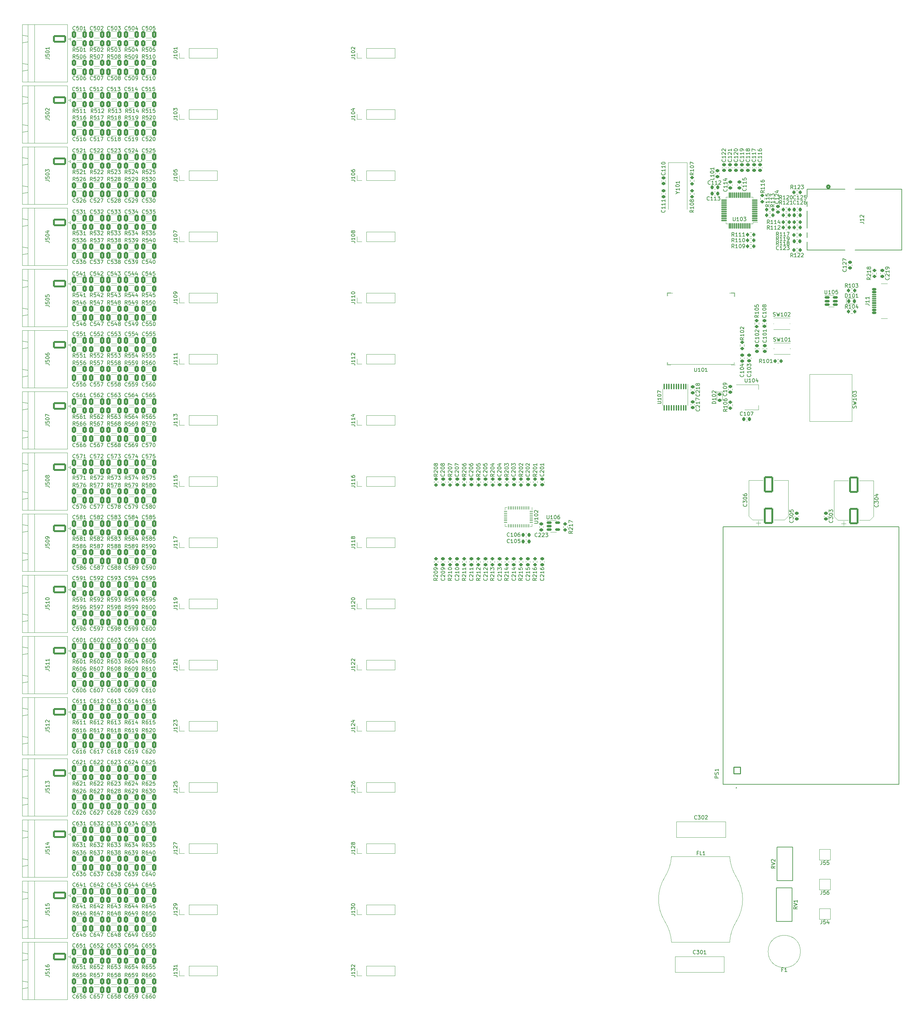
<source format=gbr>
%TF.GenerationSoftware,KiCad,Pcbnew,7.0.9*%
%TF.CreationDate,2024-07-10T12:52:44+02:00*%
%TF.ProjectId,diffprobe-espnow,64696666-7072-46f6-9265-2d6573706e6f,rev?*%
%TF.SameCoordinates,Original*%
%TF.FileFunction,Legend,Top*%
%TF.FilePolarity,Positive*%
%FSLAX46Y46*%
G04 Gerber Fmt 4.6, Leading zero omitted, Abs format (unit mm)*
G04 Created by KiCad (PCBNEW 7.0.9) date 2024-07-10 12:52:44*
%MOMM*%
%LPD*%
G01*
G04 APERTURE LIST*
G04 Aperture macros list*
%AMRoundRect*
0 Rectangle with rounded corners*
0 $1 Rounding radius*
0 $2 $3 $4 $5 $6 $7 $8 $9 X,Y pos of 4 corners*
0 Add a 4 corners polygon primitive as box body*
4,1,4,$2,$3,$4,$5,$6,$7,$8,$9,$2,$3,0*
0 Add four circle primitives for the rounded corners*
1,1,$1+$1,$2,$3*
1,1,$1+$1,$4,$5*
1,1,$1+$1,$6,$7*
1,1,$1+$1,$8,$9*
0 Add four rect primitives between the rounded corners*
20,1,$1+$1,$2,$3,$4,$5,0*
20,1,$1+$1,$4,$5,$6,$7,0*
20,1,$1+$1,$6,$7,$8,$9,0*
20,1,$1+$1,$8,$9,$2,$3,0*%
G04 Aperture macros list end*
%ADD10C,0.150000*%
%ADD11C,0.152400*%
%ADD12C,0.508000*%
%ADD13C,0.120000*%
%ADD14C,0.127000*%
%ADD15C,0.200000*%
%ADD16C,3.251200*%
%ADD17C,1.397000*%
%ADD18C,1.524000*%
%ADD19C,2.108200*%
%ADD20RoundRect,0.250000X-0.325000X-0.650000X0.325000X-0.650000X0.325000X0.650000X-0.325000X0.650000X0*%
%ADD21RoundRect,0.250000X-0.312500X-0.625000X0.312500X-0.625000X0.312500X0.625000X-0.312500X0.625000X0*%
%ADD22RoundRect,0.225000X-0.225000X-0.250000X0.225000X-0.250000X0.225000X0.250000X-0.225000X0.250000X0*%
%ADD23RoundRect,0.200000X-0.200000X-0.275000X0.200000X-0.275000X0.200000X0.275000X-0.200000X0.275000X0*%
%ADD24R,1.700000X1.700000*%
%ADD25O,1.700000X1.700000*%
%ADD26RoundRect,0.250001X-1.549999X0.799999X-1.549999X-0.799999X1.549999X-0.799999X1.549999X0.799999X0*%
%ADD27O,3.600000X2.100000*%
%ADD28RoundRect,0.225000X-0.250000X0.225000X-0.250000X-0.225000X0.250000X-0.225000X0.250000X0.225000X0*%
%ADD29RoundRect,0.218750X-0.218750X-0.256250X0.218750X-0.256250X0.218750X0.256250X-0.218750X0.256250X0*%
%ADD30RoundRect,0.200000X-0.275000X0.200000X-0.275000X-0.200000X0.275000X-0.200000X0.275000X0.200000X0*%
%ADD31RoundRect,0.200000X0.275000X-0.200000X0.275000X0.200000X-0.275000X0.200000X-0.275000X-0.200000X0*%
%ADD32RoundRect,0.225000X0.250000X-0.225000X0.250000X0.225000X-0.250000X0.225000X-0.250000X-0.225000X0*%
%ADD33RoundRect,0.200000X0.200000X0.275000X-0.200000X0.275000X-0.200000X-0.275000X0.200000X-0.275000X0*%
%ADD34RoundRect,0.075000X0.075000X0.662500X-0.075000X0.662500X-0.075000X-0.662500X0.075000X-0.662500X0*%
%ADD35RoundRect,0.075000X0.662500X0.075000X-0.662500X0.075000X-0.662500X-0.075000X0.662500X-0.075000X0*%
%ADD36C,0.650000*%
%ADD37RoundRect,0.150000X0.425000X-0.150000X0.425000X0.150000X-0.425000X0.150000X-0.425000X-0.150000X0*%
%ADD38RoundRect,0.075000X0.500000X-0.075000X0.500000X0.075000X-0.500000X0.075000X-0.500000X-0.075000X0*%
%ADD39O,2.100000X1.000000*%
%ADD40O,1.800000X1.000000*%
%ADD41R,2.800000X2.800000*%
%ADD42C,2.800000*%
%ADD43C,2.000000*%
%ADD44R,0.900000X1.000000*%
%ADD45R,1.500000X0.900000*%
%ADD46R,0.900000X1.500000*%
%ADD47R,0.900000X0.900000*%
%ADD48RoundRect,0.218750X-0.256250X0.218750X-0.256250X-0.218750X0.256250X-0.218750X0.256250X0.218750X0*%
%ADD49C,2.600000*%
%ADD50RoundRect,0.250000X1.000000X-1.950000X1.000000X1.950000X-1.000000X1.950000X-1.000000X-1.950000X0*%
%ADD51C,1.750000*%
%ADD52C,1.600000*%
%ADD53R,2.000000X4.500000*%
%ADD54RoundRect,0.102000X0.900000X-0.900000X0.900000X0.900000X-0.900000X0.900000X-0.900000X-0.900000X0*%
%ADD55C,2.004000*%
%ADD56RoundRect,0.150000X-0.512500X-0.150000X0.512500X-0.150000X0.512500X0.150000X-0.512500X0.150000X0*%
%ADD57RoundRect,0.062500X-0.062500X0.375000X-0.062500X-0.375000X0.062500X-0.375000X0.062500X0.375000X0*%
%ADD58RoundRect,0.062500X-0.375000X0.062500X-0.375000X-0.062500X0.375000X-0.062500X0.375000X0.062500X0*%
%ADD59R,5.150000X3.150000*%
%ADD60RoundRect,0.100000X-0.100000X0.637500X-0.100000X-0.637500X0.100000X-0.637500X0.100000X0.637500X0*%
%ADD61RoundRect,0.218750X0.256250X-0.218750X0.256250X0.218750X-0.256250X0.218750X-0.256250X-0.218750X0*%
%ADD62R,2.000000X1.500000*%
%ADD63R,2.000000X3.800000*%
G04 APERTURE END LIST*
D10*
X301254819Y-122209523D02*
X301969104Y-122209523D01*
X301969104Y-122209523D02*
X302111961Y-122257142D01*
X302111961Y-122257142D02*
X302207200Y-122352380D01*
X302207200Y-122352380D02*
X302254819Y-122495237D01*
X302254819Y-122495237D02*
X302254819Y-122590475D01*
X302254819Y-121209523D02*
X302254819Y-121780951D01*
X302254819Y-121495237D02*
X301254819Y-121495237D01*
X301254819Y-121495237D02*
X301397676Y-121590475D01*
X301397676Y-121590475D02*
X301492914Y-121685713D01*
X301492914Y-121685713D02*
X301540533Y-121780951D01*
X301350057Y-120828570D02*
X301302438Y-120780951D01*
X301302438Y-120780951D02*
X301254819Y-120685713D01*
X301254819Y-120685713D02*
X301254819Y-120447618D01*
X301254819Y-120447618D02*
X301302438Y-120352380D01*
X301302438Y-120352380D02*
X301350057Y-120304761D01*
X301350057Y-120304761D02*
X301445295Y-120257142D01*
X301445295Y-120257142D02*
X301540533Y-120257142D01*
X301540533Y-120257142D02*
X301683390Y-120304761D01*
X301683390Y-120304761D02*
X302254819Y-120876189D01*
X302254819Y-120876189D02*
X302254819Y-120257142D01*
X98630952Y-215759580D02*
X98583333Y-215807200D01*
X98583333Y-215807200D02*
X98440476Y-215854819D01*
X98440476Y-215854819D02*
X98345238Y-215854819D01*
X98345238Y-215854819D02*
X98202381Y-215807200D01*
X98202381Y-215807200D02*
X98107143Y-215711961D01*
X98107143Y-215711961D02*
X98059524Y-215616723D01*
X98059524Y-215616723D02*
X98011905Y-215426247D01*
X98011905Y-215426247D02*
X98011905Y-215283390D01*
X98011905Y-215283390D02*
X98059524Y-215092914D01*
X98059524Y-215092914D02*
X98107143Y-214997676D01*
X98107143Y-214997676D02*
X98202381Y-214902438D01*
X98202381Y-214902438D02*
X98345238Y-214854819D01*
X98345238Y-214854819D02*
X98440476Y-214854819D01*
X98440476Y-214854819D02*
X98583333Y-214902438D01*
X98583333Y-214902438D02*
X98630952Y-214950057D01*
X99535714Y-214854819D02*
X99059524Y-214854819D01*
X99059524Y-214854819D02*
X99011905Y-215331009D01*
X99011905Y-215331009D02*
X99059524Y-215283390D01*
X99059524Y-215283390D02*
X99154762Y-215235771D01*
X99154762Y-215235771D02*
X99392857Y-215235771D01*
X99392857Y-215235771D02*
X99488095Y-215283390D01*
X99488095Y-215283390D02*
X99535714Y-215331009D01*
X99535714Y-215331009D02*
X99583333Y-215426247D01*
X99583333Y-215426247D02*
X99583333Y-215664342D01*
X99583333Y-215664342D02*
X99535714Y-215759580D01*
X99535714Y-215759580D02*
X99488095Y-215807200D01*
X99488095Y-215807200D02*
X99392857Y-215854819D01*
X99392857Y-215854819D02*
X99154762Y-215854819D01*
X99154762Y-215854819D02*
X99059524Y-215807200D01*
X99059524Y-215807200D02*
X99011905Y-215759580D01*
X100154762Y-215283390D02*
X100059524Y-215235771D01*
X100059524Y-215235771D02*
X100011905Y-215188152D01*
X100011905Y-215188152D02*
X99964286Y-215092914D01*
X99964286Y-215092914D02*
X99964286Y-215045295D01*
X99964286Y-215045295D02*
X100011905Y-214950057D01*
X100011905Y-214950057D02*
X100059524Y-214902438D01*
X100059524Y-214902438D02*
X100154762Y-214854819D01*
X100154762Y-214854819D02*
X100345238Y-214854819D01*
X100345238Y-214854819D02*
X100440476Y-214902438D01*
X100440476Y-214902438D02*
X100488095Y-214950057D01*
X100488095Y-214950057D02*
X100535714Y-215045295D01*
X100535714Y-215045295D02*
X100535714Y-215092914D01*
X100535714Y-215092914D02*
X100488095Y-215188152D01*
X100488095Y-215188152D02*
X100440476Y-215235771D01*
X100440476Y-215235771D02*
X100345238Y-215283390D01*
X100345238Y-215283390D02*
X100154762Y-215283390D01*
X100154762Y-215283390D02*
X100059524Y-215331009D01*
X100059524Y-215331009D02*
X100011905Y-215378628D01*
X100011905Y-215378628D02*
X99964286Y-215473866D01*
X99964286Y-215473866D02*
X99964286Y-215664342D01*
X99964286Y-215664342D02*
X100011905Y-215759580D01*
X100011905Y-215759580D02*
X100059524Y-215807200D01*
X100059524Y-215807200D02*
X100154762Y-215854819D01*
X100154762Y-215854819D02*
X100345238Y-215854819D01*
X100345238Y-215854819D02*
X100440476Y-215807200D01*
X100440476Y-215807200D02*
X100488095Y-215759580D01*
X100488095Y-215759580D02*
X100535714Y-215664342D01*
X100535714Y-215664342D02*
X100535714Y-215473866D01*
X100535714Y-215473866D02*
X100488095Y-215378628D01*
X100488095Y-215378628D02*
X100440476Y-215331009D01*
X100440476Y-215331009D02*
X100345238Y-215283390D01*
X101107143Y-215283390D02*
X101011905Y-215235771D01*
X101011905Y-215235771D02*
X100964286Y-215188152D01*
X100964286Y-215188152D02*
X100916667Y-215092914D01*
X100916667Y-215092914D02*
X100916667Y-215045295D01*
X100916667Y-215045295D02*
X100964286Y-214950057D01*
X100964286Y-214950057D02*
X101011905Y-214902438D01*
X101011905Y-214902438D02*
X101107143Y-214854819D01*
X101107143Y-214854819D02*
X101297619Y-214854819D01*
X101297619Y-214854819D02*
X101392857Y-214902438D01*
X101392857Y-214902438D02*
X101440476Y-214950057D01*
X101440476Y-214950057D02*
X101488095Y-215045295D01*
X101488095Y-215045295D02*
X101488095Y-215092914D01*
X101488095Y-215092914D02*
X101440476Y-215188152D01*
X101440476Y-215188152D02*
X101392857Y-215235771D01*
X101392857Y-215235771D02*
X101297619Y-215283390D01*
X101297619Y-215283390D02*
X101107143Y-215283390D01*
X101107143Y-215283390D02*
X101011905Y-215331009D01*
X101011905Y-215331009D02*
X100964286Y-215378628D01*
X100964286Y-215378628D02*
X100916667Y-215473866D01*
X100916667Y-215473866D02*
X100916667Y-215664342D01*
X100916667Y-215664342D02*
X100964286Y-215759580D01*
X100964286Y-215759580D02*
X101011905Y-215807200D01*
X101011905Y-215807200D02*
X101107143Y-215854819D01*
X101107143Y-215854819D02*
X101297619Y-215854819D01*
X101297619Y-215854819D02*
X101392857Y-215807200D01*
X101392857Y-215807200D02*
X101440476Y-215759580D01*
X101440476Y-215759580D02*
X101488095Y-215664342D01*
X101488095Y-215664342D02*
X101488095Y-215473866D01*
X101488095Y-215473866D02*
X101440476Y-215378628D01*
X101440476Y-215378628D02*
X101392857Y-215331009D01*
X101392857Y-215331009D02*
X101297619Y-215283390D01*
X89278452Y-150009580D02*
X89230833Y-150057200D01*
X89230833Y-150057200D02*
X89087976Y-150104819D01*
X89087976Y-150104819D02*
X88992738Y-150104819D01*
X88992738Y-150104819D02*
X88849881Y-150057200D01*
X88849881Y-150057200D02*
X88754643Y-149961961D01*
X88754643Y-149961961D02*
X88707024Y-149866723D01*
X88707024Y-149866723D02*
X88659405Y-149676247D01*
X88659405Y-149676247D02*
X88659405Y-149533390D01*
X88659405Y-149533390D02*
X88707024Y-149342914D01*
X88707024Y-149342914D02*
X88754643Y-149247676D01*
X88754643Y-149247676D02*
X88849881Y-149152438D01*
X88849881Y-149152438D02*
X88992738Y-149104819D01*
X88992738Y-149104819D02*
X89087976Y-149104819D01*
X89087976Y-149104819D02*
X89230833Y-149152438D01*
X89230833Y-149152438D02*
X89278452Y-149200057D01*
X90183214Y-149104819D02*
X89707024Y-149104819D01*
X89707024Y-149104819D02*
X89659405Y-149581009D01*
X89659405Y-149581009D02*
X89707024Y-149533390D01*
X89707024Y-149533390D02*
X89802262Y-149485771D01*
X89802262Y-149485771D02*
X90040357Y-149485771D01*
X90040357Y-149485771D02*
X90135595Y-149533390D01*
X90135595Y-149533390D02*
X90183214Y-149581009D01*
X90183214Y-149581009D02*
X90230833Y-149676247D01*
X90230833Y-149676247D02*
X90230833Y-149914342D01*
X90230833Y-149914342D02*
X90183214Y-150009580D01*
X90183214Y-150009580D02*
X90135595Y-150057200D01*
X90135595Y-150057200D02*
X90040357Y-150104819D01*
X90040357Y-150104819D02*
X89802262Y-150104819D01*
X89802262Y-150104819D02*
X89707024Y-150057200D01*
X89707024Y-150057200D02*
X89659405Y-150009580D01*
X91087976Y-149438152D02*
X91087976Y-150104819D01*
X90849881Y-149057200D02*
X90611786Y-149771485D01*
X90611786Y-149771485D02*
X91230833Y-149771485D01*
X92040357Y-149104819D02*
X91849881Y-149104819D01*
X91849881Y-149104819D02*
X91754643Y-149152438D01*
X91754643Y-149152438D02*
X91707024Y-149200057D01*
X91707024Y-149200057D02*
X91611786Y-149342914D01*
X91611786Y-149342914D02*
X91564167Y-149533390D01*
X91564167Y-149533390D02*
X91564167Y-149914342D01*
X91564167Y-149914342D02*
X91611786Y-150009580D01*
X91611786Y-150009580D02*
X91659405Y-150057200D01*
X91659405Y-150057200D02*
X91754643Y-150104819D01*
X91754643Y-150104819D02*
X91945119Y-150104819D01*
X91945119Y-150104819D02*
X92040357Y-150057200D01*
X92040357Y-150057200D02*
X92087976Y-150009580D01*
X92087976Y-150009580D02*
X92135595Y-149914342D01*
X92135595Y-149914342D02*
X92135595Y-149676247D01*
X92135595Y-149676247D02*
X92087976Y-149581009D01*
X92087976Y-149581009D02*
X92040357Y-149533390D01*
X92040357Y-149533390D02*
X91945119Y-149485771D01*
X91945119Y-149485771D02*
X91754643Y-149485771D01*
X91754643Y-149485771D02*
X91659405Y-149533390D01*
X91659405Y-149533390D02*
X91611786Y-149581009D01*
X91611786Y-149581009D02*
X91564167Y-149676247D01*
X89278452Y-94404819D02*
X88945119Y-93928628D01*
X88707024Y-94404819D02*
X88707024Y-93404819D01*
X88707024Y-93404819D02*
X89087976Y-93404819D01*
X89087976Y-93404819D02*
X89183214Y-93452438D01*
X89183214Y-93452438D02*
X89230833Y-93500057D01*
X89230833Y-93500057D02*
X89278452Y-93595295D01*
X89278452Y-93595295D02*
X89278452Y-93738152D01*
X89278452Y-93738152D02*
X89230833Y-93833390D01*
X89230833Y-93833390D02*
X89183214Y-93881009D01*
X89183214Y-93881009D02*
X89087976Y-93928628D01*
X89087976Y-93928628D02*
X88707024Y-93928628D01*
X90183214Y-93404819D02*
X89707024Y-93404819D01*
X89707024Y-93404819D02*
X89659405Y-93881009D01*
X89659405Y-93881009D02*
X89707024Y-93833390D01*
X89707024Y-93833390D02*
X89802262Y-93785771D01*
X89802262Y-93785771D02*
X90040357Y-93785771D01*
X90040357Y-93785771D02*
X90135595Y-93833390D01*
X90135595Y-93833390D02*
X90183214Y-93881009D01*
X90183214Y-93881009D02*
X90230833Y-93976247D01*
X90230833Y-93976247D02*
X90230833Y-94214342D01*
X90230833Y-94214342D02*
X90183214Y-94309580D01*
X90183214Y-94309580D02*
X90135595Y-94357200D01*
X90135595Y-94357200D02*
X90040357Y-94404819D01*
X90040357Y-94404819D02*
X89802262Y-94404819D01*
X89802262Y-94404819D02*
X89707024Y-94357200D01*
X89707024Y-94357200D02*
X89659405Y-94309580D01*
X91183214Y-94404819D02*
X90611786Y-94404819D01*
X90897500Y-94404819D02*
X90897500Y-93404819D01*
X90897500Y-93404819D02*
X90802262Y-93547676D01*
X90802262Y-93547676D02*
X90707024Y-93642914D01*
X90707024Y-93642914D02*
X90611786Y-93690533D01*
X92040357Y-93404819D02*
X91849881Y-93404819D01*
X91849881Y-93404819D02*
X91754643Y-93452438D01*
X91754643Y-93452438D02*
X91707024Y-93500057D01*
X91707024Y-93500057D02*
X91611786Y-93642914D01*
X91611786Y-93642914D02*
X91564167Y-93833390D01*
X91564167Y-93833390D02*
X91564167Y-94214342D01*
X91564167Y-94214342D02*
X91611786Y-94309580D01*
X91611786Y-94309580D02*
X91659405Y-94357200D01*
X91659405Y-94357200D02*
X91754643Y-94404819D01*
X91754643Y-94404819D02*
X91945119Y-94404819D01*
X91945119Y-94404819D02*
X92040357Y-94357200D01*
X92040357Y-94357200D02*
X92087976Y-94309580D01*
X92087976Y-94309580D02*
X92135595Y-94214342D01*
X92135595Y-94214342D02*
X92135595Y-93976247D01*
X92135595Y-93976247D02*
X92087976Y-93881009D01*
X92087976Y-93881009D02*
X92040357Y-93833390D01*
X92040357Y-93833390D02*
X91945119Y-93785771D01*
X91945119Y-93785771D02*
X91754643Y-93785771D01*
X91754643Y-93785771D02*
X91659405Y-93833390D01*
X91659405Y-93833390D02*
X91611786Y-93881009D01*
X91611786Y-93881009D02*
X91564167Y-93976247D01*
X93943452Y-325804819D02*
X93610119Y-325328628D01*
X93372024Y-325804819D02*
X93372024Y-324804819D01*
X93372024Y-324804819D02*
X93752976Y-324804819D01*
X93752976Y-324804819D02*
X93848214Y-324852438D01*
X93848214Y-324852438D02*
X93895833Y-324900057D01*
X93895833Y-324900057D02*
X93943452Y-324995295D01*
X93943452Y-324995295D02*
X93943452Y-325138152D01*
X93943452Y-325138152D02*
X93895833Y-325233390D01*
X93895833Y-325233390D02*
X93848214Y-325281009D01*
X93848214Y-325281009D02*
X93752976Y-325328628D01*
X93752976Y-325328628D02*
X93372024Y-325328628D01*
X94800595Y-324804819D02*
X94610119Y-324804819D01*
X94610119Y-324804819D02*
X94514881Y-324852438D01*
X94514881Y-324852438D02*
X94467262Y-324900057D01*
X94467262Y-324900057D02*
X94372024Y-325042914D01*
X94372024Y-325042914D02*
X94324405Y-325233390D01*
X94324405Y-325233390D02*
X94324405Y-325614342D01*
X94324405Y-325614342D02*
X94372024Y-325709580D01*
X94372024Y-325709580D02*
X94419643Y-325757200D01*
X94419643Y-325757200D02*
X94514881Y-325804819D01*
X94514881Y-325804819D02*
X94705357Y-325804819D01*
X94705357Y-325804819D02*
X94800595Y-325757200D01*
X94800595Y-325757200D02*
X94848214Y-325709580D01*
X94848214Y-325709580D02*
X94895833Y-325614342D01*
X94895833Y-325614342D02*
X94895833Y-325376247D01*
X94895833Y-325376247D02*
X94848214Y-325281009D01*
X94848214Y-325281009D02*
X94800595Y-325233390D01*
X94800595Y-325233390D02*
X94705357Y-325185771D01*
X94705357Y-325185771D02*
X94514881Y-325185771D01*
X94514881Y-325185771D02*
X94419643Y-325233390D01*
X94419643Y-325233390D02*
X94372024Y-325281009D01*
X94372024Y-325281009D02*
X94324405Y-325376247D01*
X95800595Y-324804819D02*
X95324405Y-324804819D01*
X95324405Y-324804819D02*
X95276786Y-325281009D01*
X95276786Y-325281009D02*
X95324405Y-325233390D01*
X95324405Y-325233390D02*
X95419643Y-325185771D01*
X95419643Y-325185771D02*
X95657738Y-325185771D01*
X95657738Y-325185771D02*
X95752976Y-325233390D01*
X95752976Y-325233390D02*
X95800595Y-325281009D01*
X95800595Y-325281009D02*
X95848214Y-325376247D01*
X95848214Y-325376247D02*
X95848214Y-325614342D01*
X95848214Y-325614342D02*
X95800595Y-325709580D01*
X95800595Y-325709580D02*
X95752976Y-325757200D01*
X95752976Y-325757200D02*
X95657738Y-325804819D01*
X95657738Y-325804819D02*
X95419643Y-325804819D01*
X95419643Y-325804819D02*
X95324405Y-325757200D01*
X95324405Y-325757200D02*
X95276786Y-325709580D01*
X96181548Y-324804819D02*
X96848214Y-324804819D01*
X96848214Y-324804819D02*
X96419643Y-325804819D01*
X206565952Y-206869580D02*
X206518333Y-206917200D01*
X206518333Y-206917200D02*
X206375476Y-206964819D01*
X206375476Y-206964819D02*
X206280238Y-206964819D01*
X206280238Y-206964819D02*
X206137381Y-206917200D01*
X206137381Y-206917200D02*
X206042143Y-206821961D01*
X206042143Y-206821961D02*
X205994524Y-206726723D01*
X205994524Y-206726723D02*
X205946905Y-206536247D01*
X205946905Y-206536247D02*
X205946905Y-206393390D01*
X205946905Y-206393390D02*
X205994524Y-206202914D01*
X205994524Y-206202914D02*
X206042143Y-206107676D01*
X206042143Y-206107676D02*
X206137381Y-206012438D01*
X206137381Y-206012438D02*
X206280238Y-205964819D01*
X206280238Y-205964819D02*
X206375476Y-205964819D01*
X206375476Y-205964819D02*
X206518333Y-206012438D01*
X206518333Y-206012438D02*
X206565952Y-206060057D01*
X207518333Y-206964819D02*
X206946905Y-206964819D01*
X207232619Y-206964819D02*
X207232619Y-205964819D01*
X207232619Y-205964819D02*
X207137381Y-206107676D01*
X207137381Y-206107676D02*
X207042143Y-206202914D01*
X207042143Y-206202914D02*
X206946905Y-206250533D01*
X208137381Y-205964819D02*
X208232619Y-205964819D01*
X208232619Y-205964819D02*
X208327857Y-206012438D01*
X208327857Y-206012438D02*
X208375476Y-206060057D01*
X208375476Y-206060057D02*
X208423095Y-206155295D01*
X208423095Y-206155295D02*
X208470714Y-206345771D01*
X208470714Y-206345771D02*
X208470714Y-206583866D01*
X208470714Y-206583866D02*
X208423095Y-206774342D01*
X208423095Y-206774342D02*
X208375476Y-206869580D01*
X208375476Y-206869580D02*
X208327857Y-206917200D01*
X208327857Y-206917200D02*
X208232619Y-206964819D01*
X208232619Y-206964819D02*
X208137381Y-206964819D01*
X208137381Y-206964819D02*
X208042143Y-206917200D01*
X208042143Y-206917200D02*
X207994524Y-206869580D01*
X207994524Y-206869580D02*
X207946905Y-206774342D01*
X207946905Y-206774342D02*
X207899286Y-206583866D01*
X207899286Y-206583866D02*
X207899286Y-206345771D01*
X207899286Y-206345771D02*
X207946905Y-206155295D01*
X207946905Y-206155295D02*
X207994524Y-206060057D01*
X207994524Y-206060057D02*
X208042143Y-206012438D01*
X208042143Y-206012438D02*
X208137381Y-205964819D01*
X209327857Y-205964819D02*
X209137381Y-205964819D01*
X209137381Y-205964819D02*
X209042143Y-206012438D01*
X209042143Y-206012438D02*
X208994524Y-206060057D01*
X208994524Y-206060057D02*
X208899286Y-206202914D01*
X208899286Y-206202914D02*
X208851667Y-206393390D01*
X208851667Y-206393390D02*
X208851667Y-206774342D01*
X208851667Y-206774342D02*
X208899286Y-206869580D01*
X208899286Y-206869580D02*
X208946905Y-206917200D01*
X208946905Y-206917200D02*
X209042143Y-206964819D01*
X209042143Y-206964819D02*
X209232619Y-206964819D01*
X209232619Y-206964819D02*
X209327857Y-206917200D01*
X209327857Y-206917200D02*
X209375476Y-206869580D01*
X209375476Y-206869580D02*
X209423095Y-206774342D01*
X209423095Y-206774342D02*
X209423095Y-206536247D01*
X209423095Y-206536247D02*
X209375476Y-206441009D01*
X209375476Y-206441009D02*
X209327857Y-206393390D01*
X209327857Y-206393390D02*
X209232619Y-206345771D01*
X209232619Y-206345771D02*
X209042143Y-206345771D01*
X209042143Y-206345771D02*
X208946905Y-206393390D01*
X208946905Y-206393390D02*
X208899286Y-206441009D01*
X208899286Y-206441009D02*
X208851667Y-206536247D01*
X98605952Y-251759580D02*
X98558333Y-251807200D01*
X98558333Y-251807200D02*
X98415476Y-251854819D01*
X98415476Y-251854819D02*
X98320238Y-251854819D01*
X98320238Y-251854819D02*
X98177381Y-251807200D01*
X98177381Y-251807200D02*
X98082143Y-251711961D01*
X98082143Y-251711961D02*
X98034524Y-251616723D01*
X98034524Y-251616723D02*
X97986905Y-251426247D01*
X97986905Y-251426247D02*
X97986905Y-251283390D01*
X97986905Y-251283390D02*
X98034524Y-251092914D01*
X98034524Y-251092914D02*
X98082143Y-250997676D01*
X98082143Y-250997676D02*
X98177381Y-250902438D01*
X98177381Y-250902438D02*
X98320238Y-250854819D01*
X98320238Y-250854819D02*
X98415476Y-250854819D01*
X98415476Y-250854819D02*
X98558333Y-250902438D01*
X98558333Y-250902438D02*
X98605952Y-250950057D01*
X99463095Y-250854819D02*
X99272619Y-250854819D01*
X99272619Y-250854819D02*
X99177381Y-250902438D01*
X99177381Y-250902438D02*
X99129762Y-250950057D01*
X99129762Y-250950057D02*
X99034524Y-251092914D01*
X99034524Y-251092914D02*
X98986905Y-251283390D01*
X98986905Y-251283390D02*
X98986905Y-251664342D01*
X98986905Y-251664342D02*
X99034524Y-251759580D01*
X99034524Y-251759580D02*
X99082143Y-251807200D01*
X99082143Y-251807200D02*
X99177381Y-251854819D01*
X99177381Y-251854819D02*
X99367857Y-251854819D01*
X99367857Y-251854819D02*
X99463095Y-251807200D01*
X99463095Y-251807200D02*
X99510714Y-251759580D01*
X99510714Y-251759580D02*
X99558333Y-251664342D01*
X99558333Y-251664342D02*
X99558333Y-251426247D01*
X99558333Y-251426247D02*
X99510714Y-251331009D01*
X99510714Y-251331009D02*
X99463095Y-251283390D01*
X99463095Y-251283390D02*
X99367857Y-251235771D01*
X99367857Y-251235771D02*
X99177381Y-251235771D01*
X99177381Y-251235771D02*
X99082143Y-251283390D01*
X99082143Y-251283390D02*
X99034524Y-251331009D01*
X99034524Y-251331009D02*
X98986905Y-251426247D01*
X100510714Y-251854819D02*
X99939286Y-251854819D01*
X100225000Y-251854819D02*
X100225000Y-250854819D01*
X100225000Y-250854819D02*
X100129762Y-250997676D01*
X100129762Y-250997676D02*
X100034524Y-251092914D01*
X100034524Y-251092914D02*
X99939286Y-251140533D01*
X100844048Y-250854819D02*
X101463095Y-250854819D01*
X101463095Y-250854819D02*
X101129762Y-251235771D01*
X101129762Y-251235771D02*
X101272619Y-251235771D01*
X101272619Y-251235771D02*
X101367857Y-251283390D01*
X101367857Y-251283390D02*
X101415476Y-251331009D01*
X101415476Y-251331009D02*
X101463095Y-251426247D01*
X101463095Y-251426247D02*
X101463095Y-251664342D01*
X101463095Y-251664342D02*
X101415476Y-251759580D01*
X101415476Y-251759580D02*
X101367857Y-251807200D01*
X101367857Y-251807200D02*
X101272619Y-251854819D01*
X101272619Y-251854819D02*
X100986905Y-251854819D01*
X100986905Y-251854819D02*
X100891667Y-251807200D01*
X100891667Y-251807200D02*
X100844048Y-251759580D01*
X108005952Y-241204819D02*
X107672619Y-240728628D01*
X107434524Y-241204819D02*
X107434524Y-240204819D01*
X107434524Y-240204819D02*
X107815476Y-240204819D01*
X107815476Y-240204819D02*
X107910714Y-240252438D01*
X107910714Y-240252438D02*
X107958333Y-240300057D01*
X107958333Y-240300057D02*
X108005952Y-240395295D01*
X108005952Y-240395295D02*
X108005952Y-240538152D01*
X108005952Y-240538152D02*
X107958333Y-240633390D01*
X107958333Y-240633390D02*
X107910714Y-240681009D01*
X107910714Y-240681009D02*
X107815476Y-240728628D01*
X107815476Y-240728628D02*
X107434524Y-240728628D01*
X108863095Y-240204819D02*
X108672619Y-240204819D01*
X108672619Y-240204819D02*
X108577381Y-240252438D01*
X108577381Y-240252438D02*
X108529762Y-240300057D01*
X108529762Y-240300057D02*
X108434524Y-240442914D01*
X108434524Y-240442914D02*
X108386905Y-240633390D01*
X108386905Y-240633390D02*
X108386905Y-241014342D01*
X108386905Y-241014342D02*
X108434524Y-241109580D01*
X108434524Y-241109580D02*
X108482143Y-241157200D01*
X108482143Y-241157200D02*
X108577381Y-241204819D01*
X108577381Y-241204819D02*
X108767857Y-241204819D01*
X108767857Y-241204819D02*
X108863095Y-241157200D01*
X108863095Y-241157200D02*
X108910714Y-241109580D01*
X108910714Y-241109580D02*
X108958333Y-241014342D01*
X108958333Y-241014342D02*
X108958333Y-240776247D01*
X108958333Y-240776247D02*
X108910714Y-240681009D01*
X108910714Y-240681009D02*
X108863095Y-240633390D01*
X108863095Y-240633390D02*
X108767857Y-240585771D01*
X108767857Y-240585771D02*
X108577381Y-240585771D01*
X108577381Y-240585771D02*
X108482143Y-240633390D01*
X108482143Y-240633390D02*
X108434524Y-240681009D01*
X108434524Y-240681009D02*
X108386905Y-240776247D01*
X109577381Y-240204819D02*
X109672619Y-240204819D01*
X109672619Y-240204819D02*
X109767857Y-240252438D01*
X109767857Y-240252438D02*
X109815476Y-240300057D01*
X109815476Y-240300057D02*
X109863095Y-240395295D01*
X109863095Y-240395295D02*
X109910714Y-240585771D01*
X109910714Y-240585771D02*
X109910714Y-240823866D01*
X109910714Y-240823866D02*
X109863095Y-241014342D01*
X109863095Y-241014342D02*
X109815476Y-241109580D01*
X109815476Y-241109580D02*
X109767857Y-241157200D01*
X109767857Y-241157200D02*
X109672619Y-241204819D01*
X109672619Y-241204819D02*
X109577381Y-241204819D01*
X109577381Y-241204819D02*
X109482143Y-241157200D01*
X109482143Y-241157200D02*
X109434524Y-241109580D01*
X109434524Y-241109580D02*
X109386905Y-241014342D01*
X109386905Y-241014342D02*
X109339286Y-240823866D01*
X109339286Y-240823866D02*
X109339286Y-240585771D01*
X109339286Y-240585771D02*
X109386905Y-240395295D01*
X109386905Y-240395295D02*
X109434524Y-240300057D01*
X109434524Y-240300057D02*
X109482143Y-240252438D01*
X109482143Y-240252438D02*
X109577381Y-240204819D01*
X110815476Y-240204819D02*
X110339286Y-240204819D01*
X110339286Y-240204819D02*
X110291667Y-240681009D01*
X110291667Y-240681009D02*
X110339286Y-240633390D01*
X110339286Y-240633390D02*
X110434524Y-240585771D01*
X110434524Y-240585771D02*
X110672619Y-240585771D01*
X110672619Y-240585771D02*
X110767857Y-240633390D01*
X110767857Y-240633390D02*
X110815476Y-240681009D01*
X110815476Y-240681009D02*
X110863095Y-240776247D01*
X110863095Y-240776247D02*
X110863095Y-241014342D01*
X110863095Y-241014342D02*
X110815476Y-241109580D01*
X110815476Y-241109580D02*
X110767857Y-241157200D01*
X110767857Y-241157200D02*
X110672619Y-241204819D01*
X110672619Y-241204819D02*
X110434524Y-241204819D01*
X110434524Y-241204819D02*
X110339286Y-241157200D01*
X110339286Y-241157200D02*
X110291667Y-241109580D01*
X108005952Y-298459580D02*
X107958333Y-298507200D01*
X107958333Y-298507200D02*
X107815476Y-298554819D01*
X107815476Y-298554819D02*
X107720238Y-298554819D01*
X107720238Y-298554819D02*
X107577381Y-298507200D01*
X107577381Y-298507200D02*
X107482143Y-298411961D01*
X107482143Y-298411961D02*
X107434524Y-298316723D01*
X107434524Y-298316723D02*
X107386905Y-298126247D01*
X107386905Y-298126247D02*
X107386905Y-297983390D01*
X107386905Y-297983390D02*
X107434524Y-297792914D01*
X107434524Y-297792914D02*
X107482143Y-297697676D01*
X107482143Y-297697676D02*
X107577381Y-297602438D01*
X107577381Y-297602438D02*
X107720238Y-297554819D01*
X107720238Y-297554819D02*
X107815476Y-297554819D01*
X107815476Y-297554819D02*
X107958333Y-297602438D01*
X107958333Y-297602438D02*
X108005952Y-297650057D01*
X108863095Y-297554819D02*
X108672619Y-297554819D01*
X108672619Y-297554819D02*
X108577381Y-297602438D01*
X108577381Y-297602438D02*
X108529762Y-297650057D01*
X108529762Y-297650057D02*
X108434524Y-297792914D01*
X108434524Y-297792914D02*
X108386905Y-297983390D01*
X108386905Y-297983390D02*
X108386905Y-298364342D01*
X108386905Y-298364342D02*
X108434524Y-298459580D01*
X108434524Y-298459580D02*
X108482143Y-298507200D01*
X108482143Y-298507200D02*
X108577381Y-298554819D01*
X108577381Y-298554819D02*
X108767857Y-298554819D01*
X108767857Y-298554819D02*
X108863095Y-298507200D01*
X108863095Y-298507200D02*
X108910714Y-298459580D01*
X108910714Y-298459580D02*
X108958333Y-298364342D01*
X108958333Y-298364342D02*
X108958333Y-298126247D01*
X108958333Y-298126247D02*
X108910714Y-298031009D01*
X108910714Y-298031009D02*
X108863095Y-297983390D01*
X108863095Y-297983390D02*
X108767857Y-297935771D01*
X108767857Y-297935771D02*
X108577381Y-297935771D01*
X108577381Y-297935771D02*
X108482143Y-297983390D01*
X108482143Y-297983390D02*
X108434524Y-298031009D01*
X108434524Y-298031009D02*
X108386905Y-298126247D01*
X109815476Y-297888152D02*
X109815476Y-298554819D01*
X109577381Y-297507200D02*
X109339286Y-298221485D01*
X109339286Y-298221485D02*
X109958333Y-298221485D01*
X110529762Y-297554819D02*
X110625000Y-297554819D01*
X110625000Y-297554819D02*
X110720238Y-297602438D01*
X110720238Y-297602438D02*
X110767857Y-297650057D01*
X110767857Y-297650057D02*
X110815476Y-297745295D01*
X110815476Y-297745295D02*
X110863095Y-297935771D01*
X110863095Y-297935771D02*
X110863095Y-298173866D01*
X110863095Y-298173866D02*
X110815476Y-298364342D01*
X110815476Y-298364342D02*
X110767857Y-298459580D01*
X110767857Y-298459580D02*
X110720238Y-298507200D01*
X110720238Y-298507200D02*
X110625000Y-298554819D01*
X110625000Y-298554819D02*
X110529762Y-298554819D01*
X110529762Y-298554819D02*
X110434524Y-298507200D01*
X110434524Y-298507200D02*
X110386905Y-298459580D01*
X110386905Y-298459580D02*
X110339286Y-298364342D01*
X110339286Y-298364342D02*
X110291667Y-298173866D01*
X110291667Y-298173866D02*
X110291667Y-297935771D01*
X110291667Y-297935771D02*
X110339286Y-297745295D01*
X110339286Y-297745295D02*
X110386905Y-297650057D01*
X110386905Y-297650057D02*
X110434524Y-297602438D01*
X110434524Y-297602438D02*
X110529762Y-297554819D01*
X93943452Y-241204819D02*
X93610119Y-240728628D01*
X93372024Y-241204819D02*
X93372024Y-240204819D01*
X93372024Y-240204819D02*
X93752976Y-240204819D01*
X93752976Y-240204819D02*
X93848214Y-240252438D01*
X93848214Y-240252438D02*
X93895833Y-240300057D01*
X93895833Y-240300057D02*
X93943452Y-240395295D01*
X93943452Y-240395295D02*
X93943452Y-240538152D01*
X93943452Y-240538152D02*
X93895833Y-240633390D01*
X93895833Y-240633390D02*
X93848214Y-240681009D01*
X93848214Y-240681009D02*
X93752976Y-240728628D01*
X93752976Y-240728628D02*
X93372024Y-240728628D01*
X94800595Y-240204819D02*
X94610119Y-240204819D01*
X94610119Y-240204819D02*
X94514881Y-240252438D01*
X94514881Y-240252438D02*
X94467262Y-240300057D01*
X94467262Y-240300057D02*
X94372024Y-240442914D01*
X94372024Y-240442914D02*
X94324405Y-240633390D01*
X94324405Y-240633390D02*
X94324405Y-241014342D01*
X94324405Y-241014342D02*
X94372024Y-241109580D01*
X94372024Y-241109580D02*
X94419643Y-241157200D01*
X94419643Y-241157200D02*
X94514881Y-241204819D01*
X94514881Y-241204819D02*
X94705357Y-241204819D01*
X94705357Y-241204819D02*
X94800595Y-241157200D01*
X94800595Y-241157200D02*
X94848214Y-241109580D01*
X94848214Y-241109580D02*
X94895833Y-241014342D01*
X94895833Y-241014342D02*
X94895833Y-240776247D01*
X94895833Y-240776247D02*
X94848214Y-240681009D01*
X94848214Y-240681009D02*
X94800595Y-240633390D01*
X94800595Y-240633390D02*
X94705357Y-240585771D01*
X94705357Y-240585771D02*
X94514881Y-240585771D01*
X94514881Y-240585771D02*
X94419643Y-240633390D01*
X94419643Y-240633390D02*
X94372024Y-240681009D01*
X94372024Y-240681009D02*
X94324405Y-240776247D01*
X95514881Y-240204819D02*
X95610119Y-240204819D01*
X95610119Y-240204819D02*
X95705357Y-240252438D01*
X95705357Y-240252438D02*
X95752976Y-240300057D01*
X95752976Y-240300057D02*
X95800595Y-240395295D01*
X95800595Y-240395295D02*
X95848214Y-240585771D01*
X95848214Y-240585771D02*
X95848214Y-240823866D01*
X95848214Y-240823866D02*
X95800595Y-241014342D01*
X95800595Y-241014342D02*
X95752976Y-241109580D01*
X95752976Y-241109580D02*
X95705357Y-241157200D01*
X95705357Y-241157200D02*
X95610119Y-241204819D01*
X95610119Y-241204819D02*
X95514881Y-241204819D01*
X95514881Y-241204819D02*
X95419643Y-241157200D01*
X95419643Y-241157200D02*
X95372024Y-241109580D01*
X95372024Y-241109580D02*
X95324405Y-241014342D01*
X95324405Y-241014342D02*
X95276786Y-240823866D01*
X95276786Y-240823866D02*
X95276786Y-240585771D01*
X95276786Y-240585771D02*
X95324405Y-240395295D01*
X95324405Y-240395295D02*
X95372024Y-240300057D01*
X95372024Y-240300057D02*
X95419643Y-240252438D01*
X95419643Y-240252438D02*
X95514881Y-240204819D01*
X96229167Y-240300057D02*
X96276786Y-240252438D01*
X96276786Y-240252438D02*
X96372024Y-240204819D01*
X96372024Y-240204819D02*
X96610119Y-240204819D01*
X96610119Y-240204819D02*
X96705357Y-240252438D01*
X96705357Y-240252438D02*
X96752976Y-240300057D01*
X96752976Y-240300057D02*
X96800595Y-240395295D01*
X96800595Y-240395295D02*
X96800595Y-240490533D01*
X96800595Y-240490533D02*
X96752976Y-240633390D01*
X96752976Y-240633390D02*
X96181548Y-241204819D01*
X96181548Y-241204819D02*
X96800595Y-241204819D01*
X279280952Y-127104819D02*
X278947619Y-126628628D01*
X278709524Y-127104819D02*
X278709524Y-126104819D01*
X278709524Y-126104819D02*
X279090476Y-126104819D01*
X279090476Y-126104819D02*
X279185714Y-126152438D01*
X279185714Y-126152438D02*
X279233333Y-126200057D01*
X279233333Y-126200057D02*
X279280952Y-126295295D01*
X279280952Y-126295295D02*
X279280952Y-126438152D01*
X279280952Y-126438152D02*
X279233333Y-126533390D01*
X279233333Y-126533390D02*
X279185714Y-126581009D01*
X279185714Y-126581009D02*
X279090476Y-126628628D01*
X279090476Y-126628628D02*
X278709524Y-126628628D01*
X280233333Y-127104819D02*
X279661905Y-127104819D01*
X279947619Y-127104819D02*
X279947619Y-126104819D01*
X279947619Y-126104819D02*
X279852381Y-126247676D01*
X279852381Y-126247676D02*
X279757143Y-126342914D01*
X279757143Y-126342914D02*
X279661905Y-126390533D01*
X281185714Y-127104819D02*
X280614286Y-127104819D01*
X280900000Y-127104819D02*
X280900000Y-126104819D01*
X280900000Y-126104819D02*
X280804762Y-126247676D01*
X280804762Y-126247676D02*
X280709524Y-126342914D01*
X280709524Y-126342914D02*
X280614286Y-126390533D01*
X281661905Y-127104819D02*
X281852381Y-127104819D01*
X281852381Y-127104819D02*
X281947619Y-127057200D01*
X281947619Y-127057200D02*
X281995238Y-127009580D01*
X281995238Y-127009580D02*
X282090476Y-126866723D01*
X282090476Y-126866723D02*
X282138095Y-126676247D01*
X282138095Y-126676247D02*
X282138095Y-126295295D01*
X282138095Y-126295295D02*
X282090476Y-126200057D01*
X282090476Y-126200057D02*
X282042857Y-126152438D01*
X282042857Y-126152438D02*
X281947619Y-126104819D01*
X281947619Y-126104819D02*
X281757143Y-126104819D01*
X281757143Y-126104819D02*
X281661905Y-126152438D01*
X281661905Y-126152438D02*
X281614286Y-126200057D01*
X281614286Y-126200057D02*
X281566667Y-126295295D01*
X281566667Y-126295295D02*
X281566667Y-126533390D01*
X281566667Y-126533390D02*
X281614286Y-126628628D01*
X281614286Y-126628628D02*
X281661905Y-126676247D01*
X281661905Y-126676247D02*
X281757143Y-126723866D01*
X281757143Y-126723866D02*
X281947619Y-126723866D01*
X281947619Y-126723866D02*
X282042857Y-126676247D01*
X282042857Y-126676247D02*
X282090476Y-126628628D01*
X282090476Y-126628628D02*
X282138095Y-126533390D01*
X93943452Y-210054819D02*
X93610119Y-209578628D01*
X93372024Y-210054819D02*
X93372024Y-209054819D01*
X93372024Y-209054819D02*
X93752976Y-209054819D01*
X93752976Y-209054819D02*
X93848214Y-209102438D01*
X93848214Y-209102438D02*
X93895833Y-209150057D01*
X93895833Y-209150057D02*
X93943452Y-209245295D01*
X93943452Y-209245295D02*
X93943452Y-209388152D01*
X93943452Y-209388152D02*
X93895833Y-209483390D01*
X93895833Y-209483390D02*
X93848214Y-209531009D01*
X93848214Y-209531009D02*
X93752976Y-209578628D01*
X93752976Y-209578628D02*
X93372024Y-209578628D01*
X94848214Y-209054819D02*
X94372024Y-209054819D01*
X94372024Y-209054819D02*
X94324405Y-209531009D01*
X94324405Y-209531009D02*
X94372024Y-209483390D01*
X94372024Y-209483390D02*
X94467262Y-209435771D01*
X94467262Y-209435771D02*
X94705357Y-209435771D01*
X94705357Y-209435771D02*
X94800595Y-209483390D01*
X94800595Y-209483390D02*
X94848214Y-209531009D01*
X94848214Y-209531009D02*
X94895833Y-209626247D01*
X94895833Y-209626247D02*
X94895833Y-209864342D01*
X94895833Y-209864342D02*
X94848214Y-209959580D01*
X94848214Y-209959580D02*
X94800595Y-210007200D01*
X94800595Y-210007200D02*
X94705357Y-210054819D01*
X94705357Y-210054819D02*
X94467262Y-210054819D01*
X94467262Y-210054819D02*
X94372024Y-210007200D01*
X94372024Y-210007200D02*
X94324405Y-209959580D01*
X95467262Y-209483390D02*
X95372024Y-209435771D01*
X95372024Y-209435771D02*
X95324405Y-209388152D01*
X95324405Y-209388152D02*
X95276786Y-209292914D01*
X95276786Y-209292914D02*
X95276786Y-209245295D01*
X95276786Y-209245295D02*
X95324405Y-209150057D01*
X95324405Y-209150057D02*
X95372024Y-209102438D01*
X95372024Y-209102438D02*
X95467262Y-209054819D01*
X95467262Y-209054819D02*
X95657738Y-209054819D01*
X95657738Y-209054819D02*
X95752976Y-209102438D01*
X95752976Y-209102438D02*
X95800595Y-209150057D01*
X95800595Y-209150057D02*
X95848214Y-209245295D01*
X95848214Y-209245295D02*
X95848214Y-209292914D01*
X95848214Y-209292914D02*
X95800595Y-209388152D01*
X95800595Y-209388152D02*
X95752976Y-209435771D01*
X95752976Y-209435771D02*
X95657738Y-209483390D01*
X95657738Y-209483390D02*
X95467262Y-209483390D01*
X95467262Y-209483390D02*
X95372024Y-209531009D01*
X95372024Y-209531009D02*
X95324405Y-209578628D01*
X95324405Y-209578628D02*
X95276786Y-209673866D01*
X95276786Y-209673866D02*
X95276786Y-209864342D01*
X95276786Y-209864342D02*
X95324405Y-209959580D01*
X95324405Y-209959580D02*
X95372024Y-210007200D01*
X95372024Y-210007200D02*
X95467262Y-210054819D01*
X95467262Y-210054819D02*
X95657738Y-210054819D01*
X95657738Y-210054819D02*
X95752976Y-210007200D01*
X95752976Y-210007200D02*
X95800595Y-209959580D01*
X95800595Y-209959580D02*
X95848214Y-209864342D01*
X95848214Y-209864342D02*
X95848214Y-209673866D01*
X95848214Y-209673866D02*
X95800595Y-209578628D01*
X95800595Y-209578628D02*
X95752976Y-209531009D01*
X95752976Y-209531009D02*
X95657738Y-209483390D01*
X96181548Y-209054819D02*
X96848214Y-209054819D01*
X96848214Y-209054819D02*
X96419643Y-210054819D01*
X163824819Y-259425714D02*
X164539104Y-259425714D01*
X164539104Y-259425714D02*
X164681961Y-259473333D01*
X164681961Y-259473333D02*
X164777200Y-259568571D01*
X164777200Y-259568571D02*
X164824819Y-259711428D01*
X164824819Y-259711428D02*
X164824819Y-259806666D01*
X164824819Y-258425714D02*
X164824819Y-258997142D01*
X164824819Y-258711428D02*
X163824819Y-258711428D01*
X163824819Y-258711428D02*
X163967676Y-258806666D01*
X163967676Y-258806666D02*
X164062914Y-258901904D01*
X164062914Y-258901904D02*
X164110533Y-258997142D01*
X163920057Y-258044761D02*
X163872438Y-257997142D01*
X163872438Y-257997142D02*
X163824819Y-257901904D01*
X163824819Y-257901904D02*
X163824819Y-257663809D01*
X163824819Y-257663809D02*
X163872438Y-257568571D01*
X163872438Y-257568571D02*
X163920057Y-257520952D01*
X163920057Y-257520952D02*
X164015295Y-257473333D01*
X164015295Y-257473333D02*
X164110533Y-257473333D01*
X164110533Y-257473333D02*
X164253390Y-257520952D01*
X164253390Y-257520952D02*
X164824819Y-258092380D01*
X164824819Y-258092380D02*
X164824819Y-257473333D01*
X164158152Y-256616190D02*
X164824819Y-256616190D01*
X163777200Y-256854285D02*
X164491485Y-257092380D01*
X164491485Y-257092380D02*
X164491485Y-256473333D01*
X89253452Y-116709580D02*
X89205833Y-116757200D01*
X89205833Y-116757200D02*
X89062976Y-116804819D01*
X89062976Y-116804819D02*
X88967738Y-116804819D01*
X88967738Y-116804819D02*
X88824881Y-116757200D01*
X88824881Y-116757200D02*
X88729643Y-116661961D01*
X88729643Y-116661961D02*
X88682024Y-116566723D01*
X88682024Y-116566723D02*
X88634405Y-116376247D01*
X88634405Y-116376247D02*
X88634405Y-116233390D01*
X88634405Y-116233390D02*
X88682024Y-116042914D01*
X88682024Y-116042914D02*
X88729643Y-115947676D01*
X88729643Y-115947676D02*
X88824881Y-115852438D01*
X88824881Y-115852438D02*
X88967738Y-115804819D01*
X88967738Y-115804819D02*
X89062976Y-115804819D01*
X89062976Y-115804819D02*
X89205833Y-115852438D01*
X89205833Y-115852438D02*
X89253452Y-115900057D01*
X90158214Y-115804819D02*
X89682024Y-115804819D01*
X89682024Y-115804819D02*
X89634405Y-116281009D01*
X89634405Y-116281009D02*
X89682024Y-116233390D01*
X89682024Y-116233390D02*
X89777262Y-116185771D01*
X89777262Y-116185771D02*
X90015357Y-116185771D01*
X90015357Y-116185771D02*
X90110595Y-116233390D01*
X90110595Y-116233390D02*
X90158214Y-116281009D01*
X90158214Y-116281009D02*
X90205833Y-116376247D01*
X90205833Y-116376247D02*
X90205833Y-116614342D01*
X90205833Y-116614342D02*
X90158214Y-116709580D01*
X90158214Y-116709580D02*
X90110595Y-116757200D01*
X90110595Y-116757200D02*
X90015357Y-116804819D01*
X90015357Y-116804819D02*
X89777262Y-116804819D01*
X89777262Y-116804819D02*
X89682024Y-116757200D01*
X89682024Y-116757200D02*
X89634405Y-116709580D01*
X90586786Y-115900057D02*
X90634405Y-115852438D01*
X90634405Y-115852438D02*
X90729643Y-115804819D01*
X90729643Y-115804819D02*
X90967738Y-115804819D01*
X90967738Y-115804819D02*
X91062976Y-115852438D01*
X91062976Y-115852438D02*
X91110595Y-115900057D01*
X91110595Y-115900057D02*
X91158214Y-115995295D01*
X91158214Y-115995295D02*
X91158214Y-116090533D01*
X91158214Y-116090533D02*
X91110595Y-116233390D01*
X91110595Y-116233390D02*
X90539167Y-116804819D01*
X90539167Y-116804819D02*
X91158214Y-116804819D01*
X92015357Y-115804819D02*
X91824881Y-115804819D01*
X91824881Y-115804819D02*
X91729643Y-115852438D01*
X91729643Y-115852438D02*
X91682024Y-115900057D01*
X91682024Y-115900057D02*
X91586786Y-116042914D01*
X91586786Y-116042914D02*
X91539167Y-116233390D01*
X91539167Y-116233390D02*
X91539167Y-116614342D01*
X91539167Y-116614342D02*
X91586786Y-116709580D01*
X91586786Y-116709580D02*
X91634405Y-116757200D01*
X91634405Y-116757200D02*
X91729643Y-116804819D01*
X91729643Y-116804819D02*
X91920119Y-116804819D01*
X91920119Y-116804819D02*
X92015357Y-116757200D01*
X92015357Y-116757200D02*
X92062976Y-116709580D01*
X92062976Y-116709580D02*
X92110595Y-116614342D01*
X92110595Y-116614342D02*
X92110595Y-116376247D01*
X92110595Y-116376247D02*
X92062976Y-116281009D01*
X92062976Y-116281009D02*
X92015357Y-116233390D01*
X92015357Y-116233390D02*
X91920119Y-116185771D01*
X91920119Y-116185771D02*
X91729643Y-116185771D01*
X91729643Y-116185771D02*
X91634405Y-116233390D01*
X91634405Y-116233390D02*
X91586786Y-116281009D01*
X91586786Y-116281009D02*
X91539167Y-116376247D01*
X93943452Y-259754819D02*
X93610119Y-259278628D01*
X93372024Y-259754819D02*
X93372024Y-258754819D01*
X93372024Y-258754819D02*
X93752976Y-258754819D01*
X93752976Y-258754819D02*
X93848214Y-258802438D01*
X93848214Y-258802438D02*
X93895833Y-258850057D01*
X93895833Y-258850057D02*
X93943452Y-258945295D01*
X93943452Y-258945295D02*
X93943452Y-259088152D01*
X93943452Y-259088152D02*
X93895833Y-259183390D01*
X93895833Y-259183390D02*
X93848214Y-259231009D01*
X93848214Y-259231009D02*
X93752976Y-259278628D01*
X93752976Y-259278628D02*
X93372024Y-259278628D01*
X94800595Y-258754819D02*
X94610119Y-258754819D01*
X94610119Y-258754819D02*
X94514881Y-258802438D01*
X94514881Y-258802438D02*
X94467262Y-258850057D01*
X94467262Y-258850057D02*
X94372024Y-258992914D01*
X94372024Y-258992914D02*
X94324405Y-259183390D01*
X94324405Y-259183390D02*
X94324405Y-259564342D01*
X94324405Y-259564342D02*
X94372024Y-259659580D01*
X94372024Y-259659580D02*
X94419643Y-259707200D01*
X94419643Y-259707200D02*
X94514881Y-259754819D01*
X94514881Y-259754819D02*
X94705357Y-259754819D01*
X94705357Y-259754819D02*
X94800595Y-259707200D01*
X94800595Y-259707200D02*
X94848214Y-259659580D01*
X94848214Y-259659580D02*
X94895833Y-259564342D01*
X94895833Y-259564342D02*
X94895833Y-259326247D01*
X94895833Y-259326247D02*
X94848214Y-259231009D01*
X94848214Y-259231009D02*
X94800595Y-259183390D01*
X94800595Y-259183390D02*
X94705357Y-259135771D01*
X94705357Y-259135771D02*
X94514881Y-259135771D01*
X94514881Y-259135771D02*
X94419643Y-259183390D01*
X94419643Y-259183390D02*
X94372024Y-259231009D01*
X94372024Y-259231009D02*
X94324405Y-259326247D01*
X95848214Y-259754819D02*
X95276786Y-259754819D01*
X95562500Y-259754819D02*
X95562500Y-258754819D01*
X95562500Y-258754819D02*
X95467262Y-258897676D01*
X95467262Y-258897676D02*
X95372024Y-258992914D01*
X95372024Y-258992914D02*
X95276786Y-259040533D01*
X96181548Y-258754819D02*
X96848214Y-258754819D01*
X96848214Y-258754819D02*
X96419643Y-259754819D01*
X89253452Y-103209580D02*
X89205833Y-103257200D01*
X89205833Y-103257200D02*
X89062976Y-103304819D01*
X89062976Y-103304819D02*
X88967738Y-103304819D01*
X88967738Y-103304819D02*
X88824881Y-103257200D01*
X88824881Y-103257200D02*
X88729643Y-103161961D01*
X88729643Y-103161961D02*
X88682024Y-103066723D01*
X88682024Y-103066723D02*
X88634405Y-102876247D01*
X88634405Y-102876247D02*
X88634405Y-102733390D01*
X88634405Y-102733390D02*
X88682024Y-102542914D01*
X88682024Y-102542914D02*
X88729643Y-102447676D01*
X88729643Y-102447676D02*
X88824881Y-102352438D01*
X88824881Y-102352438D02*
X88967738Y-102304819D01*
X88967738Y-102304819D02*
X89062976Y-102304819D01*
X89062976Y-102304819D02*
X89205833Y-102352438D01*
X89205833Y-102352438D02*
X89253452Y-102400057D01*
X90158214Y-102304819D02*
X89682024Y-102304819D01*
X89682024Y-102304819D02*
X89634405Y-102781009D01*
X89634405Y-102781009D02*
X89682024Y-102733390D01*
X89682024Y-102733390D02*
X89777262Y-102685771D01*
X89777262Y-102685771D02*
X90015357Y-102685771D01*
X90015357Y-102685771D02*
X90110595Y-102733390D01*
X90110595Y-102733390D02*
X90158214Y-102781009D01*
X90158214Y-102781009D02*
X90205833Y-102876247D01*
X90205833Y-102876247D02*
X90205833Y-103114342D01*
X90205833Y-103114342D02*
X90158214Y-103209580D01*
X90158214Y-103209580D02*
X90110595Y-103257200D01*
X90110595Y-103257200D02*
X90015357Y-103304819D01*
X90015357Y-103304819D02*
X89777262Y-103304819D01*
X89777262Y-103304819D02*
X89682024Y-103257200D01*
X89682024Y-103257200D02*
X89634405Y-103209580D01*
X90586786Y-102400057D02*
X90634405Y-102352438D01*
X90634405Y-102352438D02*
X90729643Y-102304819D01*
X90729643Y-102304819D02*
X90967738Y-102304819D01*
X90967738Y-102304819D02*
X91062976Y-102352438D01*
X91062976Y-102352438D02*
X91110595Y-102400057D01*
X91110595Y-102400057D02*
X91158214Y-102495295D01*
X91158214Y-102495295D02*
X91158214Y-102590533D01*
X91158214Y-102590533D02*
X91110595Y-102733390D01*
X91110595Y-102733390D02*
X90539167Y-103304819D01*
X90539167Y-103304819D02*
X91158214Y-103304819D01*
X92110595Y-103304819D02*
X91539167Y-103304819D01*
X91824881Y-103304819D02*
X91824881Y-102304819D01*
X91824881Y-102304819D02*
X91729643Y-102447676D01*
X91729643Y-102447676D02*
X91634405Y-102542914D01*
X91634405Y-102542914D02*
X91539167Y-102590533D01*
X108005952Y-251759580D02*
X107958333Y-251807200D01*
X107958333Y-251807200D02*
X107815476Y-251854819D01*
X107815476Y-251854819D02*
X107720238Y-251854819D01*
X107720238Y-251854819D02*
X107577381Y-251807200D01*
X107577381Y-251807200D02*
X107482143Y-251711961D01*
X107482143Y-251711961D02*
X107434524Y-251616723D01*
X107434524Y-251616723D02*
X107386905Y-251426247D01*
X107386905Y-251426247D02*
X107386905Y-251283390D01*
X107386905Y-251283390D02*
X107434524Y-251092914D01*
X107434524Y-251092914D02*
X107482143Y-250997676D01*
X107482143Y-250997676D02*
X107577381Y-250902438D01*
X107577381Y-250902438D02*
X107720238Y-250854819D01*
X107720238Y-250854819D02*
X107815476Y-250854819D01*
X107815476Y-250854819D02*
X107958333Y-250902438D01*
X107958333Y-250902438D02*
X108005952Y-250950057D01*
X108863095Y-250854819D02*
X108672619Y-250854819D01*
X108672619Y-250854819D02*
X108577381Y-250902438D01*
X108577381Y-250902438D02*
X108529762Y-250950057D01*
X108529762Y-250950057D02*
X108434524Y-251092914D01*
X108434524Y-251092914D02*
X108386905Y-251283390D01*
X108386905Y-251283390D02*
X108386905Y-251664342D01*
X108386905Y-251664342D02*
X108434524Y-251759580D01*
X108434524Y-251759580D02*
X108482143Y-251807200D01*
X108482143Y-251807200D02*
X108577381Y-251854819D01*
X108577381Y-251854819D02*
X108767857Y-251854819D01*
X108767857Y-251854819D02*
X108863095Y-251807200D01*
X108863095Y-251807200D02*
X108910714Y-251759580D01*
X108910714Y-251759580D02*
X108958333Y-251664342D01*
X108958333Y-251664342D02*
X108958333Y-251426247D01*
X108958333Y-251426247D02*
X108910714Y-251331009D01*
X108910714Y-251331009D02*
X108863095Y-251283390D01*
X108863095Y-251283390D02*
X108767857Y-251235771D01*
X108767857Y-251235771D02*
X108577381Y-251235771D01*
X108577381Y-251235771D02*
X108482143Y-251283390D01*
X108482143Y-251283390D02*
X108434524Y-251331009D01*
X108434524Y-251331009D02*
X108386905Y-251426247D01*
X109910714Y-251854819D02*
X109339286Y-251854819D01*
X109625000Y-251854819D02*
X109625000Y-250854819D01*
X109625000Y-250854819D02*
X109529762Y-250997676D01*
X109529762Y-250997676D02*
X109434524Y-251092914D01*
X109434524Y-251092914D02*
X109339286Y-251140533D01*
X110815476Y-250854819D02*
X110339286Y-250854819D01*
X110339286Y-250854819D02*
X110291667Y-251331009D01*
X110291667Y-251331009D02*
X110339286Y-251283390D01*
X110339286Y-251283390D02*
X110434524Y-251235771D01*
X110434524Y-251235771D02*
X110672619Y-251235771D01*
X110672619Y-251235771D02*
X110767857Y-251283390D01*
X110767857Y-251283390D02*
X110815476Y-251331009D01*
X110815476Y-251331009D02*
X110863095Y-251426247D01*
X110863095Y-251426247D02*
X110863095Y-251664342D01*
X110863095Y-251664342D02*
X110815476Y-251759580D01*
X110815476Y-251759580D02*
X110767857Y-251807200D01*
X110767857Y-251807200D02*
X110672619Y-251854819D01*
X110672619Y-251854819D02*
X110434524Y-251854819D01*
X110434524Y-251854819D02*
X110339286Y-251807200D01*
X110339286Y-251807200D02*
X110291667Y-251759580D01*
X108005952Y-284809580D02*
X107958333Y-284857200D01*
X107958333Y-284857200D02*
X107815476Y-284904819D01*
X107815476Y-284904819D02*
X107720238Y-284904819D01*
X107720238Y-284904819D02*
X107577381Y-284857200D01*
X107577381Y-284857200D02*
X107482143Y-284761961D01*
X107482143Y-284761961D02*
X107434524Y-284666723D01*
X107434524Y-284666723D02*
X107386905Y-284476247D01*
X107386905Y-284476247D02*
X107386905Y-284333390D01*
X107386905Y-284333390D02*
X107434524Y-284142914D01*
X107434524Y-284142914D02*
X107482143Y-284047676D01*
X107482143Y-284047676D02*
X107577381Y-283952438D01*
X107577381Y-283952438D02*
X107720238Y-283904819D01*
X107720238Y-283904819D02*
X107815476Y-283904819D01*
X107815476Y-283904819D02*
X107958333Y-283952438D01*
X107958333Y-283952438D02*
X108005952Y-284000057D01*
X108863095Y-283904819D02*
X108672619Y-283904819D01*
X108672619Y-283904819D02*
X108577381Y-283952438D01*
X108577381Y-283952438D02*
X108529762Y-284000057D01*
X108529762Y-284000057D02*
X108434524Y-284142914D01*
X108434524Y-284142914D02*
X108386905Y-284333390D01*
X108386905Y-284333390D02*
X108386905Y-284714342D01*
X108386905Y-284714342D02*
X108434524Y-284809580D01*
X108434524Y-284809580D02*
X108482143Y-284857200D01*
X108482143Y-284857200D02*
X108577381Y-284904819D01*
X108577381Y-284904819D02*
X108767857Y-284904819D01*
X108767857Y-284904819D02*
X108863095Y-284857200D01*
X108863095Y-284857200D02*
X108910714Y-284809580D01*
X108910714Y-284809580D02*
X108958333Y-284714342D01*
X108958333Y-284714342D02*
X108958333Y-284476247D01*
X108958333Y-284476247D02*
X108910714Y-284381009D01*
X108910714Y-284381009D02*
X108863095Y-284333390D01*
X108863095Y-284333390D02*
X108767857Y-284285771D01*
X108767857Y-284285771D02*
X108577381Y-284285771D01*
X108577381Y-284285771D02*
X108482143Y-284333390D01*
X108482143Y-284333390D02*
X108434524Y-284381009D01*
X108434524Y-284381009D02*
X108386905Y-284476247D01*
X109291667Y-283904819D02*
X109910714Y-283904819D01*
X109910714Y-283904819D02*
X109577381Y-284285771D01*
X109577381Y-284285771D02*
X109720238Y-284285771D01*
X109720238Y-284285771D02*
X109815476Y-284333390D01*
X109815476Y-284333390D02*
X109863095Y-284381009D01*
X109863095Y-284381009D02*
X109910714Y-284476247D01*
X109910714Y-284476247D02*
X109910714Y-284714342D01*
X109910714Y-284714342D02*
X109863095Y-284809580D01*
X109863095Y-284809580D02*
X109815476Y-284857200D01*
X109815476Y-284857200D02*
X109720238Y-284904819D01*
X109720238Y-284904819D02*
X109434524Y-284904819D01*
X109434524Y-284904819D02*
X109339286Y-284857200D01*
X109339286Y-284857200D02*
X109291667Y-284809580D01*
X110815476Y-283904819D02*
X110339286Y-283904819D01*
X110339286Y-283904819D02*
X110291667Y-284381009D01*
X110291667Y-284381009D02*
X110339286Y-284333390D01*
X110339286Y-284333390D02*
X110434524Y-284285771D01*
X110434524Y-284285771D02*
X110672619Y-284285771D01*
X110672619Y-284285771D02*
X110767857Y-284333390D01*
X110767857Y-284333390D02*
X110815476Y-284381009D01*
X110815476Y-284381009D02*
X110863095Y-284476247D01*
X110863095Y-284476247D02*
X110863095Y-284714342D01*
X110863095Y-284714342D02*
X110815476Y-284809580D01*
X110815476Y-284809580D02*
X110767857Y-284857200D01*
X110767857Y-284857200D02*
X110672619Y-284904819D01*
X110672619Y-284904819D02*
X110434524Y-284904819D01*
X110434524Y-284904819D02*
X110339286Y-284857200D01*
X110339286Y-284857200D02*
X110291667Y-284809580D01*
X103305952Y-292754819D02*
X102972619Y-292278628D01*
X102734524Y-292754819D02*
X102734524Y-291754819D01*
X102734524Y-291754819D02*
X103115476Y-291754819D01*
X103115476Y-291754819D02*
X103210714Y-291802438D01*
X103210714Y-291802438D02*
X103258333Y-291850057D01*
X103258333Y-291850057D02*
X103305952Y-291945295D01*
X103305952Y-291945295D02*
X103305952Y-292088152D01*
X103305952Y-292088152D02*
X103258333Y-292183390D01*
X103258333Y-292183390D02*
X103210714Y-292231009D01*
X103210714Y-292231009D02*
X103115476Y-292278628D01*
X103115476Y-292278628D02*
X102734524Y-292278628D01*
X104163095Y-291754819D02*
X103972619Y-291754819D01*
X103972619Y-291754819D02*
X103877381Y-291802438D01*
X103877381Y-291802438D02*
X103829762Y-291850057D01*
X103829762Y-291850057D02*
X103734524Y-291992914D01*
X103734524Y-291992914D02*
X103686905Y-292183390D01*
X103686905Y-292183390D02*
X103686905Y-292564342D01*
X103686905Y-292564342D02*
X103734524Y-292659580D01*
X103734524Y-292659580D02*
X103782143Y-292707200D01*
X103782143Y-292707200D02*
X103877381Y-292754819D01*
X103877381Y-292754819D02*
X104067857Y-292754819D01*
X104067857Y-292754819D02*
X104163095Y-292707200D01*
X104163095Y-292707200D02*
X104210714Y-292659580D01*
X104210714Y-292659580D02*
X104258333Y-292564342D01*
X104258333Y-292564342D02*
X104258333Y-292326247D01*
X104258333Y-292326247D02*
X104210714Y-292231009D01*
X104210714Y-292231009D02*
X104163095Y-292183390D01*
X104163095Y-292183390D02*
X104067857Y-292135771D01*
X104067857Y-292135771D02*
X103877381Y-292135771D01*
X103877381Y-292135771D02*
X103782143Y-292183390D01*
X103782143Y-292183390D02*
X103734524Y-292231009D01*
X103734524Y-292231009D02*
X103686905Y-292326247D01*
X104591667Y-291754819D02*
X105210714Y-291754819D01*
X105210714Y-291754819D02*
X104877381Y-292135771D01*
X104877381Y-292135771D02*
X105020238Y-292135771D01*
X105020238Y-292135771D02*
X105115476Y-292183390D01*
X105115476Y-292183390D02*
X105163095Y-292231009D01*
X105163095Y-292231009D02*
X105210714Y-292326247D01*
X105210714Y-292326247D02*
X105210714Y-292564342D01*
X105210714Y-292564342D02*
X105163095Y-292659580D01*
X105163095Y-292659580D02*
X105115476Y-292707200D01*
X105115476Y-292707200D02*
X105020238Y-292754819D01*
X105020238Y-292754819D02*
X104734524Y-292754819D01*
X104734524Y-292754819D02*
X104639286Y-292707200D01*
X104639286Y-292707200D02*
X104591667Y-292659580D01*
X105686905Y-292754819D02*
X105877381Y-292754819D01*
X105877381Y-292754819D02*
X105972619Y-292707200D01*
X105972619Y-292707200D02*
X106020238Y-292659580D01*
X106020238Y-292659580D02*
X106115476Y-292516723D01*
X106115476Y-292516723D02*
X106163095Y-292326247D01*
X106163095Y-292326247D02*
X106163095Y-291945295D01*
X106163095Y-291945295D02*
X106115476Y-291850057D01*
X106115476Y-291850057D02*
X106067857Y-291802438D01*
X106067857Y-291802438D02*
X105972619Y-291754819D01*
X105972619Y-291754819D02*
X105782143Y-291754819D01*
X105782143Y-291754819D02*
X105686905Y-291802438D01*
X105686905Y-291802438D02*
X105639286Y-291850057D01*
X105639286Y-291850057D02*
X105591667Y-291945295D01*
X105591667Y-291945295D02*
X105591667Y-292183390D01*
X105591667Y-292183390D02*
X105639286Y-292278628D01*
X105639286Y-292278628D02*
X105686905Y-292326247D01*
X105686905Y-292326247D02*
X105782143Y-292373866D01*
X105782143Y-292373866D02*
X105972619Y-292373866D01*
X105972619Y-292373866D02*
X106067857Y-292326247D01*
X106067857Y-292326247D02*
X106115476Y-292278628D01*
X106115476Y-292278628D02*
X106163095Y-292183390D01*
X89253452Y-193604819D02*
X88920119Y-193128628D01*
X88682024Y-193604819D02*
X88682024Y-192604819D01*
X88682024Y-192604819D02*
X89062976Y-192604819D01*
X89062976Y-192604819D02*
X89158214Y-192652438D01*
X89158214Y-192652438D02*
X89205833Y-192700057D01*
X89205833Y-192700057D02*
X89253452Y-192795295D01*
X89253452Y-192795295D02*
X89253452Y-192938152D01*
X89253452Y-192938152D02*
X89205833Y-193033390D01*
X89205833Y-193033390D02*
X89158214Y-193081009D01*
X89158214Y-193081009D02*
X89062976Y-193128628D01*
X89062976Y-193128628D02*
X88682024Y-193128628D01*
X90158214Y-192604819D02*
X89682024Y-192604819D01*
X89682024Y-192604819D02*
X89634405Y-193081009D01*
X89634405Y-193081009D02*
X89682024Y-193033390D01*
X89682024Y-193033390D02*
X89777262Y-192985771D01*
X89777262Y-192985771D02*
X90015357Y-192985771D01*
X90015357Y-192985771D02*
X90110595Y-193033390D01*
X90110595Y-193033390D02*
X90158214Y-193081009D01*
X90158214Y-193081009D02*
X90205833Y-193176247D01*
X90205833Y-193176247D02*
X90205833Y-193414342D01*
X90205833Y-193414342D02*
X90158214Y-193509580D01*
X90158214Y-193509580D02*
X90110595Y-193557200D01*
X90110595Y-193557200D02*
X90015357Y-193604819D01*
X90015357Y-193604819D02*
X89777262Y-193604819D01*
X89777262Y-193604819D02*
X89682024Y-193557200D01*
X89682024Y-193557200D02*
X89634405Y-193509580D01*
X90539167Y-192604819D02*
X91205833Y-192604819D01*
X91205833Y-192604819D02*
X90777262Y-193604819D01*
X92015357Y-192604819D02*
X91824881Y-192604819D01*
X91824881Y-192604819D02*
X91729643Y-192652438D01*
X91729643Y-192652438D02*
X91682024Y-192700057D01*
X91682024Y-192700057D02*
X91586786Y-192842914D01*
X91586786Y-192842914D02*
X91539167Y-193033390D01*
X91539167Y-193033390D02*
X91539167Y-193414342D01*
X91539167Y-193414342D02*
X91586786Y-193509580D01*
X91586786Y-193509580D02*
X91634405Y-193557200D01*
X91634405Y-193557200D02*
X91729643Y-193604819D01*
X91729643Y-193604819D02*
X91920119Y-193604819D01*
X91920119Y-193604819D02*
X92015357Y-193557200D01*
X92015357Y-193557200D02*
X92062976Y-193509580D01*
X92062976Y-193509580D02*
X92110595Y-193414342D01*
X92110595Y-193414342D02*
X92110595Y-193176247D01*
X92110595Y-193176247D02*
X92062976Y-193081009D01*
X92062976Y-193081009D02*
X92015357Y-193033390D01*
X92015357Y-193033390D02*
X91920119Y-192985771D01*
X91920119Y-192985771D02*
X91729643Y-192985771D01*
X91729643Y-192985771D02*
X91634405Y-193033390D01*
X91634405Y-193033390D02*
X91586786Y-193081009D01*
X91586786Y-193081009D02*
X91539167Y-193176247D01*
X103305952Y-144304819D02*
X102972619Y-143828628D01*
X102734524Y-144304819D02*
X102734524Y-143304819D01*
X102734524Y-143304819D02*
X103115476Y-143304819D01*
X103115476Y-143304819D02*
X103210714Y-143352438D01*
X103210714Y-143352438D02*
X103258333Y-143400057D01*
X103258333Y-143400057D02*
X103305952Y-143495295D01*
X103305952Y-143495295D02*
X103305952Y-143638152D01*
X103305952Y-143638152D02*
X103258333Y-143733390D01*
X103258333Y-143733390D02*
X103210714Y-143781009D01*
X103210714Y-143781009D02*
X103115476Y-143828628D01*
X103115476Y-143828628D02*
X102734524Y-143828628D01*
X104210714Y-143304819D02*
X103734524Y-143304819D01*
X103734524Y-143304819D02*
X103686905Y-143781009D01*
X103686905Y-143781009D02*
X103734524Y-143733390D01*
X103734524Y-143733390D02*
X103829762Y-143685771D01*
X103829762Y-143685771D02*
X104067857Y-143685771D01*
X104067857Y-143685771D02*
X104163095Y-143733390D01*
X104163095Y-143733390D02*
X104210714Y-143781009D01*
X104210714Y-143781009D02*
X104258333Y-143876247D01*
X104258333Y-143876247D02*
X104258333Y-144114342D01*
X104258333Y-144114342D02*
X104210714Y-144209580D01*
X104210714Y-144209580D02*
X104163095Y-144257200D01*
X104163095Y-144257200D02*
X104067857Y-144304819D01*
X104067857Y-144304819D02*
X103829762Y-144304819D01*
X103829762Y-144304819D02*
X103734524Y-144257200D01*
X103734524Y-144257200D02*
X103686905Y-144209580D01*
X105115476Y-143638152D02*
X105115476Y-144304819D01*
X104877381Y-143257200D02*
X104639286Y-143971485D01*
X104639286Y-143971485D02*
X105258333Y-143971485D01*
X105686905Y-144304819D02*
X105877381Y-144304819D01*
X105877381Y-144304819D02*
X105972619Y-144257200D01*
X105972619Y-144257200D02*
X106020238Y-144209580D01*
X106020238Y-144209580D02*
X106115476Y-144066723D01*
X106115476Y-144066723D02*
X106163095Y-143876247D01*
X106163095Y-143876247D02*
X106163095Y-143495295D01*
X106163095Y-143495295D02*
X106115476Y-143400057D01*
X106115476Y-143400057D02*
X106067857Y-143352438D01*
X106067857Y-143352438D02*
X105972619Y-143304819D01*
X105972619Y-143304819D02*
X105782143Y-143304819D01*
X105782143Y-143304819D02*
X105686905Y-143352438D01*
X105686905Y-143352438D02*
X105639286Y-143400057D01*
X105639286Y-143400057D02*
X105591667Y-143495295D01*
X105591667Y-143495295D02*
X105591667Y-143733390D01*
X105591667Y-143733390D02*
X105639286Y-143828628D01*
X105639286Y-143828628D02*
X105686905Y-143876247D01*
X105686905Y-143876247D02*
X105782143Y-143923866D01*
X105782143Y-143923866D02*
X105972619Y-143923866D01*
X105972619Y-143923866D02*
X106067857Y-143876247D01*
X106067857Y-143876247D02*
X106115476Y-143828628D01*
X106115476Y-143828628D02*
X106163095Y-143733390D01*
X81254819Y-209895714D02*
X81969104Y-209895714D01*
X81969104Y-209895714D02*
X82111961Y-209943333D01*
X82111961Y-209943333D02*
X82207200Y-210038571D01*
X82207200Y-210038571D02*
X82254819Y-210181428D01*
X82254819Y-210181428D02*
X82254819Y-210276666D01*
X81254819Y-208943333D02*
X81254819Y-209419523D01*
X81254819Y-209419523D02*
X81731009Y-209467142D01*
X81731009Y-209467142D02*
X81683390Y-209419523D01*
X81683390Y-209419523D02*
X81635771Y-209324285D01*
X81635771Y-209324285D02*
X81635771Y-209086190D01*
X81635771Y-209086190D02*
X81683390Y-208990952D01*
X81683390Y-208990952D02*
X81731009Y-208943333D01*
X81731009Y-208943333D02*
X81826247Y-208895714D01*
X81826247Y-208895714D02*
X82064342Y-208895714D01*
X82064342Y-208895714D02*
X82159580Y-208943333D01*
X82159580Y-208943333D02*
X82207200Y-208990952D01*
X82207200Y-208990952D02*
X82254819Y-209086190D01*
X82254819Y-209086190D02*
X82254819Y-209324285D01*
X82254819Y-209324285D02*
X82207200Y-209419523D01*
X82207200Y-209419523D02*
X82159580Y-209467142D01*
X81254819Y-208276666D02*
X81254819Y-208181428D01*
X81254819Y-208181428D02*
X81302438Y-208086190D01*
X81302438Y-208086190D02*
X81350057Y-208038571D01*
X81350057Y-208038571D02*
X81445295Y-207990952D01*
X81445295Y-207990952D02*
X81635771Y-207943333D01*
X81635771Y-207943333D02*
X81873866Y-207943333D01*
X81873866Y-207943333D02*
X82064342Y-207990952D01*
X82064342Y-207990952D02*
X82159580Y-208038571D01*
X82159580Y-208038571D02*
X82207200Y-208086190D01*
X82207200Y-208086190D02*
X82254819Y-208181428D01*
X82254819Y-208181428D02*
X82254819Y-208276666D01*
X82254819Y-208276666D02*
X82207200Y-208371904D01*
X82207200Y-208371904D02*
X82159580Y-208419523D01*
X82159580Y-208419523D02*
X82064342Y-208467142D01*
X82064342Y-208467142D02*
X81873866Y-208514761D01*
X81873866Y-208514761D02*
X81635771Y-208514761D01*
X81635771Y-208514761D02*
X81445295Y-208467142D01*
X81445295Y-208467142D02*
X81350057Y-208419523D01*
X81350057Y-208419523D02*
X81302438Y-208371904D01*
X81302438Y-208371904D02*
X81254819Y-208276666D01*
X82254819Y-207467142D02*
X82254819Y-207276666D01*
X82254819Y-207276666D02*
X82207200Y-207181428D01*
X82207200Y-207181428D02*
X82159580Y-207133809D01*
X82159580Y-207133809D02*
X82016723Y-207038571D01*
X82016723Y-207038571D02*
X81826247Y-206990952D01*
X81826247Y-206990952D02*
X81445295Y-206990952D01*
X81445295Y-206990952D02*
X81350057Y-207038571D01*
X81350057Y-207038571D02*
X81302438Y-207086190D01*
X81302438Y-207086190D02*
X81254819Y-207181428D01*
X81254819Y-207181428D02*
X81254819Y-207371904D01*
X81254819Y-207371904D02*
X81302438Y-207467142D01*
X81302438Y-207467142D02*
X81350057Y-207514761D01*
X81350057Y-207514761D02*
X81445295Y-207562380D01*
X81445295Y-207562380D02*
X81683390Y-207562380D01*
X81683390Y-207562380D02*
X81778628Y-207514761D01*
X81778628Y-207514761D02*
X81826247Y-207467142D01*
X81826247Y-207467142D02*
X81873866Y-207371904D01*
X81873866Y-207371904D02*
X81873866Y-207181428D01*
X81873866Y-207181428D02*
X81826247Y-207086190D01*
X81826247Y-207086190D02*
X81778628Y-207038571D01*
X81778628Y-207038571D02*
X81683390Y-206990952D01*
X89253452Y-218609580D02*
X89205833Y-218657200D01*
X89205833Y-218657200D02*
X89062976Y-218704819D01*
X89062976Y-218704819D02*
X88967738Y-218704819D01*
X88967738Y-218704819D02*
X88824881Y-218657200D01*
X88824881Y-218657200D02*
X88729643Y-218561961D01*
X88729643Y-218561961D02*
X88682024Y-218466723D01*
X88682024Y-218466723D02*
X88634405Y-218276247D01*
X88634405Y-218276247D02*
X88634405Y-218133390D01*
X88634405Y-218133390D02*
X88682024Y-217942914D01*
X88682024Y-217942914D02*
X88729643Y-217847676D01*
X88729643Y-217847676D02*
X88824881Y-217752438D01*
X88824881Y-217752438D02*
X88967738Y-217704819D01*
X88967738Y-217704819D02*
X89062976Y-217704819D01*
X89062976Y-217704819D02*
X89205833Y-217752438D01*
X89205833Y-217752438D02*
X89253452Y-217800057D01*
X90158214Y-217704819D02*
X89682024Y-217704819D01*
X89682024Y-217704819D02*
X89634405Y-218181009D01*
X89634405Y-218181009D02*
X89682024Y-218133390D01*
X89682024Y-218133390D02*
X89777262Y-218085771D01*
X89777262Y-218085771D02*
X90015357Y-218085771D01*
X90015357Y-218085771D02*
X90110595Y-218133390D01*
X90110595Y-218133390D02*
X90158214Y-218181009D01*
X90158214Y-218181009D02*
X90205833Y-218276247D01*
X90205833Y-218276247D02*
X90205833Y-218514342D01*
X90205833Y-218514342D02*
X90158214Y-218609580D01*
X90158214Y-218609580D02*
X90110595Y-218657200D01*
X90110595Y-218657200D02*
X90015357Y-218704819D01*
X90015357Y-218704819D02*
X89777262Y-218704819D01*
X89777262Y-218704819D02*
X89682024Y-218657200D01*
X89682024Y-218657200D02*
X89634405Y-218609580D01*
X90682024Y-218704819D02*
X90872500Y-218704819D01*
X90872500Y-218704819D02*
X90967738Y-218657200D01*
X90967738Y-218657200D02*
X91015357Y-218609580D01*
X91015357Y-218609580D02*
X91110595Y-218466723D01*
X91110595Y-218466723D02*
X91158214Y-218276247D01*
X91158214Y-218276247D02*
X91158214Y-217895295D01*
X91158214Y-217895295D02*
X91110595Y-217800057D01*
X91110595Y-217800057D02*
X91062976Y-217752438D01*
X91062976Y-217752438D02*
X90967738Y-217704819D01*
X90967738Y-217704819D02*
X90777262Y-217704819D01*
X90777262Y-217704819D02*
X90682024Y-217752438D01*
X90682024Y-217752438D02*
X90634405Y-217800057D01*
X90634405Y-217800057D02*
X90586786Y-217895295D01*
X90586786Y-217895295D02*
X90586786Y-218133390D01*
X90586786Y-218133390D02*
X90634405Y-218228628D01*
X90634405Y-218228628D02*
X90682024Y-218276247D01*
X90682024Y-218276247D02*
X90777262Y-218323866D01*
X90777262Y-218323866D02*
X90967738Y-218323866D01*
X90967738Y-218323866D02*
X91062976Y-218276247D01*
X91062976Y-218276247D02*
X91110595Y-218228628D01*
X91110595Y-218228628D02*
X91158214Y-218133390D01*
X92110595Y-218704819D02*
X91539167Y-218704819D01*
X91824881Y-218704819D02*
X91824881Y-217704819D01*
X91824881Y-217704819D02*
X91729643Y-217847676D01*
X91729643Y-217847676D02*
X91634405Y-217942914D01*
X91634405Y-217942914D02*
X91539167Y-217990533D01*
X93943452Y-158604819D02*
X93610119Y-158128628D01*
X93372024Y-158604819D02*
X93372024Y-157604819D01*
X93372024Y-157604819D02*
X93752976Y-157604819D01*
X93752976Y-157604819D02*
X93848214Y-157652438D01*
X93848214Y-157652438D02*
X93895833Y-157700057D01*
X93895833Y-157700057D02*
X93943452Y-157795295D01*
X93943452Y-157795295D02*
X93943452Y-157938152D01*
X93943452Y-157938152D02*
X93895833Y-158033390D01*
X93895833Y-158033390D02*
X93848214Y-158081009D01*
X93848214Y-158081009D02*
X93752976Y-158128628D01*
X93752976Y-158128628D02*
X93372024Y-158128628D01*
X94848214Y-157604819D02*
X94372024Y-157604819D01*
X94372024Y-157604819D02*
X94324405Y-158081009D01*
X94324405Y-158081009D02*
X94372024Y-158033390D01*
X94372024Y-158033390D02*
X94467262Y-157985771D01*
X94467262Y-157985771D02*
X94705357Y-157985771D01*
X94705357Y-157985771D02*
X94800595Y-158033390D01*
X94800595Y-158033390D02*
X94848214Y-158081009D01*
X94848214Y-158081009D02*
X94895833Y-158176247D01*
X94895833Y-158176247D02*
X94895833Y-158414342D01*
X94895833Y-158414342D02*
X94848214Y-158509580D01*
X94848214Y-158509580D02*
X94800595Y-158557200D01*
X94800595Y-158557200D02*
X94705357Y-158604819D01*
X94705357Y-158604819D02*
X94467262Y-158604819D01*
X94467262Y-158604819D02*
X94372024Y-158557200D01*
X94372024Y-158557200D02*
X94324405Y-158509580D01*
X95800595Y-157604819D02*
X95324405Y-157604819D01*
X95324405Y-157604819D02*
X95276786Y-158081009D01*
X95276786Y-158081009D02*
X95324405Y-158033390D01*
X95324405Y-158033390D02*
X95419643Y-157985771D01*
X95419643Y-157985771D02*
X95657738Y-157985771D01*
X95657738Y-157985771D02*
X95752976Y-158033390D01*
X95752976Y-158033390D02*
X95800595Y-158081009D01*
X95800595Y-158081009D02*
X95848214Y-158176247D01*
X95848214Y-158176247D02*
X95848214Y-158414342D01*
X95848214Y-158414342D02*
X95800595Y-158509580D01*
X95800595Y-158509580D02*
X95752976Y-158557200D01*
X95752976Y-158557200D02*
X95657738Y-158604819D01*
X95657738Y-158604819D02*
X95419643Y-158604819D01*
X95419643Y-158604819D02*
X95324405Y-158557200D01*
X95324405Y-158557200D02*
X95276786Y-158509580D01*
X96229167Y-157700057D02*
X96276786Y-157652438D01*
X96276786Y-157652438D02*
X96372024Y-157604819D01*
X96372024Y-157604819D02*
X96610119Y-157604819D01*
X96610119Y-157604819D02*
X96705357Y-157652438D01*
X96705357Y-157652438D02*
X96752976Y-157700057D01*
X96752976Y-157700057D02*
X96800595Y-157795295D01*
X96800595Y-157795295D02*
X96800595Y-157890533D01*
X96800595Y-157890533D02*
X96752976Y-158033390D01*
X96752976Y-158033390D02*
X96181548Y-158604819D01*
X96181548Y-158604819D02*
X96800595Y-158604819D01*
X206580952Y-208609580D02*
X206533333Y-208657200D01*
X206533333Y-208657200D02*
X206390476Y-208704819D01*
X206390476Y-208704819D02*
X206295238Y-208704819D01*
X206295238Y-208704819D02*
X206152381Y-208657200D01*
X206152381Y-208657200D02*
X206057143Y-208561961D01*
X206057143Y-208561961D02*
X206009524Y-208466723D01*
X206009524Y-208466723D02*
X205961905Y-208276247D01*
X205961905Y-208276247D02*
X205961905Y-208133390D01*
X205961905Y-208133390D02*
X206009524Y-207942914D01*
X206009524Y-207942914D02*
X206057143Y-207847676D01*
X206057143Y-207847676D02*
X206152381Y-207752438D01*
X206152381Y-207752438D02*
X206295238Y-207704819D01*
X206295238Y-207704819D02*
X206390476Y-207704819D01*
X206390476Y-207704819D02*
X206533333Y-207752438D01*
X206533333Y-207752438D02*
X206580952Y-207800057D01*
X207533333Y-208704819D02*
X206961905Y-208704819D01*
X207247619Y-208704819D02*
X207247619Y-207704819D01*
X207247619Y-207704819D02*
X207152381Y-207847676D01*
X207152381Y-207847676D02*
X207057143Y-207942914D01*
X207057143Y-207942914D02*
X206961905Y-207990533D01*
X208152381Y-207704819D02*
X208247619Y-207704819D01*
X208247619Y-207704819D02*
X208342857Y-207752438D01*
X208342857Y-207752438D02*
X208390476Y-207800057D01*
X208390476Y-207800057D02*
X208438095Y-207895295D01*
X208438095Y-207895295D02*
X208485714Y-208085771D01*
X208485714Y-208085771D02*
X208485714Y-208323866D01*
X208485714Y-208323866D02*
X208438095Y-208514342D01*
X208438095Y-208514342D02*
X208390476Y-208609580D01*
X208390476Y-208609580D02*
X208342857Y-208657200D01*
X208342857Y-208657200D02*
X208247619Y-208704819D01*
X208247619Y-208704819D02*
X208152381Y-208704819D01*
X208152381Y-208704819D02*
X208057143Y-208657200D01*
X208057143Y-208657200D02*
X208009524Y-208609580D01*
X208009524Y-208609580D02*
X207961905Y-208514342D01*
X207961905Y-208514342D02*
X207914286Y-208323866D01*
X207914286Y-208323866D02*
X207914286Y-208085771D01*
X207914286Y-208085771D02*
X207961905Y-207895295D01*
X207961905Y-207895295D02*
X208009524Y-207800057D01*
X208009524Y-207800057D02*
X208057143Y-207752438D01*
X208057143Y-207752438D02*
X208152381Y-207704819D01*
X209390476Y-207704819D02*
X208914286Y-207704819D01*
X208914286Y-207704819D02*
X208866667Y-208181009D01*
X208866667Y-208181009D02*
X208914286Y-208133390D01*
X208914286Y-208133390D02*
X209009524Y-208085771D01*
X209009524Y-208085771D02*
X209247619Y-208085771D01*
X209247619Y-208085771D02*
X209342857Y-208133390D01*
X209342857Y-208133390D02*
X209390476Y-208181009D01*
X209390476Y-208181009D02*
X209438095Y-208276247D01*
X209438095Y-208276247D02*
X209438095Y-208514342D01*
X209438095Y-208514342D02*
X209390476Y-208609580D01*
X209390476Y-208609580D02*
X209342857Y-208657200D01*
X209342857Y-208657200D02*
X209247619Y-208704819D01*
X209247619Y-208704819D02*
X209009524Y-208704819D01*
X209009524Y-208704819D02*
X208914286Y-208657200D01*
X208914286Y-208657200D02*
X208866667Y-208609580D01*
X103333452Y-152709580D02*
X103285833Y-152757200D01*
X103285833Y-152757200D02*
X103142976Y-152804819D01*
X103142976Y-152804819D02*
X103047738Y-152804819D01*
X103047738Y-152804819D02*
X102904881Y-152757200D01*
X102904881Y-152757200D02*
X102809643Y-152661961D01*
X102809643Y-152661961D02*
X102762024Y-152566723D01*
X102762024Y-152566723D02*
X102714405Y-152376247D01*
X102714405Y-152376247D02*
X102714405Y-152233390D01*
X102714405Y-152233390D02*
X102762024Y-152042914D01*
X102762024Y-152042914D02*
X102809643Y-151947676D01*
X102809643Y-151947676D02*
X102904881Y-151852438D01*
X102904881Y-151852438D02*
X103047738Y-151804819D01*
X103047738Y-151804819D02*
X103142976Y-151804819D01*
X103142976Y-151804819D02*
X103285833Y-151852438D01*
X103285833Y-151852438D02*
X103333452Y-151900057D01*
X104238214Y-151804819D02*
X103762024Y-151804819D01*
X103762024Y-151804819D02*
X103714405Y-152281009D01*
X103714405Y-152281009D02*
X103762024Y-152233390D01*
X103762024Y-152233390D02*
X103857262Y-152185771D01*
X103857262Y-152185771D02*
X104095357Y-152185771D01*
X104095357Y-152185771D02*
X104190595Y-152233390D01*
X104190595Y-152233390D02*
X104238214Y-152281009D01*
X104238214Y-152281009D02*
X104285833Y-152376247D01*
X104285833Y-152376247D02*
X104285833Y-152614342D01*
X104285833Y-152614342D02*
X104238214Y-152709580D01*
X104238214Y-152709580D02*
X104190595Y-152757200D01*
X104190595Y-152757200D02*
X104095357Y-152804819D01*
X104095357Y-152804819D02*
X103857262Y-152804819D01*
X103857262Y-152804819D02*
X103762024Y-152757200D01*
X103762024Y-152757200D02*
X103714405Y-152709580D01*
X105190595Y-151804819D02*
X104714405Y-151804819D01*
X104714405Y-151804819D02*
X104666786Y-152281009D01*
X104666786Y-152281009D02*
X104714405Y-152233390D01*
X104714405Y-152233390D02*
X104809643Y-152185771D01*
X104809643Y-152185771D02*
X105047738Y-152185771D01*
X105047738Y-152185771D02*
X105142976Y-152233390D01*
X105142976Y-152233390D02*
X105190595Y-152281009D01*
X105190595Y-152281009D02*
X105238214Y-152376247D01*
X105238214Y-152376247D02*
X105238214Y-152614342D01*
X105238214Y-152614342D02*
X105190595Y-152709580D01*
X105190595Y-152709580D02*
X105142976Y-152757200D01*
X105142976Y-152757200D02*
X105047738Y-152804819D01*
X105047738Y-152804819D02*
X104809643Y-152804819D01*
X104809643Y-152804819D02*
X104714405Y-152757200D01*
X104714405Y-152757200D02*
X104666786Y-152709580D01*
X106095357Y-152138152D02*
X106095357Y-152804819D01*
X105857262Y-151757200D02*
X105619167Y-152471485D01*
X105619167Y-152471485D02*
X106238214Y-152471485D01*
X275824579Y-147264047D02*
X275872199Y-147311666D01*
X275872199Y-147311666D02*
X275919818Y-147454523D01*
X275919818Y-147454523D02*
X275919818Y-147549761D01*
X275919818Y-147549761D02*
X275872199Y-147692618D01*
X275872199Y-147692618D02*
X275776960Y-147787856D01*
X275776960Y-147787856D02*
X275681722Y-147835475D01*
X275681722Y-147835475D02*
X275491246Y-147883094D01*
X275491246Y-147883094D02*
X275348389Y-147883094D01*
X275348389Y-147883094D02*
X275157913Y-147835475D01*
X275157913Y-147835475D02*
X275062675Y-147787856D01*
X275062675Y-147787856D02*
X274967437Y-147692618D01*
X274967437Y-147692618D02*
X274919818Y-147549761D01*
X274919818Y-147549761D02*
X274919818Y-147454523D01*
X274919818Y-147454523D02*
X274967437Y-147311666D01*
X274967437Y-147311666D02*
X275015056Y-147264047D01*
X275919818Y-146311666D02*
X275919818Y-146883094D01*
X275919818Y-146597380D02*
X274919818Y-146597380D01*
X274919818Y-146597380D02*
X275062675Y-146692618D01*
X275062675Y-146692618D02*
X275157913Y-146787856D01*
X275157913Y-146787856D02*
X275205532Y-146883094D01*
X274919818Y-145692618D02*
X274919818Y-145597380D01*
X274919818Y-145597380D02*
X274967437Y-145502142D01*
X274967437Y-145502142D02*
X275015056Y-145454523D01*
X275015056Y-145454523D02*
X275110294Y-145406904D01*
X275110294Y-145406904D02*
X275300770Y-145359285D01*
X275300770Y-145359285D02*
X275538865Y-145359285D01*
X275538865Y-145359285D02*
X275729341Y-145406904D01*
X275729341Y-145406904D02*
X275824579Y-145454523D01*
X275824579Y-145454523D02*
X275872199Y-145502142D01*
X275872199Y-145502142D02*
X275919818Y-145597380D01*
X275919818Y-145597380D02*
X275919818Y-145692618D01*
X275919818Y-145692618D02*
X275872199Y-145787856D01*
X275872199Y-145787856D02*
X275824579Y-145835475D01*
X275824579Y-145835475D02*
X275729341Y-145883094D01*
X275729341Y-145883094D02*
X275538865Y-145930713D01*
X275538865Y-145930713D02*
X275300770Y-145930713D01*
X275300770Y-145930713D02*
X275110294Y-145883094D01*
X275110294Y-145883094D02*
X275015056Y-145835475D01*
X275015056Y-145835475D02*
X274967437Y-145787856D01*
X274967437Y-145787856D02*
X274919818Y-145692618D01*
X275348389Y-144787856D02*
X275300770Y-144883094D01*
X275300770Y-144883094D02*
X275253151Y-144930713D01*
X275253151Y-144930713D02*
X275157913Y-144978332D01*
X275157913Y-144978332D02*
X275110294Y-144978332D01*
X275110294Y-144978332D02*
X275015056Y-144930713D01*
X275015056Y-144930713D02*
X274967437Y-144883094D01*
X274967437Y-144883094D02*
X274919818Y-144787856D01*
X274919818Y-144787856D02*
X274919818Y-144597380D01*
X274919818Y-144597380D02*
X274967437Y-144502142D01*
X274967437Y-144502142D02*
X275015056Y-144454523D01*
X275015056Y-144454523D02*
X275110294Y-144406904D01*
X275110294Y-144406904D02*
X275157913Y-144406904D01*
X275157913Y-144406904D02*
X275253151Y-144454523D01*
X275253151Y-144454523D02*
X275300770Y-144502142D01*
X275300770Y-144502142D02*
X275348389Y-144597380D01*
X275348389Y-144597380D02*
X275348389Y-144787856D01*
X275348389Y-144787856D02*
X275396008Y-144883094D01*
X275396008Y-144883094D02*
X275443627Y-144930713D01*
X275443627Y-144930713D02*
X275538865Y-144978332D01*
X275538865Y-144978332D02*
X275729341Y-144978332D01*
X275729341Y-144978332D02*
X275824579Y-144930713D01*
X275824579Y-144930713D02*
X275872199Y-144883094D01*
X275872199Y-144883094D02*
X275919818Y-144787856D01*
X275919818Y-144787856D02*
X275919818Y-144597380D01*
X275919818Y-144597380D02*
X275872199Y-144502142D01*
X275872199Y-144502142D02*
X275824579Y-144454523D01*
X275824579Y-144454523D02*
X275729341Y-144406904D01*
X275729341Y-144406904D02*
X275538865Y-144406904D01*
X275538865Y-144406904D02*
X275443627Y-144454523D01*
X275443627Y-144454523D02*
X275396008Y-144502142D01*
X275396008Y-144502142D02*
X275348389Y-144597380D01*
X163824819Y-193385714D02*
X164539104Y-193385714D01*
X164539104Y-193385714D02*
X164681961Y-193433333D01*
X164681961Y-193433333D02*
X164777200Y-193528571D01*
X164777200Y-193528571D02*
X164824819Y-193671428D01*
X164824819Y-193671428D02*
X164824819Y-193766666D01*
X164824819Y-192385714D02*
X164824819Y-192957142D01*
X164824819Y-192671428D02*
X163824819Y-192671428D01*
X163824819Y-192671428D02*
X163967676Y-192766666D01*
X163967676Y-192766666D02*
X164062914Y-192861904D01*
X164062914Y-192861904D02*
X164110533Y-192957142D01*
X164824819Y-191433333D02*
X164824819Y-192004761D01*
X164824819Y-191719047D02*
X163824819Y-191719047D01*
X163824819Y-191719047D02*
X163967676Y-191814285D01*
X163967676Y-191814285D02*
X164062914Y-191909523D01*
X164062914Y-191909523D02*
X164110533Y-192004761D01*
X163824819Y-190576190D02*
X163824819Y-190766666D01*
X163824819Y-190766666D02*
X163872438Y-190861904D01*
X163872438Y-190861904D02*
X163920057Y-190909523D01*
X163920057Y-190909523D02*
X164062914Y-191004761D01*
X164062914Y-191004761D02*
X164253390Y-191052380D01*
X164253390Y-191052380D02*
X164634342Y-191052380D01*
X164634342Y-191052380D02*
X164729580Y-191004761D01*
X164729580Y-191004761D02*
X164777200Y-190957142D01*
X164777200Y-190957142D02*
X164824819Y-190861904D01*
X164824819Y-190861904D02*
X164824819Y-190671428D01*
X164824819Y-190671428D02*
X164777200Y-190576190D01*
X164777200Y-190576190D02*
X164729580Y-190528571D01*
X164729580Y-190528571D02*
X164634342Y-190480952D01*
X164634342Y-190480952D02*
X164396247Y-190480952D01*
X164396247Y-190480952D02*
X164301009Y-190528571D01*
X164301009Y-190528571D02*
X164253390Y-190576190D01*
X164253390Y-190576190D02*
X164205771Y-190671428D01*
X164205771Y-190671428D02*
X164205771Y-190861904D01*
X164205771Y-190861904D02*
X164253390Y-190957142D01*
X164253390Y-190957142D02*
X164301009Y-191004761D01*
X164301009Y-191004761D02*
X164396247Y-191052380D01*
X103305952Y-325804819D02*
X102972619Y-325328628D01*
X102734524Y-325804819D02*
X102734524Y-324804819D01*
X102734524Y-324804819D02*
X103115476Y-324804819D01*
X103115476Y-324804819D02*
X103210714Y-324852438D01*
X103210714Y-324852438D02*
X103258333Y-324900057D01*
X103258333Y-324900057D02*
X103305952Y-324995295D01*
X103305952Y-324995295D02*
X103305952Y-325138152D01*
X103305952Y-325138152D02*
X103258333Y-325233390D01*
X103258333Y-325233390D02*
X103210714Y-325281009D01*
X103210714Y-325281009D02*
X103115476Y-325328628D01*
X103115476Y-325328628D02*
X102734524Y-325328628D01*
X104163095Y-324804819D02*
X103972619Y-324804819D01*
X103972619Y-324804819D02*
X103877381Y-324852438D01*
X103877381Y-324852438D02*
X103829762Y-324900057D01*
X103829762Y-324900057D02*
X103734524Y-325042914D01*
X103734524Y-325042914D02*
X103686905Y-325233390D01*
X103686905Y-325233390D02*
X103686905Y-325614342D01*
X103686905Y-325614342D02*
X103734524Y-325709580D01*
X103734524Y-325709580D02*
X103782143Y-325757200D01*
X103782143Y-325757200D02*
X103877381Y-325804819D01*
X103877381Y-325804819D02*
X104067857Y-325804819D01*
X104067857Y-325804819D02*
X104163095Y-325757200D01*
X104163095Y-325757200D02*
X104210714Y-325709580D01*
X104210714Y-325709580D02*
X104258333Y-325614342D01*
X104258333Y-325614342D02*
X104258333Y-325376247D01*
X104258333Y-325376247D02*
X104210714Y-325281009D01*
X104210714Y-325281009D02*
X104163095Y-325233390D01*
X104163095Y-325233390D02*
X104067857Y-325185771D01*
X104067857Y-325185771D02*
X103877381Y-325185771D01*
X103877381Y-325185771D02*
X103782143Y-325233390D01*
X103782143Y-325233390D02*
X103734524Y-325281009D01*
X103734524Y-325281009D02*
X103686905Y-325376247D01*
X105163095Y-324804819D02*
X104686905Y-324804819D01*
X104686905Y-324804819D02*
X104639286Y-325281009D01*
X104639286Y-325281009D02*
X104686905Y-325233390D01*
X104686905Y-325233390D02*
X104782143Y-325185771D01*
X104782143Y-325185771D02*
X105020238Y-325185771D01*
X105020238Y-325185771D02*
X105115476Y-325233390D01*
X105115476Y-325233390D02*
X105163095Y-325281009D01*
X105163095Y-325281009D02*
X105210714Y-325376247D01*
X105210714Y-325376247D02*
X105210714Y-325614342D01*
X105210714Y-325614342D02*
X105163095Y-325709580D01*
X105163095Y-325709580D02*
X105115476Y-325757200D01*
X105115476Y-325757200D02*
X105020238Y-325804819D01*
X105020238Y-325804819D02*
X104782143Y-325804819D01*
X104782143Y-325804819D02*
X104686905Y-325757200D01*
X104686905Y-325757200D02*
X104639286Y-325709580D01*
X105686905Y-325804819D02*
X105877381Y-325804819D01*
X105877381Y-325804819D02*
X105972619Y-325757200D01*
X105972619Y-325757200D02*
X106020238Y-325709580D01*
X106020238Y-325709580D02*
X106115476Y-325566723D01*
X106115476Y-325566723D02*
X106163095Y-325376247D01*
X106163095Y-325376247D02*
X106163095Y-324995295D01*
X106163095Y-324995295D02*
X106115476Y-324900057D01*
X106115476Y-324900057D02*
X106067857Y-324852438D01*
X106067857Y-324852438D02*
X105972619Y-324804819D01*
X105972619Y-324804819D02*
X105782143Y-324804819D01*
X105782143Y-324804819D02*
X105686905Y-324852438D01*
X105686905Y-324852438D02*
X105639286Y-324900057D01*
X105639286Y-324900057D02*
X105591667Y-324995295D01*
X105591667Y-324995295D02*
X105591667Y-325233390D01*
X105591667Y-325233390D02*
X105639286Y-325328628D01*
X105639286Y-325328628D02*
X105686905Y-325376247D01*
X105686905Y-325376247D02*
X105782143Y-325423866D01*
X105782143Y-325423866D02*
X105972619Y-325423866D01*
X105972619Y-325423866D02*
X106067857Y-325376247D01*
X106067857Y-325376247D02*
X106115476Y-325328628D01*
X106115476Y-325328628D02*
X106163095Y-325233390D01*
X98605952Y-290704819D02*
X98272619Y-290228628D01*
X98034524Y-290704819D02*
X98034524Y-289704819D01*
X98034524Y-289704819D02*
X98415476Y-289704819D01*
X98415476Y-289704819D02*
X98510714Y-289752438D01*
X98510714Y-289752438D02*
X98558333Y-289800057D01*
X98558333Y-289800057D02*
X98605952Y-289895295D01*
X98605952Y-289895295D02*
X98605952Y-290038152D01*
X98605952Y-290038152D02*
X98558333Y-290133390D01*
X98558333Y-290133390D02*
X98510714Y-290181009D01*
X98510714Y-290181009D02*
X98415476Y-290228628D01*
X98415476Y-290228628D02*
X98034524Y-290228628D01*
X99463095Y-289704819D02*
X99272619Y-289704819D01*
X99272619Y-289704819D02*
X99177381Y-289752438D01*
X99177381Y-289752438D02*
X99129762Y-289800057D01*
X99129762Y-289800057D02*
X99034524Y-289942914D01*
X99034524Y-289942914D02*
X98986905Y-290133390D01*
X98986905Y-290133390D02*
X98986905Y-290514342D01*
X98986905Y-290514342D02*
X99034524Y-290609580D01*
X99034524Y-290609580D02*
X99082143Y-290657200D01*
X99082143Y-290657200D02*
X99177381Y-290704819D01*
X99177381Y-290704819D02*
X99367857Y-290704819D01*
X99367857Y-290704819D02*
X99463095Y-290657200D01*
X99463095Y-290657200D02*
X99510714Y-290609580D01*
X99510714Y-290609580D02*
X99558333Y-290514342D01*
X99558333Y-290514342D02*
X99558333Y-290276247D01*
X99558333Y-290276247D02*
X99510714Y-290181009D01*
X99510714Y-290181009D02*
X99463095Y-290133390D01*
X99463095Y-290133390D02*
X99367857Y-290085771D01*
X99367857Y-290085771D02*
X99177381Y-290085771D01*
X99177381Y-290085771D02*
X99082143Y-290133390D01*
X99082143Y-290133390D02*
X99034524Y-290181009D01*
X99034524Y-290181009D02*
X98986905Y-290276247D01*
X99891667Y-289704819D02*
X100510714Y-289704819D01*
X100510714Y-289704819D02*
X100177381Y-290085771D01*
X100177381Y-290085771D02*
X100320238Y-290085771D01*
X100320238Y-290085771D02*
X100415476Y-290133390D01*
X100415476Y-290133390D02*
X100463095Y-290181009D01*
X100463095Y-290181009D02*
X100510714Y-290276247D01*
X100510714Y-290276247D02*
X100510714Y-290514342D01*
X100510714Y-290514342D02*
X100463095Y-290609580D01*
X100463095Y-290609580D02*
X100415476Y-290657200D01*
X100415476Y-290657200D02*
X100320238Y-290704819D01*
X100320238Y-290704819D02*
X100034524Y-290704819D01*
X100034524Y-290704819D02*
X99939286Y-290657200D01*
X99939286Y-290657200D02*
X99891667Y-290609580D01*
X100844048Y-289704819D02*
X101463095Y-289704819D01*
X101463095Y-289704819D02*
X101129762Y-290085771D01*
X101129762Y-290085771D02*
X101272619Y-290085771D01*
X101272619Y-290085771D02*
X101367857Y-290133390D01*
X101367857Y-290133390D02*
X101415476Y-290181009D01*
X101415476Y-290181009D02*
X101463095Y-290276247D01*
X101463095Y-290276247D02*
X101463095Y-290514342D01*
X101463095Y-290514342D02*
X101415476Y-290609580D01*
X101415476Y-290609580D02*
X101367857Y-290657200D01*
X101367857Y-290657200D02*
X101272619Y-290704819D01*
X101272619Y-290704819D02*
X100986905Y-290704819D01*
X100986905Y-290704819D02*
X100891667Y-290657200D01*
X100891667Y-290657200D02*
X100844048Y-290609580D01*
X103305952Y-251759580D02*
X103258333Y-251807200D01*
X103258333Y-251807200D02*
X103115476Y-251854819D01*
X103115476Y-251854819D02*
X103020238Y-251854819D01*
X103020238Y-251854819D02*
X102877381Y-251807200D01*
X102877381Y-251807200D02*
X102782143Y-251711961D01*
X102782143Y-251711961D02*
X102734524Y-251616723D01*
X102734524Y-251616723D02*
X102686905Y-251426247D01*
X102686905Y-251426247D02*
X102686905Y-251283390D01*
X102686905Y-251283390D02*
X102734524Y-251092914D01*
X102734524Y-251092914D02*
X102782143Y-250997676D01*
X102782143Y-250997676D02*
X102877381Y-250902438D01*
X102877381Y-250902438D02*
X103020238Y-250854819D01*
X103020238Y-250854819D02*
X103115476Y-250854819D01*
X103115476Y-250854819D02*
X103258333Y-250902438D01*
X103258333Y-250902438D02*
X103305952Y-250950057D01*
X104163095Y-250854819D02*
X103972619Y-250854819D01*
X103972619Y-250854819D02*
X103877381Y-250902438D01*
X103877381Y-250902438D02*
X103829762Y-250950057D01*
X103829762Y-250950057D02*
X103734524Y-251092914D01*
X103734524Y-251092914D02*
X103686905Y-251283390D01*
X103686905Y-251283390D02*
X103686905Y-251664342D01*
X103686905Y-251664342D02*
X103734524Y-251759580D01*
X103734524Y-251759580D02*
X103782143Y-251807200D01*
X103782143Y-251807200D02*
X103877381Y-251854819D01*
X103877381Y-251854819D02*
X104067857Y-251854819D01*
X104067857Y-251854819D02*
X104163095Y-251807200D01*
X104163095Y-251807200D02*
X104210714Y-251759580D01*
X104210714Y-251759580D02*
X104258333Y-251664342D01*
X104258333Y-251664342D02*
X104258333Y-251426247D01*
X104258333Y-251426247D02*
X104210714Y-251331009D01*
X104210714Y-251331009D02*
X104163095Y-251283390D01*
X104163095Y-251283390D02*
X104067857Y-251235771D01*
X104067857Y-251235771D02*
X103877381Y-251235771D01*
X103877381Y-251235771D02*
X103782143Y-251283390D01*
X103782143Y-251283390D02*
X103734524Y-251331009D01*
X103734524Y-251331009D02*
X103686905Y-251426247D01*
X105210714Y-251854819D02*
X104639286Y-251854819D01*
X104925000Y-251854819D02*
X104925000Y-250854819D01*
X104925000Y-250854819D02*
X104829762Y-250997676D01*
X104829762Y-250997676D02*
X104734524Y-251092914D01*
X104734524Y-251092914D02*
X104639286Y-251140533D01*
X106067857Y-251188152D02*
X106067857Y-251854819D01*
X105829762Y-250807200D02*
X105591667Y-251521485D01*
X105591667Y-251521485D02*
X106210714Y-251521485D01*
X108005952Y-232259580D02*
X107958333Y-232307200D01*
X107958333Y-232307200D02*
X107815476Y-232354819D01*
X107815476Y-232354819D02*
X107720238Y-232354819D01*
X107720238Y-232354819D02*
X107577381Y-232307200D01*
X107577381Y-232307200D02*
X107482143Y-232211961D01*
X107482143Y-232211961D02*
X107434524Y-232116723D01*
X107434524Y-232116723D02*
X107386905Y-231926247D01*
X107386905Y-231926247D02*
X107386905Y-231783390D01*
X107386905Y-231783390D02*
X107434524Y-231592914D01*
X107434524Y-231592914D02*
X107482143Y-231497676D01*
X107482143Y-231497676D02*
X107577381Y-231402438D01*
X107577381Y-231402438D02*
X107720238Y-231354819D01*
X107720238Y-231354819D02*
X107815476Y-231354819D01*
X107815476Y-231354819D02*
X107958333Y-231402438D01*
X107958333Y-231402438D02*
X108005952Y-231450057D01*
X108863095Y-231354819D02*
X108672619Y-231354819D01*
X108672619Y-231354819D02*
X108577381Y-231402438D01*
X108577381Y-231402438D02*
X108529762Y-231450057D01*
X108529762Y-231450057D02*
X108434524Y-231592914D01*
X108434524Y-231592914D02*
X108386905Y-231783390D01*
X108386905Y-231783390D02*
X108386905Y-232164342D01*
X108386905Y-232164342D02*
X108434524Y-232259580D01*
X108434524Y-232259580D02*
X108482143Y-232307200D01*
X108482143Y-232307200D02*
X108577381Y-232354819D01*
X108577381Y-232354819D02*
X108767857Y-232354819D01*
X108767857Y-232354819D02*
X108863095Y-232307200D01*
X108863095Y-232307200D02*
X108910714Y-232259580D01*
X108910714Y-232259580D02*
X108958333Y-232164342D01*
X108958333Y-232164342D02*
X108958333Y-231926247D01*
X108958333Y-231926247D02*
X108910714Y-231831009D01*
X108910714Y-231831009D02*
X108863095Y-231783390D01*
X108863095Y-231783390D02*
X108767857Y-231735771D01*
X108767857Y-231735771D02*
X108577381Y-231735771D01*
X108577381Y-231735771D02*
X108482143Y-231783390D01*
X108482143Y-231783390D02*
X108434524Y-231831009D01*
X108434524Y-231831009D02*
X108386905Y-231926247D01*
X109577381Y-231354819D02*
X109672619Y-231354819D01*
X109672619Y-231354819D02*
X109767857Y-231402438D01*
X109767857Y-231402438D02*
X109815476Y-231450057D01*
X109815476Y-231450057D02*
X109863095Y-231545295D01*
X109863095Y-231545295D02*
X109910714Y-231735771D01*
X109910714Y-231735771D02*
X109910714Y-231973866D01*
X109910714Y-231973866D02*
X109863095Y-232164342D01*
X109863095Y-232164342D02*
X109815476Y-232259580D01*
X109815476Y-232259580D02*
X109767857Y-232307200D01*
X109767857Y-232307200D02*
X109672619Y-232354819D01*
X109672619Y-232354819D02*
X109577381Y-232354819D01*
X109577381Y-232354819D02*
X109482143Y-232307200D01*
X109482143Y-232307200D02*
X109434524Y-232259580D01*
X109434524Y-232259580D02*
X109386905Y-232164342D01*
X109386905Y-232164342D02*
X109339286Y-231973866D01*
X109339286Y-231973866D02*
X109339286Y-231735771D01*
X109339286Y-231735771D02*
X109386905Y-231545295D01*
X109386905Y-231545295D02*
X109434524Y-231450057D01*
X109434524Y-231450057D02*
X109482143Y-231402438D01*
X109482143Y-231402438D02*
X109577381Y-231354819D01*
X110529762Y-231354819D02*
X110625000Y-231354819D01*
X110625000Y-231354819D02*
X110720238Y-231402438D01*
X110720238Y-231402438D02*
X110767857Y-231450057D01*
X110767857Y-231450057D02*
X110815476Y-231545295D01*
X110815476Y-231545295D02*
X110863095Y-231735771D01*
X110863095Y-231735771D02*
X110863095Y-231973866D01*
X110863095Y-231973866D02*
X110815476Y-232164342D01*
X110815476Y-232164342D02*
X110767857Y-232259580D01*
X110767857Y-232259580D02*
X110720238Y-232307200D01*
X110720238Y-232307200D02*
X110625000Y-232354819D01*
X110625000Y-232354819D02*
X110529762Y-232354819D01*
X110529762Y-232354819D02*
X110434524Y-232307200D01*
X110434524Y-232307200D02*
X110386905Y-232259580D01*
X110386905Y-232259580D02*
X110339286Y-232164342D01*
X110339286Y-232164342D02*
X110291667Y-231973866D01*
X110291667Y-231973866D02*
X110291667Y-231735771D01*
X110291667Y-231735771D02*
X110339286Y-231545295D01*
X110339286Y-231545295D02*
X110386905Y-231450057D01*
X110386905Y-231450057D02*
X110434524Y-231402438D01*
X110434524Y-231402438D02*
X110529762Y-231354819D01*
X108033452Y-152709580D02*
X107985833Y-152757200D01*
X107985833Y-152757200D02*
X107842976Y-152804819D01*
X107842976Y-152804819D02*
X107747738Y-152804819D01*
X107747738Y-152804819D02*
X107604881Y-152757200D01*
X107604881Y-152757200D02*
X107509643Y-152661961D01*
X107509643Y-152661961D02*
X107462024Y-152566723D01*
X107462024Y-152566723D02*
X107414405Y-152376247D01*
X107414405Y-152376247D02*
X107414405Y-152233390D01*
X107414405Y-152233390D02*
X107462024Y-152042914D01*
X107462024Y-152042914D02*
X107509643Y-151947676D01*
X107509643Y-151947676D02*
X107604881Y-151852438D01*
X107604881Y-151852438D02*
X107747738Y-151804819D01*
X107747738Y-151804819D02*
X107842976Y-151804819D01*
X107842976Y-151804819D02*
X107985833Y-151852438D01*
X107985833Y-151852438D02*
X108033452Y-151900057D01*
X108938214Y-151804819D02*
X108462024Y-151804819D01*
X108462024Y-151804819D02*
X108414405Y-152281009D01*
X108414405Y-152281009D02*
X108462024Y-152233390D01*
X108462024Y-152233390D02*
X108557262Y-152185771D01*
X108557262Y-152185771D02*
X108795357Y-152185771D01*
X108795357Y-152185771D02*
X108890595Y-152233390D01*
X108890595Y-152233390D02*
X108938214Y-152281009D01*
X108938214Y-152281009D02*
X108985833Y-152376247D01*
X108985833Y-152376247D02*
X108985833Y-152614342D01*
X108985833Y-152614342D02*
X108938214Y-152709580D01*
X108938214Y-152709580D02*
X108890595Y-152757200D01*
X108890595Y-152757200D02*
X108795357Y-152804819D01*
X108795357Y-152804819D02*
X108557262Y-152804819D01*
X108557262Y-152804819D02*
X108462024Y-152757200D01*
X108462024Y-152757200D02*
X108414405Y-152709580D01*
X109890595Y-151804819D02*
X109414405Y-151804819D01*
X109414405Y-151804819D02*
X109366786Y-152281009D01*
X109366786Y-152281009D02*
X109414405Y-152233390D01*
X109414405Y-152233390D02*
X109509643Y-152185771D01*
X109509643Y-152185771D02*
X109747738Y-152185771D01*
X109747738Y-152185771D02*
X109842976Y-152233390D01*
X109842976Y-152233390D02*
X109890595Y-152281009D01*
X109890595Y-152281009D02*
X109938214Y-152376247D01*
X109938214Y-152376247D02*
X109938214Y-152614342D01*
X109938214Y-152614342D02*
X109890595Y-152709580D01*
X109890595Y-152709580D02*
X109842976Y-152757200D01*
X109842976Y-152757200D02*
X109747738Y-152804819D01*
X109747738Y-152804819D02*
X109509643Y-152804819D01*
X109509643Y-152804819D02*
X109414405Y-152757200D01*
X109414405Y-152757200D02*
X109366786Y-152709580D01*
X110842976Y-151804819D02*
X110366786Y-151804819D01*
X110366786Y-151804819D02*
X110319167Y-152281009D01*
X110319167Y-152281009D02*
X110366786Y-152233390D01*
X110366786Y-152233390D02*
X110462024Y-152185771D01*
X110462024Y-152185771D02*
X110700119Y-152185771D01*
X110700119Y-152185771D02*
X110795357Y-152233390D01*
X110795357Y-152233390D02*
X110842976Y-152281009D01*
X110842976Y-152281009D02*
X110890595Y-152376247D01*
X110890595Y-152376247D02*
X110890595Y-152614342D01*
X110890595Y-152614342D02*
X110842976Y-152709580D01*
X110842976Y-152709580D02*
X110795357Y-152757200D01*
X110795357Y-152757200D02*
X110700119Y-152804819D01*
X110700119Y-152804819D02*
X110462024Y-152804819D01*
X110462024Y-152804819D02*
X110366786Y-152757200D01*
X110366786Y-152757200D02*
X110319167Y-152709580D01*
X268123251Y-105226547D02*
X268170871Y-105274166D01*
X268170871Y-105274166D02*
X268218490Y-105417023D01*
X268218490Y-105417023D02*
X268218490Y-105512261D01*
X268218490Y-105512261D02*
X268170871Y-105655118D01*
X268170871Y-105655118D02*
X268075632Y-105750356D01*
X268075632Y-105750356D02*
X267980394Y-105797975D01*
X267980394Y-105797975D02*
X267789918Y-105845594D01*
X267789918Y-105845594D02*
X267647061Y-105845594D01*
X267647061Y-105845594D02*
X267456585Y-105797975D01*
X267456585Y-105797975D02*
X267361347Y-105750356D01*
X267361347Y-105750356D02*
X267266109Y-105655118D01*
X267266109Y-105655118D02*
X267218490Y-105512261D01*
X267218490Y-105512261D02*
X267218490Y-105417023D01*
X267218490Y-105417023D02*
X267266109Y-105274166D01*
X267266109Y-105274166D02*
X267313728Y-105226547D01*
X268218490Y-104274166D02*
X268218490Y-104845594D01*
X268218490Y-104559880D02*
X267218490Y-104559880D01*
X267218490Y-104559880D02*
X267361347Y-104655118D01*
X267361347Y-104655118D02*
X267456585Y-104750356D01*
X267456585Y-104750356D02*
X267504204Y-104845594D01*
X267313728Y-103893213D02*
X267266109Y-103845594D01*
X267266109Y-103845594D02*
X267218490Y-103750356D01*
X267218490Y-103750356D02*
X267218490Y-103512261D01*
X267218490Y-103512261D02*
X267266109Y-103417023D01*
X267266109Y-103417023D02*
X267313728Y-103369404D01*
X267313728Y-103369404D02*
X267408966Y-103321785D01*
X267408966Y-103321785D02*
X267504204Y-103321785D01*
X267504204Y-103321785D02*
X267647061Y-103369404D01*
X267647061Y-103369404D02*
X268218490Y-103940832D01*
X268218490Y-103940832D02*
X268218490Y-103321785D01*
X267218490Y-102702737D02*
X267218490Y-102607499D01*
X267218490Y-102607499D02*
X267266109Y-102512261D01*
X267266109Y-102512261D02*
X267313728Y-102464642D01*
X267313728Y-102464642D02*
X267408966Y-102417023D01*
X267408966Y-102417023D02*
X267599442Y-102369404D01*
X267599442Y-102369404D02*
X267837537Y-102369404D01*
X267837537Y-102369404D02*
X268028013Y-102417023D01*
X268028013Y-102417023D02*
X268123251Y-102464642D01*
X268123251Y-102464642D02*
X268170871Y-102512261D01*
X268170871Y-102512261D02*
X268218490Y-102607499D01*
X268218490Y-102607499D02*
X268218490Y-102702737D01*
X268218490Y-102702737D02*
X268170871Y-102797975D01*
X268170871Y-102797975D02*
X268123251Y-102845594D01*
X268123251Y-102845594D02*
X268028013Y-102893213D01*
X268028013Y-102893213D02*
X267837537Y-102940832D01*
X267837537Y-102940832D02*
X267599442Y-102940832D01*
X267599442Y-102940832D02*
X267408966Y-102893213D01*
X267408966Y-102893213D02*
X267313728Y-102845594D01*
X267313728Y-102845594D02*
X267266109Y-102797975D01*
X267266109Y-102797975D02*
X267218490Y-102702737D01*
X93943452Y-268259580D02*
X93895833Y-268307200D01*
X93895833Y-268307200D02*
X93752976Y-268354819D01*
X93752976Y-268354819D02*
X93657738Y-268354819D01*
X93657738Y-268354819D02*
X93514881Y-268307200D01*
X93514881Y-268307200D02*
X93419643Y-268211961D01*
X93419643Y-268211961D02*
X93372024Y-268116723D01*
X93372024Y-268116723D02*
X93324405Y-267926247D01*
X93324405Y-267926247D02*
X93324405Y-267783390D01*
X93324405Y-267783390D02*
X93372024Y-267592914D01*
X93372024Y-267592914D02*
X93419643Y-267497676D01*
X93419643Y-267497676D02*
X93514881Y-267402438D01*
X93514881Y-267402438D02*
X93657738Y-267354819D01*
X93657738Y-267354819D02*
X93752976Y-267354819D01*
X93752976Y-267354819D02*
X93895833Y-267402438D01*
X93895833Y-267402438D02*
X93943452Y-267450057D01*
X94800595Y-267354819D02*
X94610119Y-267354819D01*
X94610119Y-267354819D02*
X94514881Y-267402438D01*
X94514881Y-267402438D02*
X94467262Y-267450057D01*
X94467262Y-267450057D02*
X94372024Y-267592914D01*
X94372024Y-267592914D02*
X94324405Y-267783390D01*
X94324405Y-267783390D02*
X94324405Y-268164342D01*
X94324405Y-268164342D02*
X94372024Y-268259580D01*
X94372024Y-268259580D02*
X94419643Y-268307200D01*
X94419643Y-268307200D02*
X94514881Y-268354819D01*
X94514881Y-268354819D02*
X94705357Y-268354819D01*
X94705357Y-268354819D02*
X94800595Y-268307200D01*
X94800595Y-268307200D02*
X94848214Y-268259580D01*
X94848214Y-268259580D02*
X94895833Y-268164342D01*
X94895833Y-268164342D02*
X94895833Y-267926247D01*
X94895833Y-267926247D02*
X94848214Y-267831009D01*
X94848214Y-267831009D02*
X94800595Y-267783390D01*
X94800595Y-267783390D02*
X94705357Y-267735771D01*
X94705357Y-267735771D02*
X94514881Y-267735771D01*
X94514881Y-267735771D02*
X94419643Y-267783390D01*
X94419643Y-267783390D02*
X94372024Y-267831009D01*
X94372024Y-267831009D02*
X94324405Y-267926247D01*
X95276786Y-267450057D02*
X95324405Y-267402438D01*
X95324405Y-267402438D02*
X95419643Y-267354819D01*
X95419643Y-267354819D02*
X95657738Y-267354819D01*
X95657738Y-267354819D02*
X95752976Y-267402438D01*
X95752976Y-267402438D02*
X95800595Y-267450057D01*
X95800595Y-267450057D02*
X95848214Y-267545295D01*
X95848214Y-267545295D02*
X95848214Y-267640533D01*
X95848214Y-267640533D02*
X95800595Y-267783390D01*
X95800595Y-267783390D02*
X95229167Y-268354819D01*
X95229167Y-268354819D02*
X95848214Y-268354819D01*
X96229167Y-267450057D02*
X96276786Y-267402438D01*
X96276786Y-267402438D02*
X96372024Y-267354819D01*
X96372024Y-267354819D02*
X96610119Y-267354819D01*
X96610119Y-267354819D02*
X96705357Y-267402438D01*
X96705357Y-267402438D02*
X96752976Y-267450057D01*
X96752976Y-267450057D02*
X96800595Y-267545295D01*
X96800595Y-267545295D02*
X96800595Y-267640533D01*
X96800595Y-267640533D02*
X96752976Y-267783390D01*
X96752976Y-267783390D02*
X96181548Y-268354819D01*
X96181548Y-268354819D02*
X96800595Y-268354819D01*
X89253452Y-125604819D02*
X88920119Y-125128628D01*
X88682024Y-125604819D02*
X88682024Y-124604819D01*
X88682024Y-124604819D02*
X89062976Y-124604819D01*
X89062976Y-124604819D02*
X89158214Y-124652438D01*
X89158214Y-124652438D02*
X89205833Y-124700057D01*
X89205833Y-124700057D02*
X89253452Y-124795295D01*
X89253452Y-124795295D02*
X89253452Y-124938152D01*
X89253452Y-124938152D02*
X89205833Y-125033390D01*
X89205833Y-125033390D02*
X89158214Y-125081009D01*
X89158214Y-125081009D02*
X89062976Y-125128628D01*
X89062976Y-125128628D02*
X88682024Y-125128628D01*
X90158214Y-124604819D02*
X89682024Y-124604819D01*
X89682024Y-124604819D02*
X89634405Y-125081009D01*
X89634405Y-125081009D02*
X89682024Y-125033390D01*
X89682024Y-125033390D02*
X89777262Y-124985771D01*
X89777262Y-124985771D02*
X90015357Y-124985771D01*
X90015357Y-124985771D02*
X90110595Y-125033390D01*
X90110595Y-125033390D02*
X90158214Y-125081009D01*
X90158214Y-125081009D02*
X90205833Y-125176247D01*
X90205833Y-125176247D02*
X90205833Y-125414342D01*
X90205833Y-125414342D02*
X90158214Y-125509580D01*
X90158214Y-125509580D02*
X90110595Y-125557200D01*
X90110595Y-125557200D02*
X90015357Y-125604819D01*
X90015357Y-125604819D02*
X89777262Y-125604819D01*
X89777262Y-125604819D02*
X89682024Y-125557200D01*
X89682024Y-125557200D02*
X89634405Y-125509580D01*
X90539167Y-124604819D02*
X91158214Y-124604819D01*
X91158214Y-124604819D02*
X90824881Y-124985771D01*
X90824881Y-124985771D02*
X90967738Y-124985771D01*
X90967738Y-124985771D02*
X91062976Y-125033390D01*
X91062976Y-125033390D02*
X91110595Y-125081009D01*
X91110595Y-125081009D02*
X91158214Y-125176247D01*
X91158214Y-125176247D02*
X91158214Y-125414342D01*
X91158214Y-125414342D02*
X91110595Y-125509580D01*
X91110595Y-125509580D02*
X91062976Y-125557200D01*
X91062976Y-125557200D02*
X90967738Y-125604819D01*
X90967738Y-125604819D02*
X90682024Y-125604819D01*
X90682024Y-125604819D02*
X90586786Y-125557200D01*
X90586786Y-125557200D02*
X90539167Y-125509580D01*
X92110595Y-125604819D02*
X91539167Y-125604819D01*
X91824881Y-125604819D02*
X91824881Y-124604819D01*
X91824881Y-124604819D02*
X91729643Y-124747676D01*
X91729643Y-124747676D02*
X91634405Y-124842914D01*
X91634405Y-124842914D02*
X91539167Y-124890533D01*
X297319524Y-142469819D02*
X297319524Y-141469819D01*
X297319524Y-141469819D02*
X297557619Y-141469819D01*
X297557619Y-141469819D02*
X297700476Y-141517438D01*
X297700476Y-141517438D02*
X297795714Y-141612676D01*
X297795714Y-141612676D02*
X297843333Y-141707914D01*
X297843333Y-141707914D02*
X297890952Y-141898390D01*
X297890952Y-141898390D02*
X297890952Y-142041247D01*
X297890952Y-142041247D02*
X297843333Y-142231723D01*
X297843333Y-142231723D02*
X297795714Y-142326961D01*
X297795714Y-142326961D02*
X297700476Y-142422200D01*
X297700476Y-142422200D02*
X297557619Y-142469819D01*
X297557619Y-142469819D02*
X297319524Y-142469819D01*
X298843333Y-142469819D02*
X298271905Y-142469819D01*
X298557619Y-142469819D02*
X298557619Y-141469819D01*
X298557619Y-141469819D02*
X298462381Y-141612676D01*
X298462381Y-141612676D02*
X298367143Y-141707914D01*
X298367143Y-141707914D02*
X298271905Y-141755533D01*
X299462381Y-141469819D02*
X299557619Y-141469819D01*
X299557619Y-141469819D02*
X299652857Y-141517438D01*
X299652857Y-141517438D02*
X299700476Y-141565057D01*
X299700476Y-141565057D02*
X299748095Y-141660295D01*
X299748095Y-141660295D02*
X299795714Y-141850771D01*
X299795714Y-141850771D02*
X299795714Y-142088866D01*
X299795714Y-142088866D02*
X299748095Y-142279342D01*
X299748095Y-142279342D02*
X299700476Y-142374580D01*
X299700476Y-142374580D02*
X299652857Y-142422200D01*
X299652857Y-142422200D02*
X299557619Y-142469819D01*
X299557619Y-142469819D02*
X299462381Y-142469819D01*
X299462381Y-142469819D02*
X299367143Y-142422200D01*
X299367143Y-142422200D02*
X299319524Y-142374580D01*
X299319524Y-142374580D02*
X299271905Y-142279342D01*
X299271905Y-142279342D02*
X299224286Y-142088866D01*
X299224286Y-142088866D02*
X299224286Y-141850771D01*
X299224286Y-141850771D02*
X299271905Y-141660295D01*
X299271905Y-141660295D02*
X299319524Y-141565057D01*
X299319524Y-141565057D02*
X299367143Y-141517438D01*
X299367143Y-141517438D02*
X299462381Y-141469819D01*
X300748095Y-142469819D02*
X300176667Y-142469819D01*
X300462381Y-142469819D02*
X300462381Y-141469819D01*
X300462381Y-141469819D02*
X300367143Y-141612676D01*
X300367143Y-141612676D02*
X300271905Y-141707914D01*
X300271905Y-141707914D02*
X300176667Y-141755533D01*
X108005952Y-210054819D02*
X107672619Y-209578628D01*
X107434524Y-210054819D02*
X107434524Y-209054819D01*
X107434524Y-209054819D02*
X107815476Y-209054819D01*
X107815476Y-209054819D02*
X107910714Y-209102438D01*
X107910714Y-209102438D02*
X107958333Y-209150057D01*
X107958333Y-209150057D02*
X108005952Y-209245295D01*
X108005952Y-209245295D02*
X108005952Y-209388152D01*
X108005952Y-209388152D02*
X107958333Y-209483390D01*
X107958333Y-209483390D02*
X107910714Y-209531009D01*
X107910714Y-209531009D02*
X107815476Y-209578628D01*
X107815476Y-209578628D02*
X107434524Y-209578628D01*
X108910714Y-209054819D02*
X108434524Y-209054819D01*
X108434524Y-209054819D02*
X108386905Y-209531009D01*
X108386905Y-209531009D02*
X108434524Y-209483390D01*
X108434524Y-209483390D02*
X108529762Y-209435771D01*
X108529762Y-209435771D02*
X108767857Y-209435771D01*
X108767857Y-209435771D02*
X108863095Y-209483390D01*
X108863095Y-209483390D02*
X108910714Y-209531009D01*
X108910714Y-209531009D02*
X108958333Y-209626247D01*
X108958333Y-209626247D02*
X108958333Y-209864342D01*
X108958333Y-209864342D02*
X108910714Y-209959580D01*
X108910714Y-209959580D02*
X108863095Y-210007200D01*
X108863095Y-210007200D02*
X108767857Y-210054819D01*
X108767857Y-210054819D02*
X108529762Y-210054819D01*
X108529762Y-210054819D02*
X108434524Y-210007200D01*
X108434524Y-210007200D02*
X108386905Y-209959580D01*
X109434524Y-210054819D02*
X109625000Y-210054819D01*
X109625000Y-210054819D02*
X109720238Y-210007200D01*
X109720238Y-210007200D02*
X109767857Y-209959580D01*
X109767857Y-209959580D02*
X109863095Y-209816723D01*
X109863095Y-209816723D02*
X109910714Y-209626247D01*
X109910714Y-209626247D02*
X109910714Y-209245295D01*
X109910714Y-209245295D02*
X109863095Y-209150057D01*
X109863095Y-209150057D02*
X109815476Y-209102438D01*
X109815476Y-209102438D02*
X109720238Y-209054819D01*
X109720238Y-209054819D02*
X109529762Y-209054819D01*
X109529762Y-209054819D02*
X109434524Y-209102438D01*
X109434524Y-209102438D02*
X109386905Y-209150057D01*
X109386905Y-209150057D02*
X109339286Y-209245295D01*
X109339286Y-209245295D02*
X109339286Y-209483390D01*
X109339286Y-209483390D02*
X109386905Y-209578628D01*
X109386905Y-209578628D02*
X109434524Y-209626247D01*
X109434524Y-209626247D02*
X109529762Y-209673866D01*
X109529762Y-209673866D02*
X109720238Y-209673866D01*
X109720238Y-209673866D02*
X109815476Y-209626247D01*
X109815476Y-209626247D02*
X109863095Y-209578628D01*
X109863095Y-209578628D02*
X109910714Y-209483390D01*
X110529762Y-209054819D02*
X110625000Y-209054819D01*
X110625000Y-209054819D02*
X110720238Y-209102438D01*
X110720238Y-209102438D02*
X110767857Y-209150057D01*
X110767857Y-209150057D02*
X110815476Y-209245295D01*
X110815476Y-209245295D02*
X110863095Y-209435771D01*
X110863095Y-209435771D02*
X110863095Y-209673866D01*
X110863095Y-209673866D02*
X110815476Y-209864342D01*
X110815476Y-209864342D02*
X110767857Y-209959580D01*
X110767857Y-209959580D02*
X110720238Y-210007200D01*
X110720238Y-210007200D02*
X110625000Y-210054819D01*
X110625000Y-210054819D02*
X110529762Y-210054819D01*
X110529762Y-210054819D02*
X110434524Y-210007200D01*
X110434524Y-210007200D02*
X110386905Y-209959580D01*
X110386905Y-209959580D02*
X110339286Y-209864342D01*
X110339286Y-209864342D02*
X110291667Y-209673866D01*
X110291667Y-209673866D02*
X110291667Y-209435771D01*
X110291667Y-209435771D02*
X110339286Y-209245295D01*
X110339286Y-209245295D02*
X110386905Y-209150057D01*
X110386905Y-209150057D02*
X110434524Y-209102438D01*
X110434524Y-209102438D02*
X110529762Y-209054819D01*
X266501585Y-105226547D02*
X266549205Y-105274166D01*
X266549205Y-105274166D02*
X266596824Y-105417023D01*
X266596824Y-105417023D02*
X266596824Y-105512261D01*
X266596824Y-105512261D02*
X266549205Y-105655118D01*
X266549205Y-105655118D02*
X266453966Y-105750356D01*
X266453966Y-105750356D02*
X266358728Y-105797975D01*
X266358728Y-105797975D02*
X266168252Y-105845594D01*
X266168252Y-105845594D02*
X266025395Y-105845594D01*
X266025395Y-105845594D02*
X265834919Y-105797975D01*
X265834919Y-105797975D02*
X265739681Y-105750356D01*
X265739681Y-105750356D02*
X265644443Y-105655118D01*
X265644443Y-105655118D02*
X265596824Y-105512261D01*
X265596824Y-105512261D02*
X265596824Y-105417023D01*
X265596824Y-105417023D02*
X265644443Y-105274166D01*
X265644443Y-105274166D02*
X265692062Y-105226547D01*
X266596824Y-104274166D02*
X266596824Y-104845594D01*
X266596824Y-104559880D02*
X265596824Y-104559880D01*
X265596824Y-104559880D02*
X265739681Y-104655118D01*
X265739681Y-104655118D02*
X265834919Y-104750356D01*
X265834919Y-104750356D02*
X265882538Y-104845594D01*
X265692062Y-103893213D02*
X265644443Y-103845594D01*
X265644443Y-103845594D02*
X265596824Y-103750356D01*
X265596824Y-103750356D02*
X265596824Y-103512261D01*
X265596824Y-103512261D02*
X265644443Y-103417023D01*
X265644443Y-103417023D02*
X265692062Y-103369404D01*
X265692062Y-103369404D02*
X265787300Y-103321785D01*
X265787300Y-103321785D02*
X265882538Y-103321785D01*
X265882538Y-103321785D02*
X266025395Y-103369404D01*
X266025395Y-103369404D02*
X266596824Y-103940832D01*
X266596824Y-103940832D02*
X266596824Y-103321785D01*
X266596824Y-102369404D02*
X266596824Y-102940832D01*
X266596824Y-102655118D02*
X265596824Y-102655118D01*
X265596824Y-102655118D02*
X265739681Y-102750356D01*
X265739681Y-102750356D02*
X265834919Y-102845594D01*
X265834919Y-102845594D02*
X265882538Y-102940832D01*
X93943452Y-292754819D02*
X93610119Y-292278628D01*
X93372024Y-292754819D02*
X93372024Y-291754819D01*
X93372024Y-291754819D02*
X93752976Y-291754819D01*
X93752976Y-291754819D02*
X93848214Y-291802438D01*
X93848214Y-291802438D02*
X93895833Y-291850057D01*
X93895833Y-291850057D02*
X93943452Y-291945295D01*
X93943452Y-291945295D02*
X93943452Y-292088152D01*
X93943452Y-292088152D02*
X93895833Y-292183390D01*
X93895833Y-292183390D02*
X93848214Y-292231009D01*
X93848214Y-292231009D02*
X93752976Y-292278628D01*
X93752976Y-292278628D02*
X93372024Y-292278628D01*
X94800595Y-291754819D02*
X94610119Y-291754819D01*
X94610119Y-291754819D02*
X94514881Y-291802438D01*
X94514881Y-291802438D02*
X94467262Y-291850057D01*
X94467262Y-291850057D02*
X94372024Y-291992914D01*
X94372024Y-291992914D02*
X94324405Y-292183390D01*
X94324405Y-292183390D02*
X94324405Y-292564342D01*
X94324405Y-292564342D02*
X94372024Y-292659580D01*
X94372024Y-292659580D02*
X94419643Y-292707200D01*
X94419643Y-292707200D02*
X94514881Y-292754819D01*
X94514881Y-292754819D02*
X94705357Y-292754819D01*
X94705357Y-292754819D02*
X94800595Y-292707200D01*
X94800595Y-292707200D02*
X94848214Y-292659580D01*
X94848214Y-292659580D02*
X94895833Y-292564342D01*
X94895833Y-292564342D02*
X94895833Y-292326247D01*
X94895833Y-292326247D02*
X94848214Y-292231009D01*
X94848214Y-292231009D02*
X94800595Y-292183390D01*
X94800595Y-292183390D02*
X94705357Y-292135771D01*
X94705357Y-292135771D02*
X94514881Y-292135771D01*
X94514881Y-292135771D02*
X94419643Y-292183390D01*
X94419643Y-292183390D02*
X94372024Y-292231009D01*
X94372024Y-292231009D02*
X94324405Y-292326247D01*
X95229167Y-291754819D02*
X95848214Y-291754819D01*
X95848214Y-291754819D02*
X95514881Y-292135771D01*
X95514881Y-292135771D02*
X95657738Y-292135771D01*
X95657738Y-292135771D02*
X95752976Y-292183390D01*
X95752976Y-292183390D02*
X95800595Y-292231009D01*
X95800595Y-292231009D02*
X95848214Y-292326247D01*
X95848214Y-292326247D02*
X95848214Y-292564342D01*
X95848214Y-292564342D02*
X95800595Y-292659580D01*
X95800595Y-292659580D02*
X95752976Y-292707200D01*
X95752976Y-292707200D02*
X95657738Y-292754819D01*
X95657738Y-292754819D02*
X95372024Y-292754819D01*
X95372024Y-292754819D02*
X95276786Y-292707200D01*
X95276786Y-292707200D02*
X95229167Y-292659580D01*
X96181548Y-291754819D02*
X96848214Y-291754819D01*
X96848214Y-291754819D02*
X96419643Y-292754819D01*
X103305952Y-177004819D02*
X102972619Y-176528628D01*
X102734524Y-177004819D02*
X102734524Y-176004819D01*
X102734524Y-176004819D02*
X103115476Y-176004819D01*
X103115476Y-176004819D02*
X103210714Y-176052438D01*
X103210714Y-176052438D02*
X103258333Y-176100057D01*
X103258333Y-176100057D02*
X103305952Y-176195295D01*
X103305952Y-176195295D02*
X103305952Y-176338152D01*
X103305952Y-176338152D02*
X103258333Y-176433390D01*
X103258333Y-176433390D02*
X103210714Y-176481009D01*
X103210714Y-176481009D02*
X103115476Y-176528628D01*
X103115476Y-176528628D02*
X102734524Y-176528628D01*
X104210714Y-176004819D02*
X103734524Y-176004819D01*
X103734524Y-176004819D02*
X103686905Y-176481009D01*
X103686905Y-176481009D02*
X103734524Y-176433390D01*
X103734524Y-176433390D02*
X103829762Y-176385771D01*
X103829762Y-176385771D02*
X104067857Y-176385771D01*
X104067857Y-176385771D02*
X104163095Y-176433390D01*
X104163095Y-176433390D02*
X104210714Y-176481009D01*
X104210714Y-176481009D02*
X104258333Y-176576247D01*
X104258333Y-176576247D02*
X104258333Y-176814342D01*
X104258333Y-176814342D02*
X104210714Y-176909580D01*
X104210714Y-176909580D02*
X104163095Y-176957200D01*
X104163095Y-176957200D02*
X104067857Y-177004819D01*
X104067857Y-177004819D02*
X103829762Y-177004819D01*
X103829762Y-177004819D02*
X103734524Y-176957200D01*
X103734524Y-176957200D02*
X103686905Y-176909580D01*
X105115476Y-176004819D02*
X104925000Y-176004819D01*
X104925000Y-176004819D02*
X104829762Y-176052438D01*
X104829762Y-176052438D02*
X104782143Y-176100057D01*
X104782143Y-176100057D02*
X104686905Y-176242914D01*
X104686905Y-176242914D02*
X104639286Y-176433390D01*
X104639286Y-176433390D02*
X104639286Y-176814342D01*
X104639286Y-176814342D02*
X104686905Y-176909580D01*
X104686905Y-176909580D02*
X104734524Y-176957200D01*
X104734524Y-176957200D02*
X104829762Y-177004819D01*
X104829762Y-177004819D02*
X105020238Y-177004819D01*
X105020238Y-177004819D02*
X105115476Y-176957200D01*
X105115476Y-176957200D02*
X105163095Y-176909580D01*
X105163095Y-176909580D02*
X105210714Y-176814342D01*
X105210714Y-176814342D02*
X105210714Y-176576247D01*
X105210714Y-176576247D02*
X105163095Y-176481009D01*
X105163095Y-176481009D02*
X105115476Y-176433390D01*
X105115476Y-176433390D02*
X105020238Y-176385771D01*
X105020238Y-176385771D02*
X104829762Y-176385771D01*
X104829762Y-176385771D02*
X104734524Y-176433390D01*
X104734524Y-176433390D02*
X104686905Y-176481009D01*
X104686905Y-176481009D02*
X104639286Y-176576247D01*
X105686905Y-177004819D02*
X105877381Y-177004819D01*
X105877381Y-177004819D02*
X105972619Y-176957200D01*
X105972619Y-176957200D02*
X106020238Y-176909580D01*
X106020238Y-176909580D02*
X106115476Y-176766723D01*
X106115476Y-176766723D02*
X106163095Y-176576247D01*
X106163095Y-176576247D02*
X106163095Y-176195295D01*
X106163095Y-176195295D02*
X106115476Y-176100057D01*
X106115476Y-176100057D02*
X106067857Y-176052438D01*
X106067857Y-176052438D02*
X105972619Y-176004819D01*
X105972619Y-176004819D02*
X105782143Y-176004819D01*
X105782143Y-176004819D02*
X105686905Y-176052438D01*
X105686905Y-176052438D02*
X105639286Y-176100057D01*
X105639286Y-176100057D02*
X105591667Y-176195295D01*
X105591667Y-176195295D02*
X105591667Y-176433390D01*
X105591667Y-176433390D02*
X105639286Y-176528628D01*
X105639286Y-176528628D02*
X105686905Y-176576247D01*
X105686905Y-176576247D02*
X105782143Y-176623866D01*
X105782143Y-176623866D02*
X105972619Y-176623866D01*
X105972619Y-176623866D02*
X106067857Y-176576247D01*
X106067857Y-176576247D02*
X106115476Y-176528628D01*
X106115476Y-176528628D02*
X106163095Y-176433390D01*
X81254819Y-127345714D02*
X81969104Y-127345714D01*
X81969104Y-127345714D02*
X82111961Y-127393333D01*
X82111961Y-127393333D02*
X82207200Y-127488571D01*
X82207200Y-127488571D02*
X82254819Y-127631428D01*
X82254819Y-127631428D02*
X82254819Y-127726666D01*
X81254819Y-126393333D02*
X81254819Y-126869523D01*
X81254819Y-126869523D02*
X81731009Y-126917142D01*
X81731009Y-126917142D02*
X81683390Y-126869523D01*
X81683390Y-126869523D02*
X81635771Y-126774285D01*
X81635771Y-126774285D02*
X81635771Y-126536190D01*
X81635771Y-126536190D02*
X81683390Y-126440952D01*
X81683390Y-126440952D02*
X81731009Y-126393333D01*
X81731009Y-126393333D02*
X81826247Y-126345714D01*
X81826247Y-126345714D02*
X82064342Y-126345714D01*
X82064342Y-126345714D02*
X82159580Y-126393333D01*
X82159580Y-126393333D02*
X82207200Y-126440952D01*
X82207200Y-126440952D02*
X82254819Y-126536190D01*
X82254819Y-126536190D02*
X82254819Y-126774285D01*
X82254819Y-126774285D02*
X82207200Y-126869523D01*
X82207200Y-126869523D02*
X82159580Y-126917142D01*
X81254819Y-125726666D02*
X81254819Y-125631428D01*
X81254819Y-125631428D02*
X81302438Y-125536190D01*
X81302438Y-125536190D02*
X81350057Y-125488571D01*
X81350057Y-125488571D02*
X81445295Y-125440952D01*
X81445295Y-125440952D02*
X81635771Y-125393333D01*
X81635771Y-125393333D02*
X81873866Y-125393333D01*
X81873866Y-125393333D02*
X82064342Y-125440952D01*
X82064342Y-125440952D02*
X82159580Y-125488571D01*
X82159580Y-125488571D02*
X82207200Y-125536190D01*
X82207200Y-125536190D02*
X82254819Y-125631428D01*
X82254819Y-125631428D02*
X82254819Y-125726666D01*
X82254819Y-125726666D02*
X82207200Y-125821904D01*
X82207200Y-125821904D02*
X82159580Y-125869523D01*
X82159580Y-125869523D02*
X82064342Y-125917142D01*
X82064342Y-125917142D02*
X81873866Y-125964761D01*
X81873866Y-125964761D02*
X81635771Y-125964761D01*
X81635771Y-125964761D02*
X81445295Y-125917142D01*
X81445295Y-125917142D02*
X81350057Y-125869523D01*
X81350057Y-125869523D02*
X81302438Y-125821904D01*
X81302438Y-125821904D02*
X81254819Y-125726666D01*
X81588152Y-124536190D02*
X82254819Y-124536190D01*
X81207200Y-124774285D02*
X81921485Y-125012380D01*
X81921485Y-125012380D02*
X81921485Y-124393333D01*
X256349019Y-108829047D02*
X255872828Y-109162380D01*
X256349019Y-109400475D02*
X255349019Y-109400475D01*
X255349019Y-109400475D02*
X255349019Y-109019523D01*
X255349019Y-109019523D02*
X255396638Y-108924285D01*
X255396638Y-108924285D02*
X255444257Y-108876666D01*
X255444257Y-108876666D02*
X255539495Y-108829047D01*
X255539495Y-108829047D02*
X255682352Y-108829047D01*
X255682352Y-108829047D02*
X255777590Y-108876666D01*
X255777590Y-108876666D02*
X255825209Y-108924285D01*
X255825209Y-108924285D02*
X255872828Y-109019523D01*
X255872828Y-109019523D02*
X255872828Y-109400475D01*
X256349019Y-107876666D02*
X256349019Y-108448094D01*
X256349019Y-108162380D02*
X255349019Y-108162380D01*
X255349019Y-108162380D02*
X255491876Y-108257618D01*
X255491876Y-108257618D02*
X255587114Y-108352856D01*
X255587114Y-108352856D02*
X255634733Y-108448094D01*
X255349019Y-107257618D02*
X255349019Y-107162380D01*
X255349019Y-107162380D02*
X255396638Y-107067142D01*
X255396638Y-107067142D02*
X255444257Y-107019523D01*
X255444257Y-107019523D02*
X255539495Y-106971904D01*
X255539495Y-106971904D02*
X255729971Y-106924285D01*
X255729971Y-106924285D02*
X255968066Y-106924285D01*
X255968066Y-106924285D02*
X256158542Y-106971904D01*
X256158542Y-106971904D02*
X256253780Y-107019523D01*
X256253780Y-107019523D02*
X256301400Y-107067142D01*
X256301400Y-107067142D02*
X256349019Y-107162380D01*
X256349019Y-107162380D02*
X256349019Y-107257618D01*
X256349019Y-107257618D02*
X256301400Y-107352856D01*
X256301400Y-107352856D02*
X256253780Y-107400475D01*
X256253780Y-107400475D02*
X256158542Y-107448094D01*
X256158542Y-107448094D02*
X255968066Y-107495713D01*
X255968066Y-107495713D02*
X255729971Y-107495713D01*
X255729971Y-107495713D02*
X255539495Y-107448094D01*
X255539495Y-107448094D02*
X255444257Y-107400475D01*
X255444257Y-107400475D02*
X255396638Y-107352856D01*
X255396638Y-107352856D02*
X255349019Y-107257618D01*
X255349019Y-106590951D02*
X255349019Y-105924285D01*
X255349019Y-105924285D02*
X256349019Y-106352856D01*
X108005952Y-224504819D02*
X107672619Y-224028628D01*
X107434524Y-224504819D02*
X107434524Y-223504819D01*
X107434524Y-223504819D02*
X107815476Y-223504819D01*
X107815476Y-223504819D02*
X107910714Y-223552438D01*
X107910714Y-223552438D02*
X107958333Y-223600057D01*
X107958333Y-223600057D02*
X108005952Y-223695295D01*
X108005952Y-223695295D02*
X108005952Y-223838152D01*
X108005952Y-223838152D02*
X107958333Y-223933390D01*
X107958333Y-223933390D02*
X107910714Y-223981009D01*
X107910714Y-223981009D02*
X107815476Y-224028628D01*
X107815476Y-224028628D02*
X107434524Y-224028628D01*
X108910714Y-223504819D02*
X108434524Y-223504819D01*
X108434524Y-223504819D02*
X108386905Y-223981009D01*
X108386905Y-223981009D02*
X108434524Y-223933390D01*
X108434524Y-223933390D02*
X108529762Y-223885771D01*
X108529762Y-223885771D02*
X108767857Y-223885771D01*
X108767857Y-223885771D02*
X108863095Y-223933390D01*
X108863095Y-223933390D02*
X108910714Y-223981009D01*
X108910714Y-223981009D02*
X108958333Y-224076247D01*
X108958333Y-224076247D02*
X108958333Y-224314342D01*
X108958333Y-224314342D02*
X108910714Y-224409580D01*
X108910714Y-224409580D02*
X108863095Y-224457200D01*
X108863095Y-224457200D02*
X108767857Y-224504819D01*
X108767857Y-224504819D02*
X108529762Y-224504819D01*
X108529762Y-224504819D02*
X108434524Y-224457200D01*
X108434524Y-224457200D02*
X108386905Y-224409580D01*
X109434524Y-224504819D02*
X109625000Y-224504819D01*
X109625000Y-224504819D02*
X109720238Y-224457200D01*
X109720238Y-224457200D02*
X109767857Y-224409580D01*
X109767857Y-224409580D02*
X109863095Y-224266723D01*
X109863095Y-224266723D02*
X109910714Y-224076247D01*
X109910714Y-224076247D02*
X109910714Y-223695295D01*
X109910714Y-223695295D02*
X109863095Y-223600057D01*
X109863095Y-223600057D02*
X109815476Y-223552438D01*
X109815476Y-223552438D02*
X109720238Y-223504819D01*
X109720238Y-223504819D02*
X109529762Y-223504819D01*
X109529762Y-223504819D02*
X109434524Y-223552438D01*
X109434524Y-223552438D02*
X109386905Y-223600057D01*
X109386905Y-223600057D02*
X109339286Y-223695295D01*
X109339286Y-223695295D02*
X109339286Y-223933390D01*
X109339286Y-223933390D02*
X109386905Y-224028628D01*
X109386905Y-224028628D02*
X109434524Y-224076247D01*
X109434524Y-224076247D02*
X109529762Y-224123866D01*
X109529762Y-224123866D02*
X109720238Y-224123866D01*
X109720238Y-224123866D02*
X109815476Y-224076247D01*
X109815476Y-224076247D02*
X109863095Y-224028628D01*
X109863095Y-224028628D02*
X109910714Y-223933390D01*
X110815476Y-223504819D02*
X110339286Y-223504819D01*
X110339286Y-223504819D02*
X110291667Y-223981009D01*
X110291667Y-223981009D02*
X110339286Y-223933390D01*
X110339286Y-223933390D02*
X110434524Y-223885771D01*
X110434524Y-223885771D02*
X110672619Y-223885771D01*
X110672619Y-223885771D02*
X110767857Y-223933390D01*
X110767857Y-223933390D02*
X110815476Y-223981009D01*
X110815476Y-223981009D02*
X110863095Y-224076247D01*
X110863095Y-224076247D02*
X110863095Y-224314342D01*
X110863095Y-224314342D02*
X110815476Y-224409580D01*
X110815476Y-224409580D02*
X110767857Y-224457200D01*
X110767857Y-224457200D02*
X110672619Y-224504819D01*
X110672619Y-224504819D02*
X110434524Y-224504819D01*
X110434524Y-224504819D02*
X110339286Y-224457200D01*
X110339286Y-224457200D02*
X110291667Y-224409580D01*
X108005952Y-292754819D02*
X107672619Y-292278628D01*
X107434524Y-292754819D02*
X107434524Y-291754819D01*
X107434524Y-291754819D02*
X107815476Y-291754819D01*
X107815476Y-291754819D02*
X107910714Y-291802438D01*
X107910714Y-291802438D02*
X107958333Y-291850057D01*
X107958333Y-291850057D02*
X108005952Y-291945295D01*
X108005952Y-291945295D02*
X108005952Y-292088152D01*
X108005952Y-292088152D02*
X107958333Y-292183390D01*
X107958333Y-292183390D02*
X107910714Y-292231009D01*
X107910714Y-292231009D02*
X107815476Y-292278628D01*
X107815476Y-292278628D02*
X107434524Y-292278628D01*
X108863095Y-291754819D02*
X108672619Y-291754819D01*
X108672619Y-291754819D02*
X108577381Y-291802438D01*
X108577381Y-291802438D02*
X108529762Y-291850057D01*
X108529762Y-291850057D02*
X108434524Y-291992914D01*
X108434524Y-291992914D02*
X108386905Y-292183390D01*
X108386905Y-292183390D02*
X108386905Y-292564342D01*
X108386905Y-292564342D02*
X108434524Y-292659580D01*
X108434524Y-292659580D02*
X108482143Y-292707200D01*
X108482143Y-292707200D02*
X108577381Y-292754819D01*
X108577381Y-292754819D02*
X108767857Y-292754819D01*
X108767857Y-292754819D02*
X108863095Y-292707200D01*
X108863095Y-292707200D02*
X108910714Y-292659580D01*
X108910714Y-292659580D02*
X108958333Y-292564342D01*
X108958333Y-292564342D02*
X108958333Y-292326247D01*
X108958333Y-292326247D02*
X108910714Y-292231009D01*
X108910714Y-292231009D02*
X108863095Y-292183390D01*
X108863095Y-292183390D02*
X108767857Y-292135771D01*
X108767857Y-292135771D02*
X108577381Y-292135771D01*
X108577381Y-292135771D02*
X108482143Y-292183390D01*
X108482143Y-292183390D02*
X108434524Y-292231009D01*
X108434524Y-292231009D02*
X108386905Y-292326247D01*
X109815476Y-292088152D02*
X109815476Y-292754819D01*
X109577381Y-291707200D02*
X109339286Y-292421485D01*
X109339286Y-292421485D02*
X109958333Y-292421485D01*
X110529762Y-291754819D02*
X110625000Y-291754819D01*
X110625000Y-291754819D02*
X110720238Y-291802438D01*
X110720238Y-291802438D02*
X110767857Y-291850057D01*
X110767857Y-291850057D02*
X110815476Y-291945295D01*
X110815476Y-291945295D02*
X110863095Y-292135771D01*
X110863095Y-292135771D02*
X110863095Y-292373866D01*
X110863095Y-292373866D02*
X110815476Y-292564342D01*
X110815476Y-292564342D02*
X110767857Y-292659580D01*
X110767857Y-292659580D02*
X110720238Y-292707200D01*
X110720238Y-292707200D02*
X110625000Y-292754819D01*
X110625000Y-292754819D02*
X110529762Y-292754819D01*
X110529762Y-292754819D02*
X110434524Y-292707200D01*
X110434524Y-292707200D02*
X110386905Y-292659580D01*
X110386905Y-292659580D02*
X110339286Y-292564342D01*
X110339286Y-292564342D02*
X110291667Y-292373866D01*
X110291667Y-292373866D02*
X110291667Y-292135771D01*
X110291667Y-292135771D02*
X110339286Y-291945295D01*
X110339286Y-291945295D02*
X110386905Y-291850057D01*
X110386905Y-291850057D02*
X110434524Y-291802438D01*
X110434524Y-291802438D02*
X110529762Y-291754819D01*
X93918452Y-317759580D02*
X93870833Y-317807200D01*
X93870833Y-317807200D02*
X93727976Y-317854819D01*
X93727976Y-317854819D02*
X93632738Y-317854819D01*
X93632738Y-317854819D02*
X93489881Y-317807200D01*
X93489881Y-317807200D02*
X93394643Y-317711961D01*
X93394643Y-317711961D02*
X93347024Y-317616723D01*
X93347024Y-317616723D02*
X93299405Y-317426247D01*
X93299405Y-317426247D02*
X93299405Y-317283390D01*
X93299405Y-317283390D02*
X93347024Y-317092914D01*
X93347024Y-317092914D02*
X93394643Y-316997676D01*
X93394643Y-316997676D02*
X93489881Y-316902438D01*
X93489881Y-316902438D02*
X93632738Y-316854819D01*
X93632738Y-316854819D02*
X93727976Y-316854819D01*
X93727976Y-316854819D02*
X93870833Y-316902438D01*
X93870833Y-316902438D02*
X93918452Y-316950057D01*
X94775595Y-316854819D02*
X94585119Y-316854819D01*
X94585119Y-316854819D02*
X94489881Y-316902438D01*
X94489881Y-316902438D02*
X94442262Y-316950057D01*
X94442262Y-316950057D02*
X94347024Y-317092914D01*
X94347024Y-317092914D02*
X94299405Y-317283390D01*
X94299405Y-317283390D02*
X94299405Y-317664342D01*
X94299405Y-317664342D02*
X94347024Y-317759580D01*
X94347024Y-317759580D02*
X94394643Y-317807200D01*
X94394643Y-317807200D02*
X94489881Y-317854819D01*
X94489881Y-317854819D02*
X94680357Y-317854819D01*
X94680357Y-317854819D02*
X94775595Y-317807200D01*
X94775595Y-317807200D02*
X94823214Y-317759580D01*
X94823214Y-317759580D02*
X94870833Y-317664342D01*
X94870833Y-317664342D02*
X94870833Y-317426247D01*
X94870833Y-317426247D02*
X94823214Y-317331009D01*
X94823214Y-317331009D02*
X94775595Y-317283390D01*
X94775595Y-317283390D02*
X94680357Y-317235771D01*
X94680357Y-317235771D02*
X94489881Y-317235771D01*
X94489881Y-317235771D02*
X94394643Y-317283390D01*
X94394643Y-317283390D02*
X94347024Y-317331009D01*
X94347024Y-317331009D02*
X94299405Y-317426247D01*
X95775595Y-316854819D02*
X95299405Y-316854819D01*
X95299405Y-316854819D02*
X95251786Y-317331009D01*
X95251786Y-317331009D02*
X95299405Y-317283390D01*
X95299405Y-317283390D02*
X95394643Y-317235771D01*
X95394643Y-317235771D02*
X95632738Y-317235771D01*
X95632738Y-317235771D02*
X95727976Y-317283390D01*
X95727976Y-317283390D02*
X95775595Y-317331009D01*
X95775595Y-317331009D02*
X95823214Y-317426247D01*
X95823214Y-317426247D02*
X95823214Y-317664342D01*
X95823214Y-317664342D02*
X95775595Y-317759580D01*
X95775595Y-317759580D02*
X95727976Y-317807200D01*
X95727976Y-317807200D02*
X95632738Y-317854819D01*
X95632738Y-317854819D02*
X95394643Y-317854819D01*
X95394643Y-317854819D02*
X95299405Y-317807200D01*
X95299405Y-317807200D02*
X95251786Y-317759580D01*
X96204167Y-316950057D02*
X96251786Y-316902438D01*
X96251786Y-316902438D02*
X96347024Y-316854819D01*
X96347024Y-316854819D02*
X96585119Y-316854819D01*
X96585119Y-316854819D02*
X96680357Y-316902438D01*
X96680357Y-316902438D02*
X96727976Y-316950057D01*
X96727976Y-316950057D02*
X96775595Y-317045295D01*
X96775595Y-317045295D02*
X96775595Y-317140533D01*
X96775595Y-317140533D02*
X96727976Y-317283390D01*
X96727976Y-317283390D02*
X96156548Y-317854819D01*
X96156548Y-317854819D02*
X96775595Y-317854819D01*
X89253452Y-182709580D02*
X89205833Y-182757200D01*
X89205833Y-182757200D02*
X89062976Y-182804819D01*
X89062976Y-182804819D02*
X88967738Y-182804819D01*
X88967738Y-182804819D02*
X88824881Y-182757200D01*
X88824881Y-182757200D02*
X88729643Y-182661961D01*
X88729643Y-182661961D02*
X88682024Y-182566723D01*
X88682024Y-182566723D02*
X88634405Y-182376247D01*
X88634405Y-182376247D02*
X88634405Y-182233390D01*
X88634405Y-182233390D02*
X88682024Y-182042914D01*
X88682024Y-182042914D02*
X88729643Y-181947676D01*
X88729643Y-181947676D02*
X88824881Y-181852438D01*
X88824881Y-181852438D02*
X88967738Y-181804819D01*
X88967738Y-181804819D02*
X89062976Y-181804819D01*
X89062976Y-181804819D02*
X89205833Y-181852438D01*
X89205833Y-181852438D02*
X89253452Y-181900057D01*
X90158214Y-181804819D02*
X89682024Y-181804819D01*
X89682024Y-181804819D02*
X89634405Y-182281009D01*
X89634405Y-182281009D02*
X89682024Y-182233390D01*
X89682024Y-182233390D02*
X89777262Y-182185771D01*
X89777262Y-182185771D02*
X90015357Y-182185771D01*
X90015357Y-182185771D02*
X90110595Y-182233390D01*
X90110595Y-182233390D02*
X90158214Y-182281009D01*
X90158214Y-182281009D02*
X90205833Y-182376247D01*
X90205833Y-182376247D02*
X90205833Y-182614342D01*
X90205833Y-182614342D02*
X90158214Y-182709580D01*
X90158214Y-182709580D02*
X90110595Y-182757200D01*
X90110595Y-182757200D02*
X90015357Y-182804819D01*
X90015357Y-182804819D02*
X89777262Y-182804819D01*
X89777262Y-182804819D02*
X89682024Y-182757200D01*
X89682024Y-182757200D02*
X89634405Y-182709580D01*
X91062976Y-181804819D02*
X90872500Y-181804819D01*
X90872500Y-181804819D02*
X90777262Y-181852438D01*
X90777262Y-181852438D02*
X90729643Y-181900057D01*
X90729643Y-181900057D02*
X90634405Y-182042914D01*
X90634405Y-182042914D02*
X90586786Y-182233390D01*
X90586786Y-182233390D02*
X90586786Y-182614342D01*
X90586786Y-182614342D02*
X90634405Y-182709580D01*
X90634405Y-182709580D02*
X90682024Y-182757200D01*
X90682024Y-182757200D02*
X90777262Y-182804819D01*
X90777262Y-182804819D02*
X90967738Y-182804819D01*
X90967738Y-182804819D02*
X91062976Y-182757200D01*
X91062976Y-182757200D02*
X91110595Y-182709580D01*
X91110595Y-182709580D02*
X91158214Y-182614342D01*
X91158214Y-182614342D02*
X91158214Y-182376247D01*
X91158214Y-182376247D02*
X91110595Y-182281009D01*
X91110595Y-182281009D02*
X91062976Y-182233390D01*
X91062976Y-182233390D02*
X90967738Y-182185771D01*
X90967738Y-182185771D02*
X90777262Y-182185771D01*
X90777262Y-182185771D02*
X90682024Y-182233390D01*
X90682024Y-182233390D02*
X90634405Y-182281009D01*
X90634405Y-182281009D02*
X90586786Y-182376247D01*
X92015357Y-181804819D02*
X91824881Y-181804819D01*
X91824881Y-181804819D02*
X91729643Y-181852438D01*
X91729643Y-181852438D02*
X91682024Y-181900057D01*
X91682024Y-181900057D02*
X91586786Y-182042914D01*
X91586786Y-182042914D02*
X91539167Y-182233390D01*
X91539167Y-182233390D02*
X91539167Y-182614342D01*
X91539167Y-182614342D02*
X91586786Y-182709580D01*
X91586786Y-182709580D02*
X91634405Y-182757200D01*
X91634405Y-182757200D02*
X91729643Y-182804819D01*
X91729643Y-182804819D02*
X91920119Y-182804819D01*
X91920119Y-182804819D02*
X92015357Y-182757200D01*
X92015357Y-182757200D02*
X92062976Y-182709580D01*
X92062976Y-182709580D02*
X92110595Y-182614342D01*
X92110595Y-182614342D02*
X92110595Y-182376247D01*
X92110595Y-182376247D02*
X92062976Y-182281009D01*
X92062976Y-182281009D02*
X92015357Y-182233390D01*
X92015357Y-182233390D02*
X91920119Y-182185771D01*
X91920119Y-182185771D02*
X91729643Y-182185771D01*
X91729643Y-182185771D02*
X91634405Y-182233390D01*
X91634405Y-182233390D02*
X91586786Y-182281009D01*
X91586786Y-182281009D02*
X91539167Y-182376247D01*
X265273780Y-113219047D02*
X265321400Y-113266666D01*
X265321400Y-113266666D02*
X265369019Y-113409523D01*
X265369019Y-113409523D02*
X265369019Y-113504761D01*
X265369019Y-113504761D02*
X265321400Y-113647618D01*
X265321400Y-113647618D02*
X265226161Y-113742856D01*
X265226161Y-113742856D02*
X265130923Y-113790475D01*
X265130923Y-113790475D02*
X264940447Y-113838094D01*
X264940447Y-113838094D02*
X264797590Y-113838094D01*
X264797590Y-113838094D02*
X264607114Y-113790475D01*
X264607114Y-113790475D02*
X264511876Y-113742856D01*
X264511876Y-113742856D02*
X264416638Y-113647618D01*
X264416638Y-113647618D02*
X264369019Y-113504761D01*
X264369019Y-113504761D02*
X264369019Y-113409523D01*
X264369019Y-113409523D02*
X264416638Y-113266666D01*
X264416638Y-113266666D02*
X264464257Y-113219047D01*
X265369019Y-112266666D02*
X265369019Y-112838094D01*
X265369019Y-112552380D02*
X264369019Y-112552380D01*
X264369019Y-112552380D02*
X264511876Y-112647618D01*
X264511876Y-112647618D02*
X264607114Y-112742856D01*
X264607114Y-112742856D02*
X264654733Y-112838094D01*
X265369019Y-111314285D02*
X265369019Y-111885713D01*
X265369019Y-111599999D02*
X264369019Y-111599999D01*
X264369019Y-111599999D02*
X264511876Y-111695237D01*
X264511876Y-111695237D02*
X264607114Y-111790475D01*
X264607114Y-111790475D02*
X264654733Y-111885713D01*
X264702352Y-110457142D02*
X265369019Y-110457142D01*
X264321400Y-110695237D02*
X265035685Y-110933332D01*
X265035685Y-110933332D02*
X265035685Y-110314285D01*
X89253452Y-133259580D02*
X89205833Y-133307200D01*
X89205833Y-133307200D02*
X89062976Y-133354819D01*
X89062976Y-133354819D02*
X88967738Y-133354819D01*
X88967738Y-133354819D02*
X88824881Y-133307200D01*
X88824881Y-133307200D02*
X88729643Y-133211961D01*
X88729643Y-133211961D02*
X88682024Y-133116723D01*
X88682024Y-133116723D02*
X88634405Y-132926247D01*
X88634405Y-132926247D02*
X88634405Y-132783390D01*
X88634405Y-132783390D02*
X88682024Y-132592914D01*
X88682024Y-132592914D02*
X88729643Y-132497676D01*
X88729643Y-132497676D02*
X88824881Y-132402438D01*
X88824881Y-132402438D02*
X88967738Y-132354819D01*
X88967738Y-132354819D02*
X89062976Y-132354819D01*
X89062976Y-132354819D02*
X89205833Y-132402438D01*
X89205833Y-132402438D02*
X89253452Y-132450057D01*
X90158214Y-132354819D02*
X89682024Y-132354819D01*
X89682024Y-132354819D02*
X89634405Y-132831009D01*
X89634405Y-132831009D02*
X89682024Y-132783390D01*
X89682024Y-132783390D02*
X89777262Y-132735771D01*
X89777262Y-132735771D02*
X90015357Y-132735771D01*
X90015357Y-132735771D02*
X90110595Y-132783390D01*
X90110595Y-132783390D02*
X90158214Y-132831009D01*
X90158214Y-132831009D02*
X90205833Y-132926247D01*
X90205833Y-132926247D02*
X90205833Y-133164342D01*
X90205833Y-133164342D02*
X90158214Y-133259580D01*
X90158214Y-133259580D02*
X90110595Y-133307200D01*
X90110595Y-133307200D02*
X90015357Y-133354819D01*
X90015357Y-133354819D02*
X89777262Y-133354819D01*
X89777262Y-133354819D02*
X89682024Y-133307200D01*
X89682024Y-133307200D02*
X89634405Y-133259580D01*
X90539167Y-132354819D02*
X91158214Y-132354819D01*
X91158214Y-132354819D02*
X90824881Y-132735771D01*
X90824881Y-132735771D02*
X90967738Y-132735771D01*
X90967738Y-132735771D02*
X91062976Y-132783390D01*
X91062976Y-132783390D02*
X91110595Y-132831009D01*
X91110595Y-132831009D02*
X91158214Y-132926247D01*
X91158214Y-132926247D02*
X91158214Y-133164342D01*
X91158214Y-133164342D02*
X91110595Y-133259580D01*
X91110595Y-133259580D02*
X91062976Y-133307200D01*
X91062976Y-133307200D02*
X90967738Y-133354819D01*
X90967738Y-133354819D02*
X90682024Y-133354819D01*
X90682024Y-133354819D02*
X90586786Y-133307200D01*
X90586786Y-133307200D02*
X90539167Y-133259580D01*
X92015357Y-132354819D02*
X91824881Y-132354819D01*
X91824881Y-132354819D02*
X91729643Y-132402438D01*
X91729643Y-132402438D02*
X91682024Y-132450057D01*
X91682024Y-132450057D02*
X91586786Y-132592914D01*
X91586786Y-132592914D02*
X91539167Y-132783390D01*
X91539167Y-132783390D02*
X91539167Y-133164342D01*
X91539167Y-133164342D02*
X91586786Y-133259580D01*
X91586786Y-133259580D02*
X91634405Y-133307200D01*
X91634405Y-133307200D02*
X91729643Y-133354819D01*
X91729643Y-133354819D02*
X91920119Y-133354819D01*
X91920119Y-133354819D02*
X92015357Y-133307200D01*
X92015357Y-133307200D02*
X92062976Y-133259580D01*
X92062976Y-133259580D02*
X92110595Y-133164342D01*
X92110595Y-133164342D02*
X92110595Y-132926247D01*
X92110595Y-132926247D02*
X92062976Y-132831009D01*
X92062976Y-132831009D02*
X92015357Y-132783390D01*
X92015357Y-132783390D02*
X91920119Y-132735771D01*
X91920119Y-132735771D02*
X91729643Y-132735771D01*
X91729643Y-132735771D02*
X91634405Y-132783390D01*
X91634405Y-132783390D02*
X91586786Y-132831009D01*
X91586786Y-132831009D02*
X91539167Y-132926247D01*
X108005952Y-243154819D02*
X107672619Y-242678628D01*
X107434524Y-243154819D02*
X107434524Y-242154819D01*
X107434524Y-242154819D02*
X107815476Y-242154819D01*
X107815476Y-242154819D02*
X107910714Y-242202438D01*
X107910714Y-242202438D02*
X107958333Y-242250057D01*
X107958333Y-242250057D02*
X108005952Y-242345295D01*
X108005952Y-242345295D02*
X108005952Y-242488152D01*
X108005952Y-242488152D02*
X107958333Y-242583390D01*
X107958333Y-242583390D02*
X107910714Y-242631009D01*
X107910714Y-242631009D02*
X107815476Y-242678628D01*
X107815476Y-242678628D02*
X107434524Y-242678628D01*
X108863095Y-242154819D02*
X108672619Y-242154819D01*
X108672619Y-242154819D02*
X108577381Y-242202438D01*
X108577381Y-242202438D02*
X108529762Y-242250057D01*
X108529762Y-242250057D02*
X108434524Y-242392914D01*
X108434524Y-242392914D02*
X108386905Y-242583390D01*
X108386905Y-242583390D02*
X108386905Y-242964342D01*
X108386905Y-242964342D02*
X108434524Y-243059580D01*
X108434524Y-243059580D02*
X108482143Y-243107200D01*
X108482143Y-243107200D02*
X108577381Y-243154819D01*
X108577381Y-243154819D02*
X108767857Y-243154819D01*
X108767857Y-243154819D02*
X108863095Y-243107200D01*
X108863095Y-243107200D02*
X108910714Y-243059580D01*
X108910714Y-243059580D02*
X108958333Y-242964342D01*
X108958333Y-242964342D02*
X108958333Y-242726247D01*
X108958333Y-242726247D02*
X108910714Y-242631009D01*
X108910714Y-242631009D02*
X108863095Y-242583390D01*
X108863095Y-242583390D02*
X108767857Y-242535771D01*
X108767857Y-242535771D02*
X108577381Y-242535771D01*
X108577381Y-242535771D02*
X108482143Y-242583390D01*
X108482143Y-242583390D02*
X108434524Y-242631009D01*
X108434524Y-242631009D02*
X108386905Y-242726247D01*
X109910714Y-243154819D02*
X109339286Y-243154819D01*
X109625000Y-243154819D02*
X109625000Y-242154819D01*
X109625000Y-242154819D02*
X109529762Y-242297676D01*
X109529762Y-242297676D02*
X109434524Y-242392914D01*
X109434524Y-242392914D02*
X109339286Y-242440533D01*
X110529762Y-242154819D02*
X110625000Y-242154819D01*
X110625000Y-242154819D02*
X110720238Y-242202438D01*
X110720238Y-242202438D02*
X110767857Y-242250057D01*
X110767857Y-242250057D02*
X110815476Y-242345295D01*
X110815476Y-242345295D02*
X110863095Y-242535771D01*
X110863095Y-242535771D02*
X110863095Y-242773866D01*
X110863095Y-242773866D02*
X110815476Y-242964342D01*
X110815476Y-242964342D02*
X110767857Y-243059580D01*
X110767857Y-243059580D02*
X110720238Y-243107200D01*
X110720238Y-243107200D02*
X110625000Y-243154819D01*
X110625000Y-243154819D02*
X110529762Y-243154819D01*
X110529762Y-243154819D02*
X110434524Y-243107200D01*
X110434524Y-243107200D02*
X110386905Y-243059580D01*
X110386905Y-243059580D02*
X110339286Y-242964342D01*
X110339286Y-242964342D02*
X110291667Y-242773866D01*
X110291667Y-242773866D02*
X110291667Y-242535771D01*
X110291667Y-242535771D02*
X110339286Y-242345295D01*
X110339286Y-242345295D02*
X110386905Y-242250057D01*
X110386905Y-242250057D02*
X110434524Y-242202438D01*
X110434524Y-242202438D02*
X110529762Y-242154819D01*
X98605952Y-142304819D02*
X98272619Y-141828628D01*
X98034524Y-142304819D02*
X98034524Y-141304819D01*
X98034524Y-141304819D02*
X98415476Y-141304819D01*
X98415476Y-141304819D02*
X98510714Y-141352438D01*
X98510714Y-141352438D02*
X98558333Y-141400057D01*
X98558333Y-141400057D02*
X98605952Y-141495295D01*
X98605952Y-141495295D02*
X98605952Y-141638152D01*
X98605952Y-141638152D02*
X98558333Y-141733390D01*
X98558333Y-141733390D02*
X98510714Y-141781009D01*
X98510714Y-141781009D02*
X98415476Y-141828628D01*
X98415476Y-141828628D02*
X98034524Y-141828628D01*
X99510714Y-141304819D02*
X99034524Y-141304819D01*
X99034524Y-141304819D02*
X98986905Y-141781009D01*
X98986905Y-141781009D02*
X99034524Y-141733390D01*
X99034524Y-141733390D02*
X99129762Y-141685771D01*
X99129762Y-141685771D02*
X99367857Y-141685771D01*
X99367857Y-141685771D02*
X99463095Y-141733390D01*
X99463095Y-141733390D02*
X99510714Y-141781009D01*
X99510714Y-141781009D02*
X99558333Y-141876247D01*
X99558333Y-141876247D02*
X99558333Y-142114342D01*
X99558333Y-142114342D02*
X99510714Y-142209580D01*
X99510714Y-142209580D02*
X99463095Y-142257200D01*
X99463095Y-142257200D02*
X99367857Y-142304819D01*
X99367857Y-142304819D02*
X99129762Y-142304819D01*
X99129762Y-142304819D02*
X99034524Y-142257200D01*
X99034524Y-142257200D02*
X98986905Y-142209580D01*
X100415476Y-141638152D02*
X100415476Y-142304819D01*
X100177381Y-141257200D02*
X99939286Y-141971485D01*
X99939286Y-141971485D02*
X100558333Y-141971485D01*
X100844048Y-141304819D02*
X101463095Y-141304819D01*
X101463095Y-141304819D02*
X101129762Y-141685771D01*
X101129762Y-141685771D02*
X101272619Y-141685771D01*
X101272619Y-141685771D02*
X101367857Y-141733390D01*
X101367857Y-141733390D02*
X101415476Y-141781009D01*
X101415476Y-141781009D02*
X101463095Y-141876247D01*
X101463095Y-141876247D02*
X101463095Y-142114342D01*
X101463095Y-142114342D02*
X101415476Y-142209580D01*
X101415476Y-142209580D02*
X101367857Y-142257200D01*
X101367857Y-142257200D02*
X101272619Y-142304819D01*
X101272619Y-142304819D02*
X100986905Y-142304819D01*
X100986905Y-142304819D02*
X100891667Y-142257200D01*
X100891667Y-142257200D02*
X100844048Y-142209580D01*
X163824819Y-325465714D02*
X164539104Y-325465714D01*
X164539104Y-325465714D02*
X164681961Y-325513333D01*
X164681961Y-325513333D02*
X164777200Y-325608571D01*
X164777200Y-325608571D02*
X164824819Y-325751428D01*
X164824819Y-325751428D02*
X164824819Y-325846666D01*
X164824819Y-324465714D02*
X164824819Y-325037142D01*
X164824819Y-324751428D02*
X163824819Y-324751428D01*
X163824819Y-324751428D02*
X163967676Y-324846666D01*
X163967676Y-324846666D02*
X164062914Y-324941904D01*
X164062914Y-324941904D02*
X164110533Y-325037142D01*
X163824819Y-324132380D02*
X163824819Y-323513333D01*
X163824819Y-323513333D02*
X164205771Y-323846666D01*
X164205771Y-323846666D02*
X164205771Y-323703809D01*
X164205771Y-323703809D02*
X164253390Y-323608571D01*
X164253390Y-323608571D02*
X164301009Y-323560952D01*
X164301009Y-323560952D02*
X164396247Y-323513333D01*
X164396247Y-323513333D02*
X164634342Y-323513333D01*
X164634342Y-323513333D02*
X164729580Y-323560952D01*
X164729580Y-323560952D02*
X164777200Y-323608571D01*
X164777200Y-323608571D02*
X164824819Y-323703809D01*
X164824819Y-323703809D02*
X164824819Y-323989523D01*
X164824819Y-323989523D02*
X164777200Y-324084761D01*
X164777200Y-324084761D02*
X164729580Y-324132380D01*
X163920057Y-323132380D02*
X163872438Y-323084761D01*
X163872438Y-323084761D02*
X163824819Y-322989523D01*
X163824819Y-322989523D02*
X163824819Y-322751428D01*
X163824819Y-322751428D02*
X163872438Y-322656190D01*
X163872438Y-322656190D02*
X163920057Y-322608571D01*
X163920057Y-322608571D02*
X164015295Y-322560952D01*
X164015295Y-322560952D02*
X164110533Y-322560952D01*
X164110533Y-322560952D02*
X164253390Y-322608571D01*
X164253390Y-322608571D02*
X164824819Y-323179999D01*
X164824819Y-323179999D02*
X164824819Y-322560952D01*
X103305952Y-210054819D02*
X102972619Y-209578628D01*
X102734524Y-210054819D02*
X102734524Y-209054819D01*
X102734524Y-209054819D02*
X103115476Y-209054819D01*
X103115476Y-209054819D02*
X103210714Y-209102438D01*
X103210714Y-209102438D02*
X103258333Y-209150057D01*
X103258333Y-209150057D02*
X103305952Y-209245295D01*
X103305952Y-209245295D02*
X103305952Y-209388152D01*
X103305952Y-209388152D02*
X103258333Y-209483390D01*
X103258333Y-209483390D02*
X103210714Y-209531009D01*
X103210714Y-209531009D02*
X103115476Y-209578628D01*
X103115476Y-209578628D02*
X102734524Y-209578628D01*
X104210714Y-209054819D02*
X103734524Y-209054819D01*
X103734524Y-209054819D02*
X103686905Y-209531009D01*
X103686905Y-209531009D02*
X103734524Y-209483390D01*
X103734524Y-209483390D02*
X103829762Y-209435771D01*
X103829762Y-209435771D02*
X104067857Y-209435771D01*
X104067857Y-209435771D02*
X104163095Y-209483390D01*
X104163095Y-209483390D02*
X104210714Y-209531009D01*
X104210714Y-209531009D02*
X104258333Y-209626247D01*
X104258333Y-209626247D02*
X104258333Y-209864342D01*
X104258333Y-209864342D02*
X104210714Y-209959580D01*
X104210714Y-209959580D02*
X104163095Y-210007200D01*
X104163095Y-210007200D02*
X104067857Y-210054819D01*
X104067857Y-210054819D02*
X103829762Y-210054819D01*
X103829762Y-210054819D02*
X103734524Y-210007200D01*
X103734524Y-210007200D02*
X103686905Y-209959580D01*
X104829762Y-209483390D02*
X104734524Y-209435771D01*
X104734524Y-209435771D02*
X104686905Y-209388152D01*
X104686905Y-209388152D02*
X104639286Y-209292914D01*
X104639286Y-209292914D02*
X104639286Y-209245295D01*
X104639286Y-209245295D02*
X104686905Y-209150057D01*
X104686905Y-209150057D02*
X104734524Y-209102438D01*
X104734524Y-209102438D02*
X104829762Y-209054819D01*
X104829762Y-209054819D02*
X105020238Y-209054819D01*
X105020238Y-209054819D02*
X105115476Y-209102438D01*
X105115476Y-209102438D02*
X105163095Y-209150057D01*
X105163095Y-209150057D02*
X105210714Y-209245295D01*
X105210714Y-209245295D02*
X105210714Y-209292914D01*
X105210714Y-209292914D02*
X105163095Y-209388152D01*
X105163095Y-209388152D02*
X105115476Y-209435771D01*
X105115476Y-209435771D02*
X105020238Y-209483390D01*
X105020238Y-209483390D02*
X104829762Y-209483390D01*
X104829762Y-209483390D02*
X104734524Y-209531009D01*
X104734524Y-209531009D02*
X104686905Y-209578628D01*
X104686905Y-209578628D02*
X104639286Y-209673866D01*
X104639286Y-209673866D02*
X104639286Y-209864342D01*
X104639286Y-209864342D02*
X104686905Y-209959580D01*
X104686905Y-209959580D02*
X104734524Y-210007200D01*
X104734524Y-210007200D02*
X104829762Y-210054819D01*
X104829762Y-210054819D02*
X105020238Y-210054819D01*
X105020238Y-210054819D02*
X105115476Y-210007200D01*
X105115476Y-210007200D02*
X105163095Y-209959580D01*
X105163095Y-209959580D02*
X105210714Y-209864342D01*
X105210714Y-209864342D02*
X105210714Y-209673866D01*
X105210714Y-209673866D02*
X105163095Y-209578628D01*
X105163095Y-209578628D02*
X105115476Y-209531009D01*
X105115476Y-209531009D02*
X105020238Y-209483390D01*
X105686905Y-210054819D02*
X105877381Y-210054819D01*
X105877381Y-210054819D02*
X105972619Y-210007200D01*
X105972619Y-210007200D02*
X106020238Y-209959580D01*
X106020238Y-209959580D02*
X106115476Y-209816723D01*
X106115476Y-209816723D02*
X106163095Y-209626247D01*
X106163095Y-209626247D02*
X106163095Y-209245295D01*
X106163095Y-209245295D02*
X106115476Y-209150057D01*
X106115476Y-209150057D02*
X106067857Y-209102438D01*
X106067857Y-209102438D02*
X105972619Y-209054819D01*
X105972619Y-209054819D02*
X105782143Y-209054819D01*
X105782143Y-209054819D02*
X105686905Y-209102438D01*
X105686905Y-209102438D02*
X105639286Y-209150057D01*
X105639286Y-209150057D02*
X105591667Y-209245295D01*
X105591667Y-209245295D02*
X105591667Y-209483390D01*
X105591667Y-209483390D02*
X105639286Y-209578628D01*
X105639286Y-209578628D02*
X105686905Y-209626247D01*
X105686905Y-209626247D02*
X105782143Y-209673866D01*
X105782143Y-209673866D02*
X105972619Y-209673866D01*
X105972619Y-209673866D02*
X106067857Y-209626247D01*
X106067857Y-209626247D02*
X106115476Y-209578628D01*
X106115476Y-209578628D02*
X106163095Y-209483390D01*
X194831485Y-190119047D02*
X194355294Y-190452380D01*
X194831485Y-190690475D02*
X193831485Y-190690475D01*
X193831485Y-190690475D02*
X193831485Y-190309523D01*
X193831485Y-190309523D02*
X193879104Y-190214285D01*
X193879104Y-190214285D02*
X193926723Y-190166666D01*
X193926723Y-190166666D02*
X194021961Y-190119047D01*
X194021961Y-190119047D02*
X194164818Y-190119047D01*
X194164818Y-190119047D02*
X194260056Y-190166666D01*
X194260056Y-190166666D02*
X194307675Y-190214285D01*
X194307675Y-190214285D02*
X194355294Y-190309523D01*
X194355294Y-190309523D02*
X194355294Y-190690475D01*
X193926723Y-189738094D02*
X193879104Y-189690475D01*
X193879104Y-189690475D02*
X193831485Y-189595237D01*
X193831485Y-189595237D02*
X193831485Y-189357142D01*
X193831485Y-189357142D02*
X193879104Y-189261904D01*
X193879104Y-189261904D02*
X193926723Y-189214285D01*
X193926723Y-189214285D02*
X194021961Y-189166666D01*
X194021961Y-189166666D02*
X194117199Y-189166666D01*
X194117199Y-189166666D02*
X194260056Y-189214285D01*
X194260056Y-189214285D02*
X194831485Y-189785713D01*
X194831485Y-189785713D02*
X194831485Y-189166666D01*
X193831485Y-188547618D02*
X193831485Y-188452380D01*
X193831485Y-188452380D02*
X193879104Y-188357142D01*
X193879104Y-188357142D02*
X193926723Y-188309523D01*
X193926723Y-188309523D02*
X194021961Y-188261904D01*
X194021961Y-188261904D02*
X194212437Y-188214285D01*
X194212437Y-188214285D02*
X194450532Y-188214285D01*
X194450532Y-188214285D02*
X194641008Y-188261904D01*
X194641008Y-188261904D02*
X194736246Y-188309523D01*
X194736246Y-188309523D02*
X194783866Y-188357142D01*
X194783866Y-188357142D02*
X194831485Y-188452380D01*
X194831485Y-188452380D02*
X194831485Y-188547618D01*
X194831485Y-188547618D02*
X194783866Y-188642856D01*
X194783866Y-188642856D02*
X194736246Y-188690475D01*
X194736246Y-188690475D02*
X194641008Y-188738094D01*
X194641008Y-188738094D02*
X194450532Y-188785713D01*
X194450532Y-188785713D02*
X194212437Y-188785713D01*
X194212437Y-188785713D02*
X194021961Y-188738094D01*
X194021961Y-188738094D02*
X193926723Y-188690475D01*
X193926723Y-188690475D02*
X193879104Y-188642856D01*
X193879104Y-188642856D02*
X193831485Y-188547618D01*
X193831485Y-187357142D02*
X193831485Y-187547618D01*
X193831485Y-187547618D02*
X193879104Y-187642856D01*
X193879104Y-187642856D02*
X193926723Y-187690475D01*
X193926723Y-187690475D02*
X194069580Y-187785713D01*
X194069580Y-187785713D02*
X194260056Y-187833332D01*
X194260056Y-187833332D02*
X194641008Y-187833332D01*
X194641008Y-187833332D02*
X194736246Y-187785713D01*
X194736246Y-187785713D02*
X194783866Y-187738094D01*
X194783866Y-187738094D02*
X194831485Y-187642856D01*
X194831485Y-187642856D02*
X194831485Y-187452380D01*
X194831485Y-187452380D02*
X194783866Y-187357142D01*
X194783866Y-187357142D02*
X194736246Y-187309523D01*
X194736246Y-187309523D02*
X194641008Y-187261904D01*
X194641008Y-187261904D02*
X194402913Y-187261904D01*
X194402913Y-187261904D02*
X194307675Y-187309523D01*
X194307675Y-187309523D02*
X194260056Y-187357142D01*
X194260056Y-187357142D02*
X194212437Y-187452380D01*
X194212437Y-187452380D02*
X194212437Y-187642856D01*
X194212437Y-187642856D02*
X194260056Y-187738094D01*
X194260056Y-187738094D02*
X194307675Y-187785713D01*
X194307675Y-187785713D02*
X194402913Y-187833332D01*
X115824819Y-325465714D02*
X116539104Y-325465714D01*
X116539104Y-325465714D02*
X116681961Y-325513333D01*
X116681961Y-325513333D02*
X116777200Y-325608571D01*
X116777200Y-325608571D02*
X116824819Y-325751428D01*
X116824819Y-325751428D02*
X116824819Y-325846666D01*
X116824819Y-324465714D02*
X116824819Y-325037142D01*
X116824819Y-324751428D02*
X115824819Y-324751428D01*
X115824819Y-324751428D02*
X115967676Y-324846666D01*
X115967676Y-324846666D02*
X116062914Y-324941904D01*
X116062914Y-324941904D02*
X116110533Y-325037142D01*
X115824819Y-324132380D02*
X115824819Y-323513333D01*
X115824819Y-323513333D02*
X116205771Y-323846666D01*
X116205771Y-323846666D02*
X116205771Y-323703809D01*
X116205771Y-323703809D02*
X116253390Y-323608571D01*
X116253390Y-323608571D02*
X116301009Y-323560952D01*
X116301009Y-323560952D02*
X116396247Y-323513333D01*
X116396247Y-323513333D02*
X116634342Y-323513333D01*
X116634342Y-323513333D02*
X116729580Y-323560952D01*
X116729580Y-323560952D02*
X116777200Y-323608571D01*
X116777200Y-323608571D02*
X116824819Y-323703809D01*
X116824819Y-323703809D02*
X116824819Y-323989523D01*
X116824819Y-323989523D02*
X116777200Y-324084761D01*
X116777200Y-324084761D02*
X116729580Y-324132380D01*
X116824819Y-322560952D02*
X116824819Y-323132380D01*
X116824819Y-322846666D02*
X115824819Y-322846666D01*
X115824819Y-322846666D02*
X115967676Y-322941904D01*
X115967676Y-322941904D02*
X116062914Y-323037142D01*
X116062914Y-323037142D02*
X116110533Y-323132380D01*
X108030952Y-119709580D02*
X107983333Y-119757200D01*
X107983333Y-119757200D02*
X107840476Y-119804819D01*
X107840476Y-119804819D02*
X107745238Y-119804819D01*
X107745238Y-119804819D02*
X107602381Y-119757200D01*
X107602381Y-119757200D02*
X107507143Y-119661961D01*
X107507143Y-119661961D02*
X107459524Y-119566723D01*
X107459524Y-119566723D02*
X107411905Y-119376247D01*
X107411905Y-119376247D02*
X107411905Y-119233390D01*
X107411905Y-119233390D02*
X107459524Y-119042914D01*
X107459524Y-119042914D02*
X107507143Y-118947676D01*
X107507143Y-118947676D02*
X107602381Y-118852438D01*
X107602381Y-118852438D02*
X107745238Y-118804819D01*
X107745238Y-118804819D02*
X107840476Y-118804819D01*
X107840476Y-118804819D02*
X107983333Y-118852438D01*
X107983333Y-118852438D02*
X108030952Y-118900057D01*
X108935714Y-118804819D02*
X108459524Y-118804819D01*
X108459524Y-118804819D02*
X108411905Y-119281009D01*
X108411905Y-119281009D02*
X108459524Y-119233390D01*
X108459524Y-119233390D02*
X108554762Y-119185771D01*
X108554762Y-119185771D02*
X108792857Y-119185771D01*
X108792857Y-119185771D02*
X108888095Y-119233390D01*
X108888095Y-119233390D02*
X108935714Y-119281009D01*
X108935714Y-119281009D02*
X108983333Y-119376247D01*
X108983333Y-119376247D02*
X108983333Y-119614342D01*
X108983333Y-119614342D02*
X108935714Y-119709580D01*
X108935714Y-119709580D02*
X108888095Y-119757200D01*
X108888095Y-119757200D02*
X108792857Y-119804819D01*
X108792857Y-119804819D02*
X108554762Y-119804819D01*
X108554762Y-119804819D02*
X108459524Y-119757200D01*
X108459524Y-119757200D02*
X108411905Y-119709580D01*
X109316667Y-118804819D02*
X109935714Y-118804819D01*
X109935714Y-118804819D02*
X109602381Y-119185771D01*
X109602381Y-119185771D02*
X109745238Y-119185771D01*
X109745238Y-119185771D02*
X109840476Y-119233390D01*
X109840476Y-119233390D02*
X109888095Y-119281009D01*
X109888095Y-119281009D02*
X109935714Y-119376247D01*
X109935714Y-119376247D02*
X109935714Y-119614342D01*
X109935714Y-119614342D02*
X109888095Y-119709580D01*
X109888095Y-119709580D02*
X109840476Y-119757200D01*
X109840476Y-119757200D02*
X109745238Y-119804819D01*
X109745238Y-119804819D02*
X109459524Y-119804819D01*
X109459524Y-119804819D02*
X109364286Y-119757200D01*
X109364286Y-119757200D02*
X109316667Y-119709580D01*
X110840476Y-118804819D02*
X110364286Y-118804819D01*
X110364286Y-118804819D02*
X110316667Y-119281009D01*
X110316667Y-119281009D02*
X110364286Y-119233390D01*
X110364286Y-119233390D02*
X110459524Y-119185771D01*
X110459524Y-119185771D02*
X110697619Y-119185771D01*
X110697619Y-119185771D02*
X110792857Y-119233390D01*
X110792857Y-119233390D02*
X110840476Y-119281009D01*
X110840476Y-119281009D02*
X110888095Y-119376247D01*
X110888095Y-119376247D02*
X110888095Y-119614342D01*
X110888095Y-119614342D02*
X110840476Y-119709580D01*
X110840476Y-119709580D02*
X110792857Y-119757200D01*
X110792857Y-119757200D02*
X110697619Y-119804819D01*
X110697619Y-119804819D02*
X110459524Y-119804819D01*
X110459524Y-119804819D02*
X110364286Y-119757200D01*
X110364286Y-119757200D02*
X110316667Y-119709580D01*
X211892910Y-190119047D02*
X211940530Y-190166666D01*
X211940530Y-190166666D02*
X211988149Y-190309523D01*
X211988149Y-190309523D02*
X211988149Y-190404761D01*
X211988149Y-190404761D02*
X211940530Y-190547618D01*
X211940530Y-190547618D02*
X211845291Y-190642856D01*
X211845291Y-190642856D02*
X211750053Y-190690475D01*
X211750053Y-190690475D02*
X211559577Y-190738094D01*
X211559577Y-190738094D02*
X211416720Y-190738094D01*
X211416720Y-190738094D02*
X211226244Y-190690475D01*
X211226244Y-190690475D02*
X211131006Y-190642856D01*
X211131006Y-190642856D02*
X211035768Y-190547618D01*
X211035768Y-190547618D02*
X210988149Y-190404761D01*
X210988149Y-190404761D02*
X210988149Y-190309523D01*
X210988149Y-190309523D02*
X211035768Y-190166666D01*
X211035768Y-190166666D02*
X211083387Y-190119047D01*
X211083387Y-189738094D02*
X211035768Y-189690475D01*
X211035768Y-189690475D02*
X210988149Y-189595237D01*
X210988149Y-189595237D02*
X210988149Y-189357142D01*
X210988149Y-189357142D02*
X211035768Y-189261904D01*
X211035768Y-189261904D02*
X211083387Y-189214285D01*
X211083387Y-189214285D02*
X211178625Y-189166666D01*
X211178625Y-189166666D02*
X211273863Y-189166666D01*
X211273863Y-189166666D02*
X211416720Y-189214285D01*
X211416720Y-189214285D02*
X211988149Y-189785713D01*
X211988149Y-189785713D02*
X211988149Y-189166666D01*
X210988149Y-188547618D02*
X210988149Y-188452380D01*
X210988149Y-188452380D02*
X211035768Y-188357142D01*
X211035768Y-188357142D02*
X211083387Y-188309523D01*
X211083387Y-188309523D02*
X211178625Y-188261904D01*
X211178625Y-188261904D02*
X211369101Y-188214285D01*
X211369101Y-188214285D02*
X211607196Y-188214285D01*
X211607196Y-188214285D02*
X211797672Y-188261904D01*
X211797672Y-188261904D02*
X211892910Y-188309523D01*
X211892910Y-188309523D02*
X211940530Y-188357142D01*
X211940530Y-188357142D02*
X211988149Y-188452380D01*
X211988149Y-188452380D02*
X211988149Y-188547618D01*
X211988149Y-188547618D02*
X211940530Y-188642856D01*
X211940530Y-188642856D02*
X211892910Y-188690475D01*
X211892910Y-188690475D02*
X211797672Y-188738094D01*
X211797672Y-188738094D02*
X211607196Y-188785713D01*
X211607196Y-188785713D02*
X211369101Y-188785713D01*
X211369101Y-188785713D02*
X211178625Y-188738094D01*
X211178625Y-188738094D02*
X211083387Y-188690475D01*
X211083387Y-188690475D02*
X211035768Y-188642856D01*
X211035768Y-188642856D02*
X210988149Y-188547618D01*
X211083387Y-187833332D02*
X211035768Y-187785713D01*
X211035768Y-187785713D02*
X210988149Y-187690475D01*
X210988149Y-187690475D02*
X210988149Y-187452380D01*
X210988149Y-187452380D02*
X211035768Y-187357142D01*
X211035768Y-187357142D02*
X211083387Y-187309523D01*
X211083387Y-187309523D02*
X211178625Y-187261904D01*
X211178625Y-187261904D02*
X211273863Y-187261904D01*
X211273863Y-187261904D02*
X211416720Y-187309523D01*
X211416720Y-187309523D02*
X211988149Y-187880951D01*
X211988149Y-187880951D02*
X211988149Y-187261904D01*
X103330952Y-191604819D02*
X102997619Y-191128628D01*
X102759524Y-191604819D02*
X102759524Y-190604819D01*
X102759524Y-190604819D02*
X103140476Y-190604819D01*
X103140476Y-190604819D02*
X103235714Y-190652438D01*
X103235714Y-190652438D02*
X103283333Y-190700057D01*
X103283333Y-190700057D02*
X103330952Y-190795295D01*
X103330952Y-190795295D02*
X103330952Y-190938152D01*
X103330952Y-190938152D02*
X103283333Y-191033390D01*
X103283333Y-191033390D02*
X103235714Y-191081009D01*
X103235714Y-191081009D02*
X103140476Y-191128628D01*
X103140476Y-191128628D02*
X102759524Y-191128628D01*
X104235714Y-190604819D02*
X103759524Y-190604819D01*
X103759524Y-190604819D02*
X103711905Y-191081009D01*
X103711905Y-191081009D02*
X103759524Y-191033390D01*
X103759524Y-191033390D02*
X103854762Y-190985771D01*
X103854762Y-190985771D02*
X104092857Y-190985771D01*
X104092857Y-190985771D02*
X104188095Y-191033390D01*
X104188095Y-191033390D02*
X104235714Y-191081009D01*
X104235714Y-191081009D02*
X104283333Y-191176247D01*
X104283333Y-191176247D02*
X104283333Y-191414342D01*
X104283333Y-191414342D02*
X104235714Y-191509580D01*
X104235714Y-191509580D02*
X104188095Y-191557200D01*
X104188095Y-191557200D02*
X104092857Y-191604819D01*
X104092857Y-191604819D02*
X103854762Y-191604819D01*
X103854762Y-191604819D02*
X103759524Y-191557200D01*
X103759524Y-191557200D02*
X103711905Y-191509580D01*
X104616667Y-190604819D02*
X105283333Y-190604819D01*
X105283333Y-190604819D02*
X104854762Y-191604819D01*
X106092857Y-190938152D02*
X106092857Y-191604819D01*
X105854762Y-190557200D02*
X105616667Y-191271485D01*
X105616667Y-191271485D02*
X106235714Y-191271485D01*
X273859818Y-147264047D02*
X273383627Y-147597380D01*
X273859818Y-147835475D02*
X272859818Y-147835475D01*
X272859818Y-147835475D02*
X272859818Y-147454523D01*
X272859818Y-147454523D02*
X272907437Y-147359285D01*
X272907437Y-147359285D02*
X272955056Y-147311666D01*
X272955056Y-147311666D02*
X273050294Y-147264047D01*
X273050294Y-147264047D02*
X273193151Y-147264047D01*
X273193151Y-147264047D02*
X273288389Y-147311666D01*
X273288389Y-147311666D02*
X273336008Y-147359285D01*
X273336008Y-147359285D02*
X273383627Y-147454523D01*
X273383627Y-147454523D02*
X273383627Y-147835475D01*
X273859818Y-146311666D02*
X273859818Y-146883094D01*
X273859818Y-146597380D02*
X272859818Y-146597380D01*
X272859818Y-146597380D02*
X273002675Y-146692618D01*
X273002675Y-146692618D02*
X273097913Y-146787856D01*
X273097913Y-146787856D02*
X273145532Y-146883094D01*
X272859818Y-145692618D02*
X272859818Y-145597380D01*
X272859818Y-145597380D02*
X272907437Y-145502142D01*
X272907437Y-145502142D02*
X272955056Y-145454523D01*
X272955056Y-145454523D02*
X273050294Y-145406904D01*
X273050294Y-145406904D02*
X273240770Y-145359285D01*
X273240770Y-145359285D02*
X273478865Y-145359285D01*
X273478865Y-145359285D02*
X273669341Y-145406904D01*
X273669341Y-145406904D02*
X273764579Y-145454523D01*
X273764579Y-145454523D02*
X273812199Y-145502142D01*
X273812199Y-145502142D02*
X273859818Y-145597380D01*
X273859818Y-145597380D02*
X273859818Y-145692618D01*
X273859818Y-145692618D02*
X273812199Y-145787856D01*
X273812199Y-145787856D02*
X273764579Y-145835475D01*
X273764579Y-145835475D02*
X273669341Y-145883094D01*
X273669341Y-145883094D02*
X273478865Y-145930713D01*
X273478865Y-145930713D02*
X273240770Y-145930713D01*
X273240770Y-145930713D02*
X273050294Y-145883094D01*
X273050294Y-145883094D02*
X272955056Y-145835475D01*
X272955056Y-145835475D02*
X272907437Y-145787856D01*
X272907437Y-145787856D02*
X272859818Y-145692618D01*
X272859818Y-144454523D02*
X272859818Y-144930713D01*
X272859818Y-144930713D02*
X273336008Y-144978332D01*
X273336008Y-144978332D02*
X273288389Y-144930713D01*
X273288389Y-144930713D02*
X273240770Y-144835475D01*
X273240770Y-144835475D02*
X273240770Y-144597380D01*
X273240770Y-144597380D02*
X273288389Y-144502142D01*
X273288389Y-144502142D02*
X273336008Y-144454523D01*
X273336008Y-144454523D02*
X273431246Y-144406904D01*
X273431246Y-144406904D02*
X273669341Y-144406904D01*
X273669341Y-144406904D02*
X273764579Y-144454523D01*
X273764579Y-144454523D02*
X273812199Y-144502142D01*
X273812199Y-144502142D02*
X273859818Y-144597380D01*
X273859818Y-144597380D02*
X273859818Y-144835475D01*
X273859818Y-144835475D02*
X273812199Y-144930713D01*
X273812199Y-144930713D02*
X273764579Y-144978332D01*
X202418147Y-218244047D02*
X201941956Y-218577380D01*
X202418147Y-218815475D02*
X201418147Y-218815475D01*
X201418147Y-218815475D02*
X201418147Y-218434523D01*
X201418147Y-218434523D02*
X201465766Y-218339285D01*
X201465766Y-218339285D02*
X201513385Y-218291666D01*
X201513385Y-218291666D02*
X201608623Y-218244047D01*
X201608623Y-218244047D02*
X201751480Y-218244047D01*
X201751480Y-218244047D02*
X201846718Y-218291666D01*
X201846718Y-218291666D02*
X201894337Y-218339285D01*
X201894337Y-218339285D02*
X201941956Y-218434523D01*
X201941956Y-218434523D02*
X201941956Y-218815475D01*
X201513385Y-217863094D02*
X201465766Y-217815475D01*
X201465766Y-217815475D02*
X201418147Y-217720237D01*
X201418147Y-217720237D02*
X201418147Y-217482142D01*
X201418147Y-217482142D02*
X201465766Y-217386904D01*
X201465766Y-217386904D02*
X201513385Y-217339285D01*
X201513385Y-217339285D02*
X201608623Y-217291666D01*
X201608623Y-217291666D02*
X201703861Y-217291666D01*
X201703861Y-217291666D02*
X201846718Y-217339285D01*
X201846718Y-217339285D02*
X202418147Y-217910713D01*
X202418147Y-217910713D02*
X202418147Y-217291666D01*
X202418147Y-216339285D02*
X202418147Y-216910713D01*
X202418147Y-216624999D02*
X201418147Y-216624999D01*
X201418147Y-216624999D02*
X201561004Y-216720237D01*
X201561004Y-216720237D02*
X201656242Y-216815475D01*
X201656242Y-216815475D02*
X201703861Y-216910713D01*
X201418147Y-216005951D02*
X201418147Y-215386904D01*
X201418147Y-215386904D02*
X201799099Y-215720237D01*
X201799099Y-215720237D02*
X201799099Y-215577380D01*
X201799099Y-215577380D02*
X201846718Y-215482142D01*
X201846718Y-215482142D02*
X201894337Y-215434523D01*
X201894337Y-215434523D02*
X201989575Y-215386904D01*
X201989575Y-215386904D02*
X202227670Y-215386904D01*
X202227670Y-215386904D02*
X202322908Y-215434523D01*
X202322908Y-215434523D02*
X202370528Y-215482142D01*
X202370528Y-215482142D02*
X202418147Y-215577380D01*
X202418147Y-215577380D02*
X202418147Y-215863094D01*
X202418147Y-215863094D02*
X202370528Y-215958332D01*
X202370528Y-215958332D02*
X202322908Y-216005951D01*
X103305952Y-290704819D02*
X102972619Y-290228628D01*
X102734524Y-290704819D02*
X102734524Y-289704819D01*
X102734524Y-289704819D02*
X103115476Y-289704819D01*
X103115476Y-289704819D02*
X103210714Y-289752438D01*
X103210714Y-289752438D02*
X103258333Y-289800057D01*
X103258333Y-289800057D02*
X103305952Y-289895295D01*
X103305952Y-289895295D02*
X103305952Y-290038152D01*
X103305952Y-290038152D02*
X103258333Y-290133390D01*
X103258333Y-290133390D02*
X103210714Y-290181009D01*
X103210714Y-290181009D02*
X103115476Y-290228628D01*
X103115476Y-290228628D02*
X102734524Y-290228628D01*
X104163095Y-289704819D02*
X103972619Y-289704819D01*
X103972619Y-289704819D02*
X103877381Y-289752438D01*
X103877381Y-289752438D02*
X103829762Y-289800057D01*
X103829762Y-289800057D02*
X103734524Y-289942914D01*
X103734524Y-289942914D02*
X103686905Y-290133390D01*
X103686905Y-290133390D02*
X103686905Y-290514342D01*
X103686905Y-290514342D02*
X103734524Y-290609580D01*
X103734524Y-290609580D02*
X103782143Y-290657200D01*
X103782143Y-290657200D02*
X103877381Y-290704819D01*
X103877381Y-290704819D02*
X104067857Y-290704819D01*
X104067857Y-290704819D02*
X104163095Y-290657200D01*
X104163095Y-290657200D02*
X104210714Y-290609580D01*
X104210714Y-290609580D02*
X104258333Y-290514342D01*
X104258333Y-290514342D02*
X104258333Y-290276247D01*
X104258333Y-290276247D02*
X104210714Y-290181009D01*
X104210714Y-290181009D02*
X104163095Y-290133390D01*
X104163095Y-290133390D02*
X104067857Y-290085771D01*
X104067857Y-290085771D02*
X103877381Y-290085771D01*
X103877381Y-290085771D02*
X103782143Y-290133390D01*
X103782143Y-290133390D02*
X103734524Y-290181009D01*
X103734524Y-290181009D02*
X103686905Y-290276247D01*
X104591667Y-289704819D02*
X105210714Y-289704819D01*
X105210714Y-289704819D02*
X104877381Y-290085771D01*
X104877381Y-290085771D02*
X105020238Y-290085771D01*
X105020238Y-290085771D02*
X105115476Y-290133390D01*
X105115476Y-290133390D02*
X105163095Y-290181009D01*
X105163095Y-290181009D02*
X105210714Y-290276247D01*
X105210714Y-290276247D02*
X105210714Y-290514342D01*
X105210714Y-290514342D02*
X105163095Y-290609580D01*
X105163095Y-290609580D02*
X105115476Y-290657200D01*
X105115476Y-290657200D02*
X105020238Y-290704819D01*
X105020238Y-290704819D02*
X104734524Y-290704819D01*
X104734524Y-290704819D02*
X104639286Y-290657200D01*
X104639286Y-290657200D02*
X104591667Y-290609580D01*
X106067857Y-290038152D02*
X106067857Y-290704819D01*
X105829762Y-289657200D02*
X105591667Y-290371485D01*
X105591667Y-290371485D02*
X106210714Y-290371485D01*
X93943452Y-185709580D02*
X93895833Y-185757200D01*
X93895833Y-185757200D02*
X93752976Y-185804819D01*
X93752976Y-185804819D02*
X93657738Y-185804819D01*
X93657738Y-185804819D02*
X93514881Y-185757200D01*
X93514881Y-185757200D02*
X93419643Y-185661961D01*
X93419643Y-185661961D02*
X93372024Y-185566723D01*
X93372024Y-185566723D02*
X93324405Y-185376247D01*
X93324405Y-185376247D02*
X93324405Y-185233390D01*
X93324405Y-185233390D02*
X93372024Y-185042914D01*
X93372024Y-185042914D02*
X93419643Y-184947676D01*
X93419643Y-184947676D02*
X93514881Y-184852438D01*
X93514881Y-184852438D02*
X93657738Y-184804819D01*
X93657738Y-184804819D02*
X93752976Y-184804819D01*
X93752976Y-184804819D02*
X93895833Y-184852438D01*
X93895833Y-184852438D02*
X93943452Y-184900057D01*
X94848214Y-184804819D02*
X94372024Y-184804819D01*
X94372024Y-184804819D02*
X94324405Y-185281009D01*
X94324405Y-185281009D02*
X94372024Y-185233390D01*
X94372024Y-185233390D02*
X94467262Y-185185771D01*
X94467262Y-185185771D02*
X94705357Y-185185771D01*
X94705357Y-185185771D02*
X94800595Y-185233390D01*
X94800595Y-185233390D02*
X94848214Y-185281009D01*
X94848214Y-185281009D02*
X94895833Y-185376247D01*
X94895833Y-185376247D02*
X94895833Y-185614342D01*
X94895833Y-185614342D02*
X94848214Y-185709580D01*
X94848214Y-185709580D02*
X94800595Y-185757200D01*
X94800595Y-185757200D02*
X94705357Y-185804819D01*
X94705357Y-185804819D02*
X94467262Y-185804819D01*
X94467262Y-185804819D02*
X94372024Y-185757200D01*
X94372024Y-185757200D02*
X94324405Y-185709580D01*
X95229167Y-184804819D02*
X95895833Y-184804819D01*
X95895833Y-184804819D02*
X95467262Y-185804819D01*
X96229167Y-184900057D02*
X96276786Y-184852438D01*
X96276786Y-184852438D02*
X96372024Y-184804819D01*
X96372024Y-184804819D02*
X96610119Y-184804819D01*
X96610119Y-184804819D02*
X96705357Y-184852438D01*
X96705357Y-184852438D02*
X96752976Y-184900057D01*
X96752976Y-184900057D02*
X96800595Y-184995295D01*
X96800595Y-184995295D02*
X96800595Y-185090533D01*
X96800595Y-185090533D02*
X96752976Y-185233390D01*
X96752976Y-185233390D02*
X96181548Y-185804819D01*
X96181548Y-185804819D02*
X96800595Y-185804819D01*
X215796247Y-218244047D02*
X215843867Y-218291666D01*
X215843867Y-218291666D02*
X215891486Y-218434523D01*
X215891486Y-218434523D02*
X215891486Y-218529761D01*
X215891486Y-218529761D02*
X215843867Y-218672618D01*
X215843867Y-218672618D02*
X215748628Y-218767856D01*
X215748628Y-218767856D02*
X215653390Y-218815475D01*
X215653390Y-218815475D02*
X215462914Y-218863094D01*
X215462914Y-218863094D02*
X215320057Y-218863094D01*
X215320057Y-218863094D02*
X215129581Y-218815475D01*
X215129581Y-218815475D02*
X215034343Y-218767856D01*
X215034343Y-218767856D02*
X214939105Y-218672618D01*
X214939105Y-218672618D02*
X214891486Y-218529761D01*
X214891486Y-218529761D02*
X214891486Y-218434523D01*
X214891486Y-218434523D02*
X214939105Y-218291666D01*
X214939105Y-218291666D02*
X214986724Y-218244047D01*
X214986724Y-217863094D02*
X214939105Y-217815475D01*
X214939105Y-217815475D02*
X214891486Y-217720237D01*
X214891486Y-217720237D02*
X214891486Y-217482142D01*
X214891486Y-217482142D02*
X214939105Y-217386904D01*
X214939105Y-217386904D02*
X214986724Y-217339285D01*
X214986724Y-217339285D02*
X215081962Y-217291666D01*
X215081962Y-217291666D02*
X215177200Y-217291666D01*
X215177200Y-217291666D02*
X215320057Y-217339285D01*
X215320057Y-217339285D02*
X215891486Y-217910713D01*
X215891486Y-217910713D02*
X215891486Y-217291666D01*
X215891486Y-216339285D02*
X215891486Y-216910713D01*
X215891486Y-216624999D02*
X214891486Y-216624999D01*
X214891486Y-216624999D02*
X215034343Y-216720237D01*
X215034343Y-216720237D02*
X215129581Y-216815475D01*
X215129581Y-216815475D02*
X215177200Y-216910713D01*
X214891486Y-215482142D02*
X214891486Y-215672618D01*
X214891486Y-215672618D02*
X214939105Y-215767856D01*
X214939105Y-215767856D02*
X214986724Y-215815475D01*
X214986724Y-215815475D02*
X215129581Y-215910713D01*
X215129581Y-215910713D02*
X215320057Y-215958332D01*
X215320057Y-215958332D02*
X215701009Y-215958332D01*
X215701009Y-215958332D02*
X215796247Y-215910713D01*
X215796247Y-215910713D02*
X215843867Y-215863094D01*
X215843867Y-215863094D02*
X215891486Y-215767856D01*
X215891486Y-215767856D02*
X215891486Y-215577380D01*
X215891486Y-215577380D02*
X215843867Y-215482142D01*
X215843867Y-215482142D02*
X215796247Y-215434523D01*
X215796247Y-215434523D02*
X215701009Y-215386904D01*
X215701009Y-215386904D02*
X215462914Y-215386904D01*
X215462914Y-215386904D02*
X215367676Y-215434523D01*
X215367676Y-215434523D02*
X215320057Y-215482142D01*
X215320057Y-215482142D02*
X215272438Y-215577380D01*
X215272438Y-215577380D02*
X215272438Y-215767856D01*
X215272438Y-215767856D02*
X215320057Y-215863094D01*
X215320057Y-215863094D02*
X215367676Y-215910713D01*
X215367676Y-215910713D02*
X215462914Y-215958332D01*
X98593452Y-111004819D02*
X98260119Y-110528628D01*
X98022024Y-111004819D02*
X98022024Y-110004819D01*
X98022024Y-110004819D02*
X98402976Y-110004819D01*
X98402976Y-110004819D02*
X98498214Y-110052438D01*
X98498214Y-110052438D02*
X98545833Y-110100057D01*
X98545833Y-110100057D02*
X98593452Y-110195295D01*
X98593452Y-110195295D02*
X98593452Y-110338152D01*
X98593452Y-110338152D02*
X98545833Y-110433390D01*
X98545833Y-110433390D02*
X98498214Y-110481009D01*
X98498214Y-110481009D02*
X98402976Y-110528628D01*
X98402976Y-110528628D02*
X98022024Y-110528628D01*
X99498214Y-110004819D02*
X99022024Y-110004819D01*
X99022024Y-110004819D02*
X98974405Y-110481009D01*
X98974405Y-110481009D02*
X99022024Y-110433390D01*
X99022024Y-110433390D02*
X99117262Y-110385771D01*
X99117262Y-110385771D02*
X99355357Y-110385771D01*
X99355357Y-110385771D02*
X99450595Y-110433390D01*
X99450595Y-110433390D02*
X99498214Y-110481009D01*
X99498214Y-110481009D02*
X99545833Y-110576247D01*
X99545833Y-110576247D02*
X99545833Y-110814342D01*
X99545833Y-110814342D02*
X99498214Y-110909580D01*
X99498214Y-110909580D02*
X99450595Y-110957200D01*
X99450595Y-110957200D02*
X99355357Y-111004819D01*
X99355357Y-111004819D02*
X99117262Y-111004819D01*
X99117262Y-111004819D02*
X99022024Y-110957200D01*
X99022024Y-110957200D02*
X98974405Y-110909580D01*
X99926786Y-110100057D02*
X99974405Y-110052438D01*
X99974405Y-110052438D02*
X100069643Y-110004819D01*
X100069643Y-110004819D02*
X100307738Y-110004819D01*
X100307738Y-110004819D02*
X100402976Y-110052438D01*
X100402976Y-110052438D02*
X100450595Y-110100057D01*
X100450595Y-110100057D02*
X100498214Y-110195295D01*
X100498214Y-110195295D02*
X100498214Y-110290533D01*
X100498214Y-110290533D02*
X100450595Y-110433390D01*
X100450595Y-110433390D02*
X99879167Y-111004819D01*
X99879167Y-111004819D02*
X100498214Y-111004819D01*
X101069643Y-110433390D02*
X100974405Y-110385771D01*
X100974405Y-110385771D02*
X100926786Y-110338152D01*
X100926786Y-110338152D02*
X100879167Y-110242914D01*
X100879167Y-110242914D02*
X100879167Y-110195295D01*
X100879167Y-110195295D02*
X100926786Y-110100057D01*
X100926786Y-110100057D02*
X100974405Y-110052438D01*
X100974405Y-110052438D02*
X101069643Y-110004819D01*
X101069643Y-110004819D02*
X101260119Y-110004819D01*
X101260119Y-110004819D02*
X101355357Y-110052438D01*
X101355357Y-110052438D02*
X101402976Y-110100057D01*
X101402976Y-110100057D02*
X101450595Y-110195295D01*
X101450595Y-110195295D02*
X101450595Y-110242914D01*
X101450595Y-110242914D02*
X101402976Y-110338152D01*
X101402976Y-110338152D02*
X101355357Y-110385771D01*
X101355357Y-110385771D02*
X101260119Y-110433390D01*
X101260119Y-110433390D02*
X101069643Y-110433390D01*
X101069643Y-110433390D02*
X100974405Y-110481009D01*
X100974405Y-110481009D02*
X100926786Y-110528628D01*
X100926786Y-110528628D02*
X100879167Y-110623866D01*
X100879167Y-110623866D02*
X100879167Y-110814342D01*
X100879167Y-110814342D02*
X100926786Y-110909580D01*
X100926786Y-110909580D02*
X100974405Y-110957200D01*
X100974405Y-110957200D02*
X101069643Y-111004819D01*
X101069643Y-111004819D02*
X101260119Y-111004819D01*
X101260119Y-111004819D02*
X101355357Y-110957200D01*
X101355357Y-110957200D02*
X101402976Y-110909580D01*
X101402976Y-110909580D02*
X101450595Y-110814342D01*
X101450595Y-110814342D02*
X101450595Y-110623866D01*
X101450595Y-110623866D02*
X101402976Y-110528628D01*
X101402976Y-110528628D02*
X101355357Y-110481009D01*
X101355357Y-110481009D02*
X101260119Y-110433390D01*
X93943452Y-314859580D02*
X93895833Y-314907200D01*
X93895833Y-314907200D02*
X93752976Y-314954819D01*
X93752976Y-314954819D02*
X93657738Y-314954819D01*
X93657738Y-314954819D02*
X93514881Y-314907200D01*
X93514881Y-314907200D02*
X93419643Y-314811961D01*
X93419643Y-314811961D02*
X93372024Y-314716723D01*
X93372024Y-314716723D02*
X93324405Y-314526247D01*
X93324405Y-314526247D02*
X93324405Y-314383390D01*
X93324405Y-314383390D02*
X93372024Y-314192914D01*
X93372024Y-314192914D02*
X93419643Y-314097676D01*
X93419643Y-314097676D02*
X93514881Y-314002438D01*
X93514881Y-314002438D02*
X93657738Y-313954819D01*
X93657738Y-313954819D02*
X93752976Y-313954819D01*
X93752976Y-313954819D02*
X93895833Y-314002438D01*
X93895833Y-314002438D02*
X93943452Y-314050057D01*
X94800595Y-313954819D02*
X94610119Y-313954819D01*
X94610119Y-313954819D02*
X94514881Y-314002438D01*
X94514881Y-314002438D02*
X94467262Y-314050057D01*
X94467262Y-314050057D02*
X94372024Y-314192914D01*
X94372024Y-314192914D02*
X94324405Y-314383390D01*
X94324405Y-314383390D02*
X94324405Y-314764342D01*
X94324405Y-314764342D02*
X94372024Y-314859580D01*
X94372024Y-314859580D02*
X94419643Y-314907200D01*
X94419643Y-314907200D02*
X94514881Y-314954819D01*
X94514881Y-314954819D02*
X94705357Y-314954819D01*
X94705357Y-314954819D02*
X94800595Y-314907200D01*
X94800595Y-314907200D02*
X94848214Y-314859580D01*
X94848214Y-314859580D02*
X94895833Y-314764342D01*
X94895833Y-314764342D02*
X94895833Y-314526247D01*
X94895833Y-314526247D02*
X94848214Y-314431009D01*
X94848214Y-314431009D02*
X94800595Y-314383390D01*
X94800595Y-314383390D02*
X94705357Y-314335771D01*
X94705357Y-314335771D02*
X94514881Y-314335771D01*
X94514881Y-314335771D02*
X94419643Y-314383390D01*
X94419643Y-314383390D02*
X94372024Y-314431009D01*
X94372024Y-314431009D02*
X94324405Y-314526247D01*
X95752976Y-314288152D02*
X95752976Y-314954819D01*
X95514881Y-313907200D02*
X95276786Y-314621485D01*
X95276786Y-314621485D02*
X95895833Y-314621485D01*
X96181548Y-313954819D02*
X96848214Y-313954819D01*
X96848214Y-313954819D02*
X96419643Y-314954819D01*
X89278452Y-215759580D02*
X89230833Y-215807200D01*
X89230833Y-215807200D02*
X89087976Y-215854819D01*
X89087976Y-215854819D02*
X88992738Y-215854819D01*
X88992738Y-215854819D02*
X88849881Y-215807200D01*
X88849881Y-215807200D02*
X88754643Y-215711961D01*
X88754643Y-215711961D02*
X88707024Y-215616723D01*
X88707024Y-215616723D02*
X88659405Y-215426247D01*
X88659405Y-215426247D02*
X88659405Y-215283390D01*
X88659405Y-215283390D02*
X88707024Y-215092914D01*
X88707024Y-215092914D02*
X88754643Y-214997676D01*
X88754643Y-214997676D02*
X88849881Y-214902438D01*
X88849881Y-214902438D02*
X88992738Y-214854819D01*
X88992738Y-214854819D02*
X89087976Y-214854819D01*
X89087976Y-214854819D02*
X89230833Y-214902438D01*
X89230833Y-214902438D02*
X89278452Y-214950057D01*
X90183214Y-214854819D02*
X89707024Y-214854819D01*
X89707024Y-214854819D02*
X89659405Y-215331009D01*
X89659405Y-215331009D02*
X89707024Y-215283390D01*
X89707024Y-215283390D02*
X89802262Y-215235771D01*
X89802262Y-215235771D02*
X90040357Y-215235771D01*
X90040357Y-215235771D02*
X90135595Y-215283390D01*
X90135595Y-215283390D02*
X90183214Y-215331009D01*
X90183214Y-215331009D02*
X90230833Y-215426247D01*
X90230833Y-215426247D02*
X90230833Y-215664342D01*
X90230833Y-215664342D02*
X90183214Y-215759580D01*
X90183214Y-215759580D02*
X90135595Y-215807200D01*
X90135595Y-215807200D02*
X90040357Y-215854819D01*
X90040357Y-215854819D02*
X89802262Y-215854819D01*
X89802262Y-215854819D02*
X89707024Y-215807200D01*
X89707024Y-215807200D02*
X89659405Y-215759580D01*
X90802262Y-215283390D02*
X90707024Y-215235771D01*
X90707024Y-215235771D02*
X90659405Y-215188152D01*
X90659405Y-215188152D02*
X90611786Y-215092914D01*
X90611786Y-215092914D02*
X90611786Y-215045295D01*
X90611786Y-215045295D02*
X90659405Y-214950057D01*
X90659405Y-214950057D02*
X90707024Y-214902438D01*
X90707024Y-214902438D02*
X90802262Y-214854819D01*
X90802262Y-214854819D02*
X90992738Y-214854819D01*
X90992738Y-214854819D02*
X91087976Y-214902438D01*
X91087976Y-214902438D02*
X91135595Y-214950057D01*
X91135595Y-214950057D02*
X91183214Y-215045295D01*
X91183214Y-215045295D02*
X91183214Y-215092914D01*
X91183214Y-215092914D02*
X91135595Y-215188152D01*
X91135595Y-215188152D02*
X91087976Y-215235771D01*
X91087976Y-215235771D02*
X90992738Y-215283390D01*
X90992738Y-215283390D02*
X90802262Y-215283390D01*
X90802262Y-215283390D02*
X90707024Y-215331009D01*
X90707024Y-215331009D02*
X90659405Y-215378628D01*
X90659405Y-215378628D02*
X90611786Y-215473866D01*
X90611786Y-215473866D02*
X90611786Y-215664342D01*
X90611786Y-215664342D02*
X90659405Y-215759580D01*
X90659405Y-215759580D02*
X90707024Y-215807200D01*
X90707024Y-215807200D02*
X90802262Y-215854819D01*
X90802262Y-215854819D02*
X90992738Y-215854819D01*
X90992738Y-215854819D02*
X91087976Y-215807200D01*
X91087976Y-215807200D02*
X91135595Y-215759580D01*
X91135595Y-215759580D02*
X91183214Y-215664342D01*
X91183214Y-215664342D02*
X91183214Y-215473866D01*
X91183214Y-215473866D02*
X91135595Y-215378628D01*
X91135595Y-215378628D02*
X91087976Y-215331009D01*
X91087976Y-215331009D02*
X90992738Y-215283390D01*
X92040357Y-214854819D02*
X91849881Y-214854819D01*
X91849881Y-214854819D02*
X91754643Y-214902438D01*
X91754643Y-214902438D02*
X91707024Y-214950057D01*
X91707024Y-214950057D02*
X91611786Y-215092914D01*
X91611786Y-215092914D02*
X91564167Y-215283390D01*
X91564167Y-215283390D02*
X91564167Y-215664342D01*
X91564167Y-215664342D02*
X91611786Y-215759580D01*
X91611786Y-215759580D02*
X91659405Y-215807200D01*
X91659405Y-215807200D02*
X91754643Y-215854819D01*
X91754643Y-215854819D02*
X91945119Y-215854819D01*
X91945119Y-215854819D02*
X92040357Y-215807200D01*
X92040357Y-215807200D02*
X92087976Y-215759580D01*
X92087976Y-215759580D02*
X92135595Y-215664342D01*
X92135595Y-215664342D02*
X92135595Y-215426247D01*
X92135595Y-215426247D02*
X92087976Y-215331009D01*
X92087976Y-215331009D02*
X92040357Y-215283390D01*
X92040357Y-215283390D02*
X91945119Y-215235771D01*
X91945119Y-215235771D02*
X91754643Y-215235771D01*
X91754643Y-215235771D02*
X91659405Y-215283390D01*
X91659405Y-215283390D02*
X91611786Y-215331009D01*
X91611786Y-215331009D02*
X91564167Y-215426247D01*
X93943452Y-116709580D02*
X93895833Y-116757200D01*
X93895833Y-116757200D02*
X93752976Y-116804819D01*
X93752976Y-116804819D02*
X93657738Y-116804819D01*
X93657738Y-116804819D02*
X93514881Y-116757200D01*
X93514881Y-116757200D02*
X93419643Y-116661961D01*
X93419643Y-116661961D02*
X93372024Y-116566723D01*
X93372024Y-116566723D02*
X93324405Y-116376247D01*
X93324405Y-116376247D02*
X93324405Y-116233390D01*
X93324405Y-116233390D02*
X93372024Y-116042914D01*
X93372024Y-116042914D02*
X93419643Y-115947676D01*
X93419643Y-115947676D02*
X93514881Y-115852438D01*
X93514881Y-115852438D02*
X93657738Y-115804819D01*
X93657738Y-115804819D02*
X93752976Y-115804819D01*
X93752976Y-115804819D02*
X93895833Y-115852438D01*
X93895833Y-115852438D02*
X93943452Y-115900057D01*
X94848214Y-115804819D02*
X94372024Y-115804819D01*
X94372024Y-115804819D02*
X94324405Y-116281009D01*
X94324405Y-116281009D02*
X94372024Y-116233390D01*
X94372024Y-116233390D02*
X94467262Y-116185771D01*
X94467262Y-116185771D02*
X94705357Y-116185771D01*
X94705357Y-116185771D02*
X94800595Y-116233390D01*
X94800595Y-116233390D02*
X94848214Y-116281009D01*
X94848214Y-116281009D02*
X94895833Y-116376247D01*
X94895833Y-116376247D02*
X94895833Y-116614342D01*
X94895833Y-116614342D02*
X94848214Y-116709580D01*
X94848214Y-116709580D02*
X94800595Y-116757200D01*
X94800595Y-116757200D02*
X94705357Y-116804819D01*
X94705357Y-116804819D02*
X94467262Y-116804819D01*
X94467262Y-116804819D02*
X94372024Y-116757200D01*
X94372024Y-116757200D02*
X94324405Y-116709580D01*
X95276786Y-115900057D02*
X95324405Y-115852438D01*
X95324405Y-115852438D02*
X95419643Y-115804819D01*
X95419643Y-115804819D02*
X95657738Y-115804819D01*
X95657738Y-115804819D02*
X95752976Y-115852438D01*
X95752976Y-115852438D02*
X95800595Y-115900057D01*
X95800595Y-115900057D02*
X95848214Y-115995295D01*
X95848214Y-115995295D02*
X95848214Y-116090533D01*
X95848214Y-116090533D02*
X95800595Y-116233390D01*
X95800595Y-116233390D02*
X95229167Y-116804819D01*
X95229167Y-116804819D02*
X95848214Y-116804819D01*
X96181548Y-115804819D02*
X96848214Y-115804819D01*
X96848214Y-115804819D02*
X96419643Y-116804819D01*
X98580952Y-317759580D02*
X98533333Y-317807200D01*
X98533333Y-317807200D02*
X98390476Y-317854819D01*
X98390476Y-317854819D02*
X98295238Y-317854819D01*
X98295238Y-317854819D02*
X98152381Y-317807200D01*
X98152381Y-317807200D02*
X98057143Y-317711961D01*
X98057143Y-317711961D02*
X98009524Y-317616723D01*
X98009524Y-317616723D02*
X97961905Y-317426247D01*
X97961905Y-317426247D02*
X97961905Y-317283390D01*
X97961905Y-317283390D02*
X98009524Y-317092914D01*
X98009524Y-317092914D02*
X98057143Y-316997676D01*
X98057143Y-316997676D02*
X98152381Y-316902438D01*
X98152381Y-316902438D02*
X98295238Y-316854819D01*
X98295238Y-316854819D02*
X98390476Y-316854819D01*
X98390476Y-316854819D02*
X98533333Y-316902438D01*
X98533333Y-316902438D02*
X98580952Y-316950057D01*
X99438095Y-316854819D02*
X99247619Y-316854819D01*
X99247619Y-316854819D02*
X99152381Y-316902438D01*
X99152381Y-316902438D02*
X99104762Y-316950057D01*
X99104762Y-316950057D02*
X99009524Y-317092914D01*
X99009524Y-317092914D02*
X98961905Y-317283390D01*
X98961905Y-317283390D02*
X98961905Y-317664342D01*
X98961905Y-317664342D02*
X99009524Y-317759580D01*
X99009524Y-317759580D02*
X99057143Y-317807200D01*
X99057143Y-317807200D02*
X99152381Y-317854819D01*
X99152381Y-317854819D02*
X99342857Y-317854819D01*
X99342857Y-317854819D02*
X99438095Y-317807200D01*
X99438095Y-317807200D02*
X99485714Y-317759580D01*
X99485714Y-317759580D02*
X99533333Y-317664342D01*
X99533333Y-317664342D02*
X99533333Y-317426247D01*
X99533333Y-317426247D02*
X99485714Y-317331009D01*
X99485714Y-317331009D02*
X99438095Y-317283390D01*
X99438095Y-317283390D02*
X99342857Y-317235771D01*
X99342857Y-317235771D02*
X99152381Y-317235771D01*
X99152381Y-317235771D02*
X99057143Y-317283390D01*
X99057143Y-317283390D02*
X99009524Y-317331009D01*
X99009524Y-317331009D02*
X98961905Y-317426247D01*
X100438095Y-316854819D02*
X99961905Y-316854819D01*
X99961905Y-316854819D02*
X99914286Y-317331009D01*
X99914286Y-317331009D02*
X99961905Y-317283390D01*
X99961905Y-317283390D02*
X100057143Y-317235771D01*
X100057143Y-317235771D02*
X100295238Y-317235771D01*
X100295238Y-317235771D02*
X100390476Y-317283390D01*
X100390476Y-317283390D02*
X100438095Y-317331009D01*
X100438095Y-317331009D02*
X100485714Y-317426247D01*
X100485714Y-317426247D02*
X100485714Y-317664342D01*
X100485714Y-317664342D02*
X100438095Y-317759580D01*
X100438095Y-317759580D02*
X100390476Y-317807200D01*
X100390476Y-317807200D02*
X100295238Y-317854819D01*
X100295238Y-317854819D02*
X100057143Y-317854819D01*
X100057143Y-317854819D02*
X99961905Y-317807200D01*
X99961905Y-317807200D02*
X99914286Y-317759580D01*
X100819048Y-316854819D02*
X101438095Y-316854819D01*
X101438095Y-316854819D02*
X101104762Y-317235771D01*
X101104762Y-317235771D02*
X101247619Y-317235771D01*
X101247619Y-317235771D02*
X101342857Y-317283390D01*
X101342857Y-317283390D02*
X101390476Y-317331009D01*
X101390476Y-317331009D02*
X101438095Y-317426247D01*
X101438095Y-317426247D02*
X101438095Y-317664342D01*
X101438095Y-317664342D02*
X101390476Y-317759580D01*
X101390476Y-317759580D02*
X101342857Y-317807200D01*
X101342857Y-317807200D02*
X101247619Y-317854819D01*
X101247619Y-317854819D02*
X100961905Y-317854819D01*
X100961905Y-317854819D02*
X100866667Y-317807200D01*
X100866667Y-317807200D02*
X100819048Y-317759580D01*
X108005952Y-248859580D02*
X107958333Y-248907200D01*
X107958333Y-248907200D02*
X107815476Y-248954819D01*
X107815476Y-248954819D02*
X107720238Y-248954819D01*
X107720238Y-248954819D02*
X107577381Y-248907200D01*
X107577381Y-248907200D02*
X107482143Y-248811961D01*
X107482143Y-248811961D02*
X107434524Y-248716723D01*
X107434524Y-248716723D02*
X107386905Y-248526247D01*
X107386905Y-248526247D02*
X107386905Y-248383390D01*
X107386905Y-248383390D02*
X107434524Y-248192914D01*
X107434524Y-248192914D02*
X107482143Y-248097676D01*
X107482143Y-248097676D02*
X107577381Y-248002438D01*
X107577381Y-248002438D02*
X107720238Y-247954819D01*
X107720238Y-247954819D02*
X107815476Y-247954819D01*
X107815476Y-247954819D02*
X107958333Y-248002438D01*
X107958333Y-248002438D02*
X108005952Y-248050057D01*
X108863095Y-247954819D02*
X108672619Y-247954819D01*
X108672619Y-247954819D02*
X108577381Y-248002438D01*
X108577381Y-248002438D02*
X108529762Y-248050057D01*
X108529762Y-248050057D02*
X108434524Y-248192914D01*
X108434524Y-248192914D02*
X108386905Y-248383390D01*
X108386905Y-248383390D02*
X108386905Y-248764342D01*
X108386905Y-248764342D02*
X108434524Y-248859580D01*
X108434524Y-248859580D02*
X108482143Y-248907200D01*
X108482143Y-248907200D02*
X108577381Y-248954819D01*
X108577381Y-248954819D02*
X108767857Y-248954819D01*
X108767857Y-248954819D02*
X108863095Y-248907200D01*
X108863095Y-248907200D02*
X108910714Y-248859580D01*
X108910714Y-248859580D02*
X108958333Y-248764342D01*
X108958333Y-248764342D02*
X108958333Y-248526247D01*
X108958333Y-248526247D02*
X108910714Y-248431009D01*
X108910714Y-248431009D02*
X108863095Y-248383390D01*
X108863095Y-248383390D02*
X108767857Y-248335771D01*
X108767857Y-248335771D02*
X108577381Y-248335771D01*
X108577381Y-248335771D02*
X108482143Y-248383390D01*
X108482143Y-248383390D02*
X108434524Y-248431009D01*
X108434524Y-248431009D02*
X108386905Y-248526247D01*
X109910714Y-248954819D02*
X109339286Y-248954819D01*
X109625000Y-248954819D02*
X109625000Y-247954819D01*
X109625000Y-247954819D02*
X109529762Y-248097676D01*
X109529762Y-248097676D02*
X109434524Y-248192914D01*
X109434524Y-248192914D02*
X109339286Y-248240533D01*
X110529762Y-247954819D02*
X110625000Y-247954819D01*
X110625000Y-247954819D02*
X110720238Y-248002438D01*
X110720238Y-248002438D02*
X110767857Y-248050057D01*
X110767857Y-248050057D02*
X110815476Y-248145295D01*
X110815476Y-248145295D02*
X110863095Y-248335771D01*
X110863095Y-248335771D02*
X110863095Y-248573866D01*
X110863095Y-248573866D02*
X110815476Y-248764342D01*
X110815476Y-248764342D02*
X110767857Y-248859580D01*
X110767857Y-248859580D02*
X110720238Y-248907200D01*
X110720238Y-248907200D02*
X110625000Y-248954819D01*
X110625000Y-248954819D02*
X110529762Y-248954819D01*
X110529762Y-248954819D02*
X110434524Y-248907200D01*
X110434524Y-248907200D02*
X110386905Y-248859580D01*
X110386905Y-248859580D02*
X110339286Y-248764342D01*
X110339286Y-248764342D02*
X110291667Y-248573866D01*
X110291667Y-248573866D02*
X110291667Y-248335771D01*
X110291667Y-248335771D02*
X110339286Y-248145295D01*
X110339286Y-248145295D02*
X110386905Y-248050057D01*
X110386905Y-248050057D02*
X110434524Y-248002438D01*
X110434524Y-248002438D02*
X110529762Y-247954819D01*
X108005952Y-177004819D02*
X107672619Y-176528628D01*
X107434524Y-177004819D02*
X107434524Y-176004819D01*
X107434524Y-176004819D02*
X107815476Y-176004819D01*
X107815476Y-176004819D02*
X107910714Y-176052438D01*
X107910714Y-176052438D02*
X107958333Y-176100057D01*
X107958333Y-176100057D02*
X108005952Y-176195295D01*
X108005952Y-176195295D02*
X108005952Y-176338152D01*
X108005952Y-176338152D02*
X107958333Y-176433390D01*
X107958333Y-176433390D02*
X107910714Y-176481009D01*
X107910714Y-176481009D02*
X107815476Y-176528628D01*
X107815476Y-176528628D02*
X107434524Y-176528628D01*
X108910714Y-176004819D02*
X108434524Y-176004819D01*
X108434524Y-176004819D02*
X108386905Y-176481009D01*
X108386905Y-176481009D02*
X108434524Y-176433390D01*
X108434524Y-176433390D02*
X108529762Y-176385771D01*
X108529762Y-176385771D02*
X108767857Y-176385771D01*
X108767857Y-176385771D02*
X108863095Y-176433390D01*
X108863095Y-176433390D02*
X108910714Y-176481009D01*
X108910714Y-176481009D02*
X108958333Y-176576247D01*
X108958333Y-176576247D02*
X108958333Y-176814342D01*
X108958333Y-176814342D02*
X108910714Y-176909580D01*
X108910714Y-176909580D02*
X108863095Y-176957200D01*
X108863095Y-176957200D02*
X108767857Y-177004819D01*
X108767857Y-177004819D02*
X108529762Y-177004819D01*
X108529762Y-177004819D02*
X108434524Y-176957200D01*
X108434524Y-176957200D02*
X108386905Y-176909580D01*
X109291667Y-176004819D02*
X109958333Y-176004819D01*
X109958333Y-176004819D02*
X109529762Y-177004819D01*
X110529762Y-176004819D02*
X110625000Y-176004819D01*
X110625000Y-176004819D02*
X110720238Y-176052438D01*
X110720238Y-176052438D02*
X110767857Y-176100057D01*
X110767857Y-176100057D02*
X110815476Y-176195295D01*
X110815476Y-176195295D02*
X110863095Y-176385771D01*
X110863095Y-176385771D02*
X110863095Y-176623866D01*
X110863095Y-176623866D02*
X110815476Y-176814342D01*
X110815476Y-176814342D02*
X110767857Y-176909580D01*
X110767857Y-176909580D02*
X110720238Y-176957200D01*
X110720238Y-176957200D02*
X110625000Y-177004819D01*
X110625000Y-177004819D02*
X110529762Y-177004819D01*
X110529762Y-177004819D02*
X110434524Y-176957200D01*
X110434524Y-176957200D02*
X110386905Y-176909580D01*
X110386905Y-176909580D02*
X110339286Y-176814342D01*
X110339286Y-176814342D02*
X110291667Y-176623866D01*
X110291667Y-176623866D02*
X110291667Y-176385771D01*
X110291667Y-176385771D02*
X110339286Y-176195295D01*
X110339286Y-176195295D02*
X110386905Y-176100057D01*
X110386905Y-176100057D02*
X110434524Y-176052438D01*
X110434524Y-176052438D02*
X110529762Y-176004819D01*
X115824819Y-209895714D02*
X116539104Y-209895714D01*
X116539104Y-209895714D02*
X116681961Y-209943333D01*
X116681961Y-209943333D02*
X116777200Y-210038571D01*
X116777200Y-210038571D02*
X116824819Y-210181428D01*
X116824819Y-210181428D02*
X116824819Y-210276666D01*
X116824819Y-208895714D02*
X116824819Y-209467142D01*
X116824819Y-209181428D02*
X115824819Y-209181428D01*
X115824819Y-209181428D02*
X115967676Y-209276666D01*
X115967676Y-209276666D02*
X116062914Y-209371904D01*
X116062914Y-209371904D02*
X116110533Y-209467142D01*
X116824819Y-207943333D02*
X116824819Y-208514761D01*
X116824819Y-208229047D02*
X115824819Y-208229047D01*
X115824819Y-208229047D02*
X115967676Y-208324285D01*
X115967676Y-208324285D02*
X116062914Y-208419523D01*
X116062914Y-208419523D02*
X116110533Y-208514761D01*
X115824819Y-207609999D02*
X115824819Y-206943333D01*
X115824819Y-206943333D02*
X116824819Y-207371904D01*
X103305952Y-169209580D02*
X103258333Y-169257200D01*
X103258333Y-169257200D02*
X103115476Y-169304819D01*
X103115476Y-169304819D02*
X103020238Y-169304819D01*
X103020238Y-169304819D02*
X102877381Y-169257200D01*
X102877381Y-169257200D02*
X102782143Y-169161961D01*
X102782143Y-169161961D02*
X102734524Y-169066723D01*
X102734524Y-169066723D02*
X102686905Y-168876247D01*
X102686905Y-168876247D02*
X102686905Y-168733390D01*
X102686905Y-168733390D02*
X102734524Y-168542914D01*
X102734524Y-168542914D02*
X102782143Y-168447676D01*
X102782143Y-168447676D02*
X102877381Y-168352438D01*
X102877381Y-168352438D02*
X103020238Y-168304819D01*
X103020238Y-168304819D02*
X103115476Y-168304819D01*
X103115476Y-168304819D02*
X103258333Y-168352438D01*
X103258333Y-168352438D02*
X103305952Y-168400057D01*
X104210714Y-168304819D02*
X103734524Y-168304819D01*
X103734524Y-168304819D02*
X103686905Y-168781009D01*
X103686905Y-168781009D02*
X103734524Y-168733390D01*
X103734524Y-168733390D02*
X103829762Y-168685771D01*
X103829762Y-168685771D02*
X104067857Y-168685771D01*
X104067857Y-168685771D02*
X104163095Y-168733390D01*
X104163095Y-168733390D02*
X104210714Y-168781009D01*
X104210714Y-168781009D02*
X104258333Y-168876247D01*
X104258333Y-168876247D02*
X104258333Y-169114342D01*
X104258333Y-169114342D02*
X104210714Y-169209580D01*
X104210714Y-169209580D02*
X104163095Y-169257200D01*
X104163095Y-169257200D02*
X104067857Y-169304819D01*
X104067857Y-169304819D02*
X103829762Y-169304819D01*
X103829762Y-169304819D02*
X103734524Y-169257200D01*
X103734524Y-169257200D02*
X103686905Y-169209580D01*
X105115476Y-168304819D02*
X104925000Y-168304819D01*
X104925000Y-168304819D02*
X104829762Y-168352438D01*
X104829762Y-168352438D02*
X104782143Y-168400057D01*
X104782143Y-168400057D02*
X104686905Y-168542914D01*
X104686905Y-168542914D02*
X104639286Y-168733390D01*
X104639286Y-168733390D02*
X104639286Y-169114342D01*
X104639286Y-169114342D02*
X104686905Y-169209580D01*
X104686905Y-169209580D02*
X104734524Y-169257200D01*
X104734524Y-169257200D02*
X104829762Y-169304819D01*
X104829762Y-169304819D02*
X105020238Y-169304819D01*
X105020238Y-169304819D02*
X105115476Y-169257200D01*
X105115476Y-169257200D02*
X105163095Y-169209580D01*
X105163095Y-169209580D02*
X105210714Y-169114342D01*
X105210714Y-169114342D02*
X105210714Y-168876247D01*
X105210714Y-168876247D02*
X105163095Y-168781009D01*
X105163095Y-168781009D02*
X105115476Y-168733390D01*
X105115476Y-168733390D02*
X105020238Y-168685771D01*
X105020238Y-168685771D02*
X104829762Y-168685771D01*
X104829762Y-168685771D02*
X104734524Y-168733390D01*
X104734524Y-168733390D02*
X104686905Y-168781009D01*
X104686905Y-168781009D02*
X104639286Y-168876247D01*
X106067857Y-168638152D02*
X106067857Y-169304819D01*
X105829762Y-168257200D02*
X105591667Y-168971485D01*
X105591667Y-168971485D02*
X106210714Y-168971485D01*
X103305952Y-314859580D02*
X103258333Y-314907200D01*
X103258333Y-314907200D02*
X103115476Y-314954819D01*
X103115476Y-314954819D02*
X103020238Y-314954819D01*
X103020238Y-314954819D02*
X102877381Y-314907200D01*
X102877381Y-314907200D02*
X102782143Y-314811961D01*
X102782143Y-314811961D02*
X102734524Y-314716723D01*
X102734524Y-314716723D02*
X102686905Y-314526247D01*
X102686905Y-314526247D02*
X102686905Y-314383390D01*
X102686905Y-314383390D02*
X102734524Y-314192914D01*
X102734524Y-314192914D02*
X102782143Y-314097676D01*
X102782143Y-314097676D02*
X102877381Y-314002438D01*
X102877381Y-314002438D02*
X103020238Y-313954819D01*
X103020238Y-313954819D02*
X103115476Y-313954819D01*
X103115476Y-313954819D02*
X103258333Y-314002438D01*
X103258333Y-314002438D02*
X103305952Y-314050057D01*
X104163095Y-313954819D02*
X103972619Y-313954819D01*
X103972619Y-313954819D02*
X103877381Y-314002438D01*
X103877381Y-314002438D02*
X103829762Y-314050057D01*
X103829762Y-314050057D02*
X103734524Y-314192914D01*
X103734524Y-314192914D02*
X103686905Y-314383390D01*
X103686905Y-314383390D02*
X103686905Y-314764342D01*
X103686905Y-314764342D02*
X103734524Y-314859580D01*
X103734524Y-314859580D02*
X103782143Y-314907200D01*
X103782143Y-314907200D02*
X103877381Y-314954819D01*
X103877381Y-314954819D02*
X104067857Y-314954819D01*
X104067857Y-314954819D02*
X104163095Y-314907200D01*
X104163095Y-314907200D02*
X104210714Y-314859580D01*
X104210714Y-314859580D02*
X104258333Y-314764342D01*
X104258333Y-314764342D02*
X104258333Y-314526247D01*
X104258333Y-314526247D02*
X104210714Y-314431009D01*
X104210714Y-314431009D02*
X104163095Y-314383390D01*
X104163095Y-314383390D02*
X104067857Y-314335771D01*
X104067857Y-314335771D02*
X103877381Y-3
... [1227459 chars truncated]
</source>
